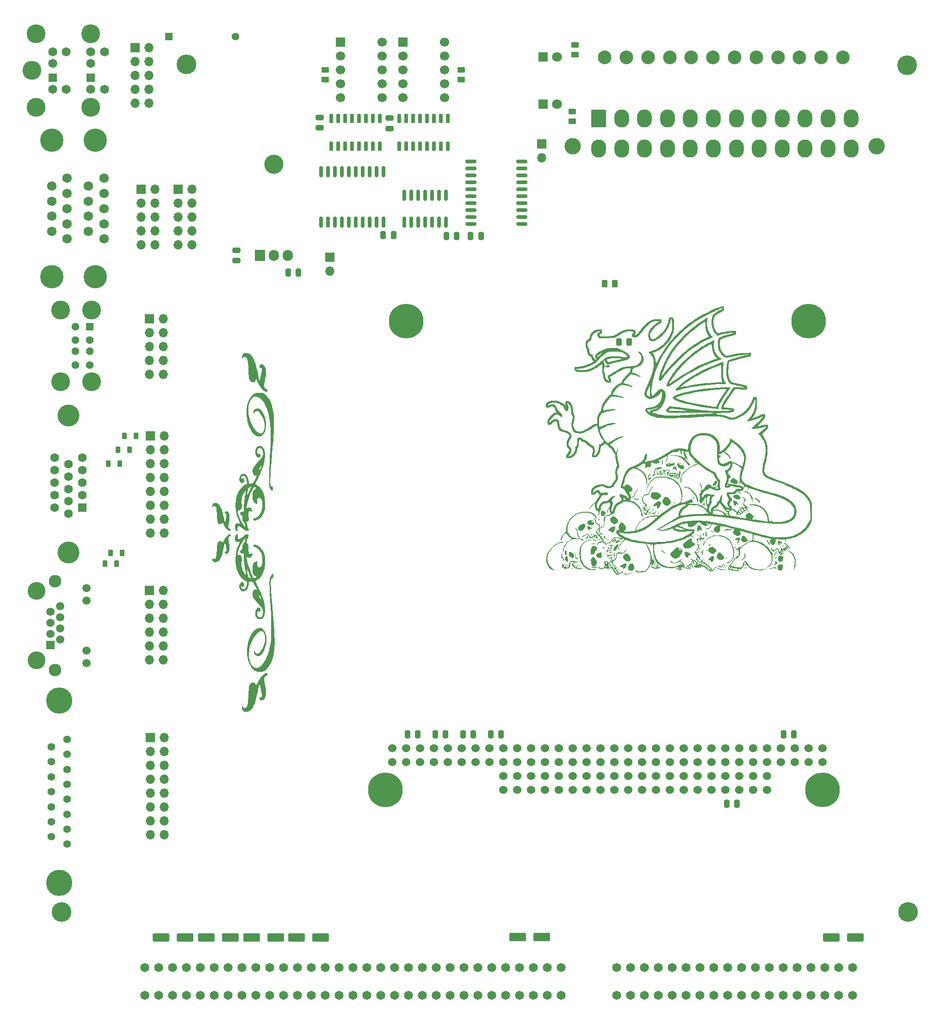
<source format=gbr>
%TF.GenerationSoftware,KiCad,Pcbnew,(6.0.11)*%
%TF.CreationDate,2023-04-06T16:38:06-06:00*%
%TF.ProjectId,isa-itx-pc104-backplane,6973612d-6974-4782-9d70-633130342d62,rev?*%
%TF.SameCoordinates,Original*%
%TF.FileFunction,Soldermask,Top*%
%TF.FilePolarity,Negative*%
%FSLAX46Y46*%
G04 Gerber Fmt 4.6, Leading zero omitted, Abs format (unit mm)*
G04 Created by KiCad (PCBNEW (6.0.11)) date 2023-04-06 16:38:06*
%MOMM*%
%LPD*%
G01*
G04 APERTURE LIST*
G04 Aperture macros list*
%AMRoundRect*
0 Rectangle with rounded corners*
0 $1 Rounding radius*
0 $2 $3 $4 $5 $6 $7 $8 $9 X,Y pos of 4 corners*
0 Add a 4 corners polygon primitive as box body*
4,1,4,$2,$3,$4,$5,$6,$7,$8,$9,$2,$3,0*
0 Add four circle primitives for the rounded corners*
1,1,$1+$1,$2,$3*
1,1,$1+$1,$4,$5*
1,1,$1+$1,$6,$7*
1,1,$1+$1,$8,$9*
0 Add four rect primitives between the rounded corners*
20,1,$1+$1,$2,$3,$4,$5,0*
20,1,$1+$1,$4,$5,$6,$7,0*
20,1,$1+$1,$6,$7,$8,$9,0*
20,1,$1+$1,$8,$9,$2,$3,0*%
G04 Aperture macros list end*
%ADD10C,0.000000*%
%ADD11RoundRect,0.250000X0.262500X0.450000X-0.262500X0.450000X-0.262500X-0.450000X0.262500X-0.450000X0*%
%ADD12RoundRect,0.243750X0.243750X0.456250X-0.243750X0.456250X-0.243750X-0.456250X0.243750X-0.456250X0*%
%ADD13R,1.397000X1.397000*%
%ADD14C,1.397000*%
%ADD15C,1.651000*%
%ADD16RoundRect,0.250000X0.250000X0.475000X-0.250000X0.475000X-0.250000X-0.475000X0.250000X-0.475000X0*%
%ADD17R,1.700000X1.700000*%
%ADD18O,1.700000X1.700000*%
%ADD19C,1.700000*%
%ADD20C,2.500000*%
%ADD21RoundRect,0.250000X-0.250000X-0.475000X0.250000X-0.475000X0.250000X0.475000X-0.250000X0.475000X0*%
%ADD22RoundRect,0.250000X0.450000X-0.262500X0.450000X0.262500X-0.450000X0.262500X-0.450000X-0.262500X0*%
%ADD23RoundRect,0.250000X-1.250000X-0.550000X1.250000X-0.550000X1.250000X0.550000X-1.250000X0.550000X0*%
%ADD24RoundRect,0.250000X-0.475000X0.250000X-0.475000X-0.250000X0.475000X-0.250000X0.475000X0.250000X0*%
%ADD25C,3.600000*%
%ADD26RoundRect,0.218750X0.218750X0.381250X-0.218750X0.381250X-0.218750X-0.381250X0.218750X-0.381250X0*%
%ADD27C,1.524000*%
%ADD28RoundRect,0.150000X0.150000X-0.725000X0.150000X0.725000X-0.150000X0.725000X-0.150000X-0.725000X0*%
%ADD29RoundRect,0.150000X-0.150000X0.875000X-0.150000X-0.875000X0.150000X-0.875000X0.150000X0.875000X0*%
%ADD30RoundRect,0.250000X-0.450000X0.262500X-0.450000X-0.262500X0.450000X-0.262500X0.450000X0.262500X0*%
%ADD31C,6.350000*%
%ADD32R,1.431000X1.431000*%
%ADD33C,1.431000*%
%ADD34C,3.450000*%
%ADD35RoundRect,0.250000X1.250000X0.550000X-1.250000X0.550000X-1.250000X-0.550000X1.250000X-0.550000X0*%
%ADD36R,1.650000X1.650000*%
%ADD37C,1.650000*%
%ADD38RoundRect,0.218750X-0.218750X-0.381250X0.218750X-0.381250X0.218750X0.381250X-0.218750X0.381250X0*%
%ADD39C,3.000000*%
%ADD40RoundRect,0.250001X-1.099999X-1.399999X1.099999X-1.399999X1.099999X1.399999X-1.099999X1.399999X0*%
%ADD41O,2.700000X3.300000*%
%ADD42RoundRect,0.150000X-0.150000X0.825000X-0.150000X-0.825000X0.150000X-0.825000X0.150000X0.825000X0*%
%ADD43C,1.400000*%
%ADD44C,4.800000*%
%ADD45R,1.800000X1.800000*%
%ADD46C,1.800000*%
%ADD47RoundRect,0.150000X0.875000X0.150000X-0.875000X0.150000X-0.875000X-0.150000X0.875000X-0.150000X0*%
%ADD48C,4.000000*%
%ADD49R,1.600000X1.600000*%
%ADD50C,1.600000*%
%ADD51C,1.725000*%
%ADD52C,4.266000*%
%ADD53O,3.500000X3.500000*%
%ADD54R,1.905000X2.000000*%
%ADD55O,1.905000X2.000000*%
%ADD56C,3.250000*%
%ADD57R,1.500000X1.500000*%
%ADD58C,1.500000*%
%ADD59C,2.300000*%
G04 APERTURE END LIST*
D10*
G36*
X98914832Y83600459D02*
G01*
X99003658Y83590992D01*
X99090553Y83575158D01*
X99175545Y83552913D01*
X99258661Y83524209D01*
X99339927Y83489002D01*
X99419372Y83447246D01*
X99497023Y83398896D01*
X99572906Y83343907D01*
X99647049Y83282231D01*
X99719479Y83213825D01*
X99790224Y83138643D01*
X99859310Y83056639D01*
X99926764Y82967767D01*
X99992615Y82871983D01*
X100056888Y82769240D01*
X100119612Y82659493D01*
X100180813Y82542697D01*
X100240519Y82418806D01*
X100298757Y82287775D01*
X100355554Y82149557D01*
X100410937Y82004108D01*
X100464933Y81851383D01*
X100517570Y81691334D01*
X100568875Y81523918D01*
X100618876Y81349088D01*
X100715070Y80977007D01*
X100806371Y80574725D01*
X100892996Y80141879D01*
X100992318Y79644139D01*
X101093451Y79188490D01*
X101140997Y78992206D01*
X101184557Y78825353D01*
X101222649Y78694235D01*
X101253795Y78605153D01*
X101385574Y78285338D01*
X101388874Y78679379D01*
X101390090Y78722879D01*
X101393005Y78771752D01*
X101403571Y78883483D01*
X101419861Y79010298D01*
X101441163Y79147925D01*
X101466764Y79292092D01*
X101495952Y79438525D01*
X101528014Y79582952D01*
X101562239Y79721100D01*
X101601900Y79877533D01*
X101635482Y80021746D01*
X101662964Y80153987D01*
X101684324Y80274503D01*
X101699538Y80383542D01*
X101708583Y80481353D01*
X101711438Y80568183D01*
X101708079Y80644280D01*
X101698484Y80709892D01*
X101682630Y80765267D01*
X101672349Y80789193D01*
X101660495Y80810653D01*
X101647064Y80829677D01*
X101632055Y80846297D01*
X101615464Y80860543D01*
X101597289Y80872447D01*
X101577526Y80882039D01*
X101556173Y80889351D01*
X101533227Y80894414D01*
X101508685Y80897258D01*
X101454802Y80896414D01*
X101432349Y80894694D01*
X101411132Y80893697D01*
X101391143Y80893445D01*
X101372375Y80893959D01*
X101354820Y80895262D01*
X101338470Y80897375D01*
X101323319Y80900320D01*
X101309357Y80904119D01*
X101296579Y80908794D01*
X101284975Y80914366D01*
X101274539Y80920857D01*
X101265264Y80928289D01*
X101257140Y80936684D01*
X101250162Y80946063D01*
X101244321Y80956448D01*
X101239610Y80967862D01*
X101236021Y80980325D01*
X101233547Y80993860D01*
X101232179Y81008488D01*
X101231911Y81024232D01*
X101232736Y81041112D01*
X101234644Y81059151D01*
X101237629Y81078371D01*
X101241684Y81098792D01*
X101246800Y81120438D01*
X101252970Y81143330D01*
X101260187Y81167489D01*
X101268443Y81192938D01*
X101288040Y81247791D01*
X101311703Y81308062D01*
X101322370Y81331720D01*
X101334484Y81353970D01*
X101347979Y81374811D01*
X101362789Y81394238D01*
X101378848Y81412247D01*
X101396088Y81428835D01*
X101414444Y81443998D01*
X101433848Y81457732D01*
X101454236Y81470033D01*
X101475540Y81480898D01*
X101497694Y81490323D01*
X101520632Y81498305D01*
X101544286Y81504838D01*
X101568592Y81509921D01*
X101593482Y81513549D01*
X101618890Y81515718D01*
X101644750Y81516425D01*
X101670995Y81515665D01*
X101697559Y81513436D01*
X101724376Y81509733D01*
X101751379Y81504553D01*
X101778502Y81497892D01*
X101805678Y81489746D01*
X101832841Y81480111D01*
X101859924Y81468984D01*
X101886862Y81456362D01*
X101913588Y81442239D01*
X101940035Y81426614D01*
X101966138Y81409481D01*
X101991829Y81390837D01*
X102017042Y81370678D01*
X102041711Y81349002D01*
X102083292Y81308226D01*
X102122794Y81264382D01*
X102160214Y81217516D01*
X102195545Y81167679D01*
X102228783Y81114918D01*
X102259923Y81059282D01*
X102288960Y81000820D01*
X102315888Y80939580D01*
X102340702Y80875611D01*
X102363397Y80808962D01*
X102383968Y80739681D01*
X102402410Y80667817D01*
X102432884Y80516533D01*
X102454780Y80355499D01*
X102468056Y80185104D01*
X102472670Y80005737D01*
X102468581Y79817788D01*
X102455748Y79621644D01*
X102434129Y79417694D01*
X102403684Y79206328D01*
X102364371Y78987935D01*
X102316150Y78762902D01*
X102264039Y78528938D01*
X102220887Y78316640D01*
X102186405Y78123819D01*
X102160308Y77948289D01*
X102142307Y77787860D01*
X102132116Y77640345D01*
X102129447Y77503555D01*
X102134013Y77375302D01*
X102134915Y77367750D01*
X102136648Y77359798D01*
X102139191Y77351467D01*
X102142523Y77342778D01*
X102146623Y77333753D01*
X102151469Y77324414D01*
X102157039Y77314781D01*
X102163312Y77304876D01*
X102177882Y77284336D01*
X102195006Y77262965D01*
X102214514Y77240935D01*
X102236233Y77218416D01*
X102259992Y77195580D01*
X102285619Y77172598D01*
X102312942Y77149641D01*
X102341790Y77126881D01*
X102371992Y77104489D01*
X102403375Y77082636D01*
X102435767Y77061493D01*
X102468998Y77041232D01*
X102516505Y77012764D01*
X102558955Y76986129D01*
X102596514Y76961072D01*
X102629347Y76937337D01*
X102657620Y76914670D01*
X102681501Y76892815D01*
X102691845Y76882113D01*
X102701154Y76871518D01*
X102709447Y76860998D01*
X102716745Y76850522D01*
X102723070Y76840057D01*
X102728442Y76829573D01*
X102732881Y76819036D01*
X102736409Y76808415D01*
X102739046Y76797678D01*
X102740813Y76786793D01*
X102741731Y76775729D01*
X102741820Y76764453D01*
X102741102Y76752934D01*
X102739596Y76741139D01*
X102737324Y76729036D01*
X102734307Y76716595D01*
X102726118Y76690567D01*
X102715197Y76662799D01*
X102715237Y76662812D01*
X102706489Y76643785D01*
X102696721Y76625291D01*
X102686036Y76607426D01*
X102674539Y76590286D01*
X102662336Y76573967D01*
X102649530Y76558565D01*
X102636226Y76544175D01*
X102622529Y76530893D01*
X102608543Y76518815D01*
X102594373Y76508037D01*
X102580123Y76498654D01*
X102565898Y76490762D01*
X102551803Y76484458D01*
X102544836Y76481930D01*
X102537941Y76479836D01*
X102531131Y76478186D01*
X102524418Y76476992D01*
X102517816Y76476268D01*
X102511338Y76476023D01*
X102470396Y76478918D01*
X102427072Y76487467D01*
X102381539Y76501470D01*
X102333970Y76520725D01*
X102284539Y76545030D01*
X102233418Y76574186D01*
X102180782Y76607989D01*
X102126802Y76646239D01*
X102015505Y76735274D01*
X101900914Y76839681D01*
X101784413Y76957848D01*
X101667387Y77088165D01*
X101551221Y77229021D01*
X101437301Y77378806D01*
X101327011Y77535910D01*
X101221736Y77698720D01*
X101122862Y77865628D01*
X101031773Y78035022D01*
X100949855Y78205291D01*
X100878493Y78374825D01*
X100715648Y78793282D01*
X100547205Y78511895D01*
X100515717Y78463188D01*
X100482398Y78419018D01*
X100447395Y78379333D01*
X100410853Y78344080D01*
X100372918Y78313206D01*
X100333734Y78286660D01*
X100293446Y78264388D01*
X100252202Y78246339D01*
X100210144Y78232459D01*
X100167420Y78222697D01*
X100124175Y78216998D01*
X100080553Y78215313D01*
X100036701Y78217586D01*
X99992763Y78223767D01*
X99948885Y78233802D01*
X99905213Y78247639D01*
X99861891Y78265226D01*
X99819066Y78286510D01*
X99776882Y78311438D01*
X99735485Y78339959D01*
X99695020Y78372018D01*
X99655632Y78407565D01*
X99617468Y78446546D01*
X99580672Y78488909D01*
X99545390Y78534602D01*
X99511767Y78583571D01*
X99479949Y78635765D01*
X99450080Y78691131D01*
X99422307Y78749616D01*
X99396774Y78811168D01*
X99373628Y78875735D01*
X99353012Y78943263D01*
X99346439Y78973383D01*
X99339412Y79017923D01*
X99324254Y79146743D01*
X99308046Y79322670D01*
X99291298Y79538656D01*
X99274518Y79787650D01*
X99258214Y80062600D01*
X99242895Y80356458D01*
X99229069Y80662173D01*
X99202337Y81209225D01*
X99170284Y81651352D01*
X99151195Y81837302D01*
X99129495Y82002098D01*
X99104756Y82147436D01*
X99076553Y82275006D01*
X99044458Y82386502D01*
X99008044Y82483617D01*
X98966883Y82568044D01*
X98920550Y82641476D01*
X98868617Y82705605D01*
X98810657Y82762124D01*
X98746243Y82812726D01*
X98674948Y82859105D01*
X98643775Y82877076D01*
X98614887Y82892111D01*
X98601203Y82898499D01*
X98587974Y82904120D01*
X98575162Y82908962D01*
X98562728Y82913015D01*
X98550634Y82916266D01*
X98538842Y82918706D01*
X98527312Y82920323D01*
X98516006Y82921105D01*
X98504885Y82921043D01*
X98493912Y82920123D01*
X98483048Y82918337D01*
X98472253Y82915671D01*
X98461490Y82912116D01*
X98450719Y82907660D01*
X98439903Y82902292D01*
X98429003Y82896000D01*
X98417980Y82888775D01*
X98406796Y82880604D01*
X98395412Y82871476D01*
X98383789Y82861381D01*
X98371890Y82850308D01*
X98359675Y82838244D01*
X98334145Y82811103D01*
X98306890Y82779870D01*
X98277604Y82744454D01*
X98232915Y82690045D01*
X98192989Y82643207D01*
X98157646Y82603987D01*
X98126711Y82572431D01*
X98112841Y82559542D01*
X98100006Y82548586D01*
X98088185Y82539570D01*
X98077355Y82532499D01*
X98067493Y82527379D01*
X98058579Y82524217D01*
X98050590Y82523017D01*
X98043503Y82523786D01*
X98037296Y82526529D01*
X98031948Y82531253D01*
X98027436Y82537963D01*
X98023739Y82546666D01*
X98020833Y82557366D01*
X98018697Y82570070D01*
X98017309Y82584784D01*
X98016647Y82601513D01*
X98016688Y82620263D01*
X98017410Y82641041D01*
X98020810Y82688701D01*
X98026669Y82744541D01*
X98034812Y82808606D01*
X98050547Y82905518D01*
X98070682Y82996054D01*
X98095233Y83080230D01*
X98109170Y83119939D01*
X98124218Y83158064D01*
X98140378Y83194608D01*
X98157653Y83229572D01*
X98176045Y83262960D01*
X98195557Y83294773D01*
X98216189Y83325013D01*
X98237944Y83353682D01*
X98260825Y83380783D01*
X98284834Y83406318D01*
X98309972Y83430288D01*
X98336242Y83452697D01*
X98363646Y83473545D01*
X98392186Y83492836D01*
X98421864Y83510572D01*
X98452682Y83526753D01*
X98484643Y83541384D01*
X98517748Y83554465D01*
X98552000Y83566000D01*
X98587401Y83575989D01*
X98623952Y83584436D01*
X98661657Y83591342D01*
X98700517Y83596710D01*
X98740534Y83600541D01*
X98824049Y83603604D01*
X98914832Y83600459D01*
G37*
G36*
X101437303Y76308914D02*
G01*
X101528187Y76306172D01*
X101610315Y76301807D01*
X101684663Y76295551D01*
X101752209Y76287137D01*
X101813930Y76276299D01*
X101870801Y76262771D01*
X101923802Y76246285D01*
X101973907Y76226576D01*
X102022095Y76203376D01*
X102069343Y76176418D01*
X102116626Y76145436D01*
X102164922Y76110164D01*
X102215209Y76070335D01*
X102268462Y76025681D01*
X102391680Y75915616D01*
X102509743Y75800772D01*
X102622701Y75680944D01*
X102730600Y75555932D01*
X102833488Y75425533D01*
X102931413Y75289544D01*
X103024423Y75147764D01*
X103112564Y74999989D01*
X103195885Y74846018D01*
X103274434Y74685648D01*
X103348257Y74518677D01*
X103417403Y74344903D01*
X103481919Y74164123D01*
X103541852Y73976135D01*
X103597251Y73780737D01*
X103648163Y73577726D01*
X103736716Y73148056D01*
X103807892Y72685509D01*
X103862071Y72188464D01*
X103899636Y71655303D01*
X103920966Y71084409D01*
X103926442Y70474161D01*
X103916446Y69822942D01*
X103891359Y69129134D01*
X103891361Y69129136D01*
X103846562Y68384939D01*
X103770617Y67371915D01*
X103674142Y66223193D01*
X103567755Y65071901D01*
X103433070Y63607658D01*
X103334150Y62351872D01*
X103271000Y61304928D01*
X103243626Y60467213D01*
X103252031Y59839110D01*
X103269653Y59603784D01*
X103296222Y59421006D01*
X103331738Y59290824D01*
X103376202Y59213285D01*
X103401789Y59194273D01*
X103429614Y59188440D01*
X103491977Y59216334D01*
X103503219Y59224440D01*
X103514405Y59230490D01*
X103525516Y59234530D01*
X103536531Y59236604D01*
X103547431Y59236757D01*
X103558198Y59235032D01*
X103568811Y59231474D01*
X103579252Y59226128D01*
X103589500Y59219038D01*
X103599536Y59210248D01*
X103609342Y59199804D01*
X103618897Y59187749D01*
X103628182Y59174127D01*
X103637178Y59158984D01*
X103645866Y59142364D01*
X103654225Y59124311D01*
X103662237Y59104870D01*
X103669882Y59084084D01*
X103677141Y59062000D01*
X103683995Y59038660D01*
X103690423Y59014110D01*
X103696406Y58988393D01*
X103701926Y58961555D01*
X103706963Y58933639D01*
X103711496Y58904691D01*
X103715508Y58874755D01*
X103718978Y58843874D01*
X103721888Y58812094D01*
X103724216Y58779459D01*
X103725946Y58746014D01*
X103727056Y58711802D01*
X103727527Y58676869D01*
X103727334Y58631213D01*
X103726255Y58590275D01*
X103724160Y58553859D01*
X103720920Y58521769D01*
X103716403Y58493808D01*
X103710479Y58469780D01*
X103706950Y58459181D01*
X103703020Y58449491D01*
X103698673Y58440686D01*
X103693893Y58432742D01*
X103688665Y58425635D01*
X103682971Y58419340D01*
X103676795Y58413832D01*
X103670121Y58409086D01*
X103662933Y58405080D01*
X103655214Y58401787D01*
X103646949Y58399183D01*
X103638121Y58397245D01*
X103628713Y58395946D01*
X103618710Y58395264D01*
X103596851Y58395648D01*
X103572416Y58398203D01*
X103545272Y58402730D01*
X103535336Y58405066D01*
X103525137Y58408320D01*
X103514693Y58412469D01*
X103504023Y58417490D01*
X103493147Y58423362D01*
X103482084Y58430061D01*
X103470851Y58437566D01*
X103459469Y58445855D01*
X103436331Y58464691D01*
X103412822Y58486392D01*
X103389092Y58510779D01*
X103365293Y58537672D01*
X103341578Y58566892D01*
X103318096Y58598260D01*
X103295001Y58631598D01*
X103272443Y58666726D01*
X103250574Y58703466D01*
X103229546Y58741638D01*
X103209509Y58781063D01*
X103190616Y58821563D01*
X103164304Y58882949D01*
X103140774Y58943635D01*
X103119878Y59005151D01*
X103101469Y59069025D01*
X103085398Y59136787D01*
X103071516Y59209966D01*
X103059676Y59290090D01*
X103049729Y59378689D01*
X103041527Y59477292D01*
X103034922Y59587427D01*
X103029765Y59710623D01*
X103025908Y59848411D01*
X103023204Y60002317D01*
X103021504Y60173873D01*
X103020521Y60576045D01*
X103033161Y61301188D01*
X103066779Y62262329D01*
X103116265Y63334264D01*
X103176511Y64391789D01*
X103241294Y65580917D01*
X103283073Y66727119D01*
X103302103Y67813575D01*
X103298639Y68823460D01*
X103272935Y69739953D01*
X103225247Y70546232D01*
X103155828Y71225474D01*
X103064934Y71760857D01*
X102960703Y72198519D01*
X102847459Y72613180D01*
X102725668Y73004117D01*
X102595799Y73370608D01*
X102458321Y73711930D01*
X102313702Y74027362D01*
X102162408Y74316180D01*
X102004910Y74577664D01*
X101841674Y74811090D01*
X101673169Y75015735D01*
X101499863Y75190879D01*
X101322224Y75335798D01*
X101140721Y75449770D01*
X100955820Y75532073D01*
X100862242Y75561123D01*
X100767991Y75581985D01*
X100673125Y75594568D01*
X100577701Y75598782D01*
X100516852Y75598056D01*
X100460178Y75595770D01*
X100407299Y75591765D01*
X100357837Y75585882D01*
X100311414Y75577963D01*
X100267649Y75567847D01*
X100226165Y75555375D01*
X100186583Y75540388D01*
X100148524Y75522728D01*
X100111608Y75502233D01*
X100075458Y75478747D01*
X100039694Y75452108D01*
X100003937Y75422159D01*
X99967810Y75388739D01*
X99930932Y75351689D01*
X99892925Y75310851D01*
X99813588Y75216846D01*
X99739372Y75116139D01*
X99670277Y75009028D01*
X99606302Y74895814D01*
X99547448Y74776796D01*
X99493714Y74652273D01*
X99445100Y74522545D01*
X99401607Y74387912D01*
X99329981Y74105129D01*
X99278837Y73806320D01*
X99248172Y73493881D01*
X99237988Y73170210D01*
X99248283Y72837703D01*
X99279058Y72498757D01*
X99330311Y72155768D01*
X99402043Y71811133D01*
X99494252Y71467249D01*
X99606940Y71126513D01*
X99740104Y70791321D01*
X99893745Y70464070D01*
X99966915Y70323178D01*
X100039076Y70190618D01*
X100110547Y70066011D01*
X100181647Y69948975D01*
X100252693Y69839129D01*
X100324004Y69736095D01*
X100395898Y69639489D01*
X100468695Y69548934D01*
X100542712Y69464047D01*
X100618267Y69384448D01*
X100695681Y69309757D01*
X100775269Y69239593D01*
X100857352Y69173575D01*
X100942248Y69111324D01*
X101030275Y69052459D01*
X101121751Y68996598D01*
X101176611Y68965050D01*
X101226687Y68937428D01*
X101272480Y68913676D01*
X101314491Y68893739D01*
X101353220Y68877561D01*
X101389168Y68865086D01*
X101422836Y68856260D01*
X101438972Y68853198D01*
X101454725Y68851027D01*
X101470159Y68849740D01*
X101485336Y68849330D01*
X101500319Y68849791D01*
X101515170Y68851115D01*
X101529951Y68853296D01*
X101544726Y68856326D01*
X101574507Y68864908D01*
X101605013Y68876804D01*
X101636744Y68891960D01*
X101670203Y68910320D01*
X101705888Y68931828D01*
X101738796Y68953692D01*
X101770672Y68977561D01*
X101801506Y69003404D01*
X101831289Y69031190D01*
X101860011Y69060889D01*
X101887661Y69092469D01*
X101914230Y69125900D01*
X101939708Y69161150D01*
X101964086Y69198189D01*
X101987352Y69236985D01*
X102009498Y69277507D01*
X102030513Y69319725D01*
X102050388Y69363608D01*
X102069112Y69409124D01*
X102086676Y69456243D01*
X102103070Y69504934D01*
X102132307Y69606906D01*
X102156744Y69714793D01*
X102176303Y69828348D01*
X102190904Y69947322D01*
X102200468Y70071467D01*
X102204916Y70200536D01*
X102204168Y70334281D01*
X102198146Y70472455D01*
X102187060Y70608420D01*
X102170695Y70743361D01*
X102149035Y70877317D01*
X102122066Y71010324D01*
X102089773Y71142419D01*
X102052142Y71273639D01*
X102009158Y71404021D01*
X101960807Y71533602D01*
X101907073Y71662419D01*
X101847942Y71790509D01*
X101783399Y71917909D01*
X101713431Y72044657D01*
X101638021Y72170788D01*
X101557157Y72296341D01*
X101470822Y72421351D01*
X101379002Y72545857D01*
X101328108Y72611941D01*
X101281176Y72670983D01*
X101237672Y72723318D01*
X101197062Y72769283D01*
X101158810Y72809211D01*
X101122381Y72843439D01*
X101087243Y72872300D01*
X101069989Y72884824D01*
X101052858Y72896131D01*
X101035782Y72906265D01*
X101018693Y72915267D01*
X101001526Y72923179D01*
X100984213Y72930042D01*
X100966688Y72935900D01*
X100948884Y72940793D01*
X100930734Y72944763D01*
X100912170Y72947853D01*
X100873537Y72951558D01*
X100832451Y72952244D01*
X100788375Y72950245D01*
X100740777Y72945897D01*
X100699942Y72940675D01*
X100661810Y72934181D01*
X100626271Y72926336D01*
X100593216Y72917061D01*
X100562533Y72906278D01*
X100534114Y72893906D01*
X100507849Y72879869D01*
X100483627Y72864085D01*
X100461338Y72846478D01*
X100440873Y72826967D01*
X100422122Y72805474D01*
X100404975Y72781919D01*
X100389322Y72756225D01*
X100375052Y72728312D01*
X100362057Y72698101D01*
X100350225Y72665513D01*
X100330888Y72611138D01*
X100311627Y72563772D01*
X100302077Y72542722D01*
X100292606Y72523431D01*
X100283235Y72505899D01*
X100273985Y72490129D01*
X100264875Y72476124D01*
X100255925Y72463884D01*
X100247157Y72453412D01*
X100238589Y72444709D01*
X100230243Y72437779D01*
X100222138Y72432622D01*
X100214295Y72429240D01*
X100206733Y72427637D01*
X100199473Y72427812D01*
X100192535Y72429769D01*
X100185940Y72433509D01*
X100179707Y72439035D01*
X100173857Y72446348D01*
X100168409Y72455450D01*
X100163385Y72466343D01*
X100158804Y72479029D01*
X100154686Y72493510D01*
X100151051Y72509789D01*
X100147921Y72527866D01*
X100145314Y72547744D01*
X100143252Y72569424D01*
X100141754Y72592910D01*
X100140840Y72618202D01*
X100140531Y72645302D01*
X100142412Y72717792D01*
X100148073Y72786754D01*
X100157541Y72852229D01*
X100170845Y72914259D01*
X100188011Y72972886D01*
X100209067Y73028151D01*
X100234040Y73080097D01*
X100262957Y73128765D01*
X100295846Y73174196D01*
X100332735Y73216433D01*
X100373651Y73255517D01*
X100418620Y73291490D01*
X100467671Y73324393D01*
X100520831Y73354268D01*
X100578128Y73381158D01*
X100639588Y73405102D01*
X100695794Y73422867D01*
X100751871Y73436366D01*
X100807788Y73445632D01*
X100863509Y73450694D01*
X100919003Y73451581D01*
X100974234Y73448324D01*
X101029170Y73440952D01*
X101083777Y73429495D01*
X101138021Y73413984D01*
X101191869Y73394448D01*
X101245287Y73370917D01*
X101298242Y73343421D01*
X101350701Y73311990D01*
X101402629Y73276654D01*
X101453992Y73237442D01*
X101504759Y73194385D01*
X101554894Y73147513D01*
X101604365Y73096855D01*
X101653137Y73042441D01*
X101701178Y72984301D01*
X101748454Y72922466D01*
X101794930Y72856965D01*
X101840574Y72787828D01*
X101885353Y72715085D01*
X101929231Y72638765D01*
X101972177Y72558899D01*
X102014156Y72475517D01*
X102055135Y72388648D01*
X102133957Y72204571D01*
X102208377Y72006907D01*
X102270399Y71823029D01*
X102296743Y71737309D01*
X102320177Y71654360D01*
X102340854Y71573151D01*
X102358923Y71492652D01*
X102374536Y71411830D01*
X102387845Y71329656D01*
X102399001Y71245097D01*
X102408155Y71157123D01*
X102415458Y71064703D01*
X102421062Y70966806D01*
X102425118Y70862400D01*
X102427777Y70750455D01*
X102429511Y70499821D01*
X102427867Y70322358D01*
X102423241Y70157528D01*
X102415362Y70004396D01*
X102403959Y69862029D01*
X102388760Y69729491D01*
X102369494Y69605848D01*
X102345891Y69490166D01*
X102317678Y69381511D01*
X102284584Y69278948D01*
X102246339Y69181544D01*
X102202670Y69088363D01*
X102153307Y68998471D01*
X102097978Y68910935D01*
X102036413Y68824819D01*
X101968339Y68739189D01*
X101893485Y68653111D01*
X101800994Y68559879D01*
X101705624Y68481121D01*
X101607679Y68416548D01*
X101507461Y68365871D01*
X101405272Y68328801D01*
X101301413Y68305049D01*
X101196188Y68294326D01*
X101089898Y68296343D01*
X100982845Y68310812D01*
X100875333Y68337443D01*
X100767661Y68375947D01*
X100660134Y68426035D01*
X100553053Y68487419D01*
X100446720Y68559809D01*
X100341437Y68642916D01*
X100237507Y68736451D01*
X100135232Y68840126D01*
X100034913Y68953651D01*
X99936853Y69076738D01*
X99841355Y69209097D01*
X99748720Y69350439D01*
X99659251Y69500476D01*
X99573249Y69658919D01*
X99491017Y69825478D01*
X99412857Y69999864D01*
X99339071Y70181789D01*
X99269961Y70370964D01*
X99205830Y70567099D01*
X99146979Y70769906D01*
X99093711Y70979096D01*
X99046328Y71194379D01*
X99005132Y71415467D01*
X98959055Y71721781D01*
X98925228Y72024700D01*
X98903534Y72323524D01*
X98893861Y72617550D01*
X98896094Y72906078D01*
X98910118Y73188406D01*
X98935819Y73463833D01*
X98973082Y73731656D01*
X99021794Y73991175D01*
X99081839Y74241689D01*
X99153104Y74482495D01*
X99235474Y74712893D01*
X99328835Y74932180D01*
X99433072Y75139656D01*
X99548071Y75334619D01*
X99673718Y75516368D01*
X99764294Y75634776D01*
X99850273Y75741225D01*
X99932822Y75836312D01*
X100013110Y75920635D01*
X100052771Y75958948D01*
X100092304Y75994793D01*
X100131856Y76028247D01*
X100171573Y76059384D01*
X100211601Y76088277D01*
X100252085Y76115004D01*
X100293173Y76139637D01*
X100335009Y76162252D01*
X100377739Y76182923D01*
X100421511Y76201726D01*
X100466469Y76218734D01*
X100512760Y76234024D01*
X100560530Y76247668D01*
X100609924Y76259743D01*
X100661090Y76270323D01*
X100714172Y76279482D01*
X100826671Y76293838D01*
X100948590Y76303410D01*
X101081097Y76308795D01*
X101225359Y76310591D01*
X101437303Y76308914D01*
G37*
G36*
X93227999Y56171744D02*
G01*
X93271011Y56168060D01*
X93314565Y56161456D01*
X93358555Y56151880D01*
X93402876Y56139286D01*
X93447423Y56123623D01*
X93492090Y56104842D01*
X93536773Y56082894D01*
X93581366Y56057730D01*
X93625764Y56029300D01*
X93672268Y55996283D01*
X93717559Y55961211D01*
X93761680Y55923980D01*
X93804674Y55884491D01*
X93846587Y55842640D01*
X93887459Y55798326D01*
X93927336Y55751447D01*
X93966260Y55701903D01*
X94004274Y55649590D01*
X94041423Y55594408D01*
X94077750Y55536254D01*
X94113298Y55475027D01*
X94148110Y55410626D01*
X94182230Y55342948D01*
X94248568Y55197355D01*
X94312659Y55037436D01*
X94374849Y54862377D01*
X94435487Y54671364D01*
X94494920Y54463583D01*
X94553495Y54238221D01*
X94611560Y53994465D01*
X94669462Y53731500D01*
X94727547Y53448513D01*
X94912808Y52516490D01*
X95034032Y52900237D01*
X95059234Y52986836D01*
X95084394Y53086012D01*
X95108843Y53194281D01*
X95131912Y53308157D01*
X95152933Y53424154D01*
X95171237Y53538787D01*
X95186155Y53648570D01*
X95197019Y53750019D01*
X95208605Y53891113D01*
X95212242Y53949614D01*
X95214246Y54000734D01*
X95214473Y54044962D01*
X95212778Y54082785D01*
X95209015Y54114691D01*
X95203038Y54141167D01*
X95199175Y54152522D01*
X95194703Y54162702D01*
X95189606Y54171769D01*
X95183864Y54179783D01*
X95177460Y54186806D01*
X95170375Y54192898D01*
X95162591Y54198121D01*
X95154091Y54202535D01*
X95134866Y54209181D01*
X95112556Y54213324D01*
X95087015Y54215452D01*
X95058097Y54216053D01*
X95030716Y54216452D01*
X95006580Y54217769D01*
X94995706Y54218830D01*
X94985614Y54220189D01*
X94976296Y54221870D01*
X94967741Y54223895D01*
X94959941Y54226287D01*
X94952885Y54229069D01*
X94946565Y54232264D01*
X94940969Y54235896D01*
X94936090Y54239986D01*
X94931918Y54244558D01*
X94928442Y54249635D01*
X94925653Y54255239D01*
X94923543Y54261394D01*
X94922101Y54268123D01*
X94921317Y54275447D01*
X94921183Y54283391D01*
X94921688Y54291978D01*
X94922823Y54301229D01*
X94924579Y54311168D01*
X94926946Y54321818D01*
X94929914Y54333203D01*
X94933474Y54345343D01*
X94942331Y54371987D01*
X94953442Y54401932D01*
X94966729Y54435363D01*
X94978465Y54462254D01*
X94990993Y54487287D01*
X95004284Y54510466D01*
X95018311Y54531791D01*
X95033046Y54551265D01*
X95048461Y54568890D01*
X95064527Y54584670D01*
X95081218Y54598604D01*
X95098506Y54610697D01*
X95116361Y54620950D01*
X95134756Y54629366D01*
X95153664Y54635946D01*
X95173056Y54640693D01*
X95192905Y54643609D01*
X95213182Y54644696D01*
X95233860Y54643956D01*
X95254910Y54641393D01*
X95276305Y54637007D01*
X95298017Y54630801D01*
X95320018Y54622778D01*
X95342280Y54612939D01*
X95364774Y54601287D01*
X95387474Y54587824D01*
X95410350Y54572552D01*
X95433376Y54555473D01*
X95456523Y54536590D01*
X95479763Y54515905D01*
X95503069Y54493420D01*
X95526412Y54469137D01*
X95549764Y54443058D01*
X95573098Y54415186D01*
X95596386Y54385523D01*
X95618772Y54354045D01*
X95639909Y54320134D01*
X95659795Y54283871D01*
X95678425Y54245335D01*
X95711905Y54161771D01*
X95740322Y54070087D01*
X95763647Y53970928D01*
X95781851Y53864938D01*
X95794907Y53752762D01*
X95802785Y53635046D01*
X95805458Y53512433D01*
X95802898Y53385570D01*
X95795076Y53255100D01*
X95781963Y53121670D01*
X95763532Y52985923D01*
X95739754Y52848504D01*
X95710601Y52710059D01*
X95676044Y52571232D01*
X95642107Y52440424D01*
X95613470Y52320050D01*
X95590192Y52209594D01*
X95572330Y52108540D01*
X95559940Y52016369D01*
X95553080Y51932567D01*
X95551808Y51856615D01*
X95556179Y51787999D01*
X95566252Y51726200D01*
X95582084Y51670702D01*
X95603732Y51620990D01*
X95631254Y51576545D01*
X95664706Y51536852D01*
X95704145Y51501394D01*
X95749630Y51469654D01*
X95801216Y51441116D01*
X95846209Y51418171D01*
X95886377Y51396283D01*
X95921816Y51375291D01*
X95952622Y51355028D01*
X95978891Y51335332D01*
X95990354Y51325645D01*
X96000719Y51316038D01*
X96009998Y51306491D01*
X96018203Y51296983D01*
X96025346Y51287494D01*
X96031439Y51278003D01*
X96036494Y51268489D01*
X96040522Y51258932D01*
X96043537Y51249313D01*
X96045550Y51239609D01*
X96046573Y51229801D01*
X96046618Y51219868D01*
X96045697Y51209790D01*
X96043823Y51199546D01*
X96041006Y51189115D01*
X96037260Y51178478D01*
X96032596Y51167614D01*
X96027026Y51156502D01*
X96020562Y51145121D01*
X96013217Y51133452D01*
X95995929Y51109164D01*
X95995932Y51109160D01*
X95973679Y51083906D01*
X95949127Y51063429D01*
X95922395Y51047627D01*
X95893604Y51036398D01*
X95862876Y51029642D01*
X95830331Y51027255D01*
X95796090Y51029136D01*
X95760274Y51035183D01*
X95723003Y51045294D01*
X95684400Y51059368D01*
X95644583Y51077303D01*
X95603675Y51098996D01*
X95561796Y51124346D01*
X95519067Y51153252D01*
X95475609Y51185611D01*
X95431543Y51221321D01*
X95386989Y51260281D01*
X95342068Y51302389D01*
X95296902Y51347543D01*
X95251610Y51395641D01*
X95206315Y51446582D01*
X95161136Y51500263D01*
X95116196Y51556583D01*
X95071613Y51615440D01*
X95027510Y51676732D01*
X94984007Y51740357D01*
X94941225Y51806214D01*
X94899285Y51874200D01*
X94858307Y51944214D01*
X94818413Y52016154D01*
X94779724Y52089919D01*
X94742360Y52165405D01*
X94678266Y52296493D01*
X94651018Y52349472D01*
X94626427Y52394461D01*
X94604089Y52431751D01*
X94583598Y52461631D01*
X94573918Y52473884D01*
X94564548Y52484393D01*
X94555436Y52493195D01*
X94546533Y52500326D01*
X94537787Y52505822D01*
X94529149Y52509720D01*
X94520566Y52512055D01*
X94511988Y52512865D01*
X94503366Y52512185D01*
X94494647Y52510052D01*
X94485782Y52506502D01*
X94476719Y52501571D01*
X94467408Y52495295D01*
X94457799Y52487711D01*
X94437480Y52468765D01*
X94415358Y52445020D01*
X94391027Y52416768D01*
X94374933Y52398992D01*
X94357039Y52381714D01*
X94337537Y52365024D01*
X94316613Y52349012D01*
X94294456Y52333766D01*
X94271255Y52319377D01*
X94247199Y52305933D01*
X94222475Y52293524D01*
X94197273Y52282241D01*
X94171781Y52272171D01*
X94146187Y52263405D01*
X94120681Y52256032D01*
X94095450Y52250142D01*
X94070683Y52245824D01*
X94046569Y52243168D01*
X94023296Y52242262D01*
X93989892Y52243439D01*
X93957851Y52247043D01*
X93927137Y52253183D01*
X93897718Y52261969D01*
X93869557Y52273511D01*
X93842621Y52287919D01*
X93816874Y52305301D01*
X93792281Y52325768D01*
X93768809Y52349429D01*
X93746422Y52376394D01*
X93725086Y52406772D01*
X93704765Y52440674D01*
X93685426Y52478209D01*
X93667034Y52519485D01*
X93649553Y52564614D01*
X93632950Y52613705D01*
X93617188Y52666866D01*
X93602235Y52724209D01*
X93588055Y52785842D01*
X93574613Y52851876D01*
X93561875Y52922419D01*
X93549805Y52997581D01*
X93538370Y53077473D01*
X93527535Y53162204D01*
X93517264Y53251882D01*
X93507524Y53346619D01*
X93489494Y53551705D01*
X93473169Y53778338D01*
X93458270Y54027395D01*
X93409240Y54903661D01*
X93386031Y55282661D01*
X93385513Y55284174D01*
X93384455Y55286138D01*
X93380776Y55291365D01*
X93375105Y55298235D01*
X93367552Y55306644D01*
X93358228Y55316484D01*
X93347244Y55327651D01*
X93320738Y55353542D01*
X93288920Y55383469D01*
X93252677Y55416587D01*
X93212894Y55452050D01*
X93170456Y55489011D01*
X93135410Y55518867D01*
X93103985Y55544702D01*
X93075736Y55566498D01*
X93062663Y55575876D01*
X93050217Y55584239D01*
X93038342Y55591583D01*
X93026983Y55597906D01*
X93016085Y55603208D01*
X93005590Y55607484D01*
X92995445Y55610734D01*
X92985592Y55612955D01*
X92975977Y55614145D01*
X92966544Y55614302D01*
X92957237Y55613423D01*
X92948001Y55611507D01*
X92938780Y55608551D01*
X92929517Y55604554D01*
X92920159Y55599512D01*
X92910648Y55593424D01*
X92900930Y55586289D01*
X92890949Y55578102D01*
X92880648Y55568864D01*
X92869973Y55558570D01*
X92847276Y55534811D01*
X92822413Y55506808D01*
X92794939Y55474543D01*
X92766717Y55441140D01*
X92741914Y55412377D01*
X92720309Y55388372D01*
X92701683Y55369245D01*
X92693418Y55361548D01*
X92685814Y55355115D01*
X92678845Y55349961D01*
X92672483Y55346100D01*
X92666699Y55343549D01*
X92661468Y55342321D01*
X92656760Y55342431D01*
X92652548Y55343895D01*
X92648806Y55346727D01*
X92645505Y55350942D01*
X92642617Y55356556D01*
X92640115Y55363582D01*
X92637973Y55372036D01*
X92636161Y55381933D01*
X92634652Y55393288D01*
X92633420Y55406115D01*
X92631671Y55436246D01*
X92630696Y55472446D01*
X92630180Y55563529D01*
X92631696Y55613439D01*
X92636174Y55661560D01*
X92643508Y55707843D01*
X92653593Y55752240D01*
X92666325Y55794700D01*
X92681597Y55835174D01*
X92699304Y55873614D01*
X92719342Y55909969D01*
X92741606Y55944192D01*
X92765989Y55976231D01*
X92792386Y56006040D01*
X92820694Y56033567D01*
X92850805Y56058764D01*
X92882615Y56081582D01*
X92916019Y56101971D01*
X92950912Y56119882D01*
X92987187Y56135266D01*
X93024741Y56148074D01*
X93063468Y56158256D01*
X93103262Y56165763D01*
X93144019Y56170547D01*
X93185633Y56172557D01*
X93227999Y56171744D01*
G37*
G36*
X96915665Y54966538D02*
G01*
X96902996Y55129726D01*
X96894101Y55297330D01*
X96888809Y55470172D01*
X96886951Y55649077D01*
X96888707Y55821574D01*
X96894311Y55992525D01*
X96903706Y56161625D01*
X96916833Y56328567D01*
X96933633Y56493048D01*
X96954050Y56654762D01*
X96978025Y56813403D01*
X97005500Y56968666D01*
X97036417Y57120247D01*
X97070717Y57267839D01*
X97108343Y57411138D01*
X97149237Y57549838D01*
X97193341Y57683635D01*
X97240596Y57812222D01*
X97290944Y57935295D01*
X97344328Y58052549D01*
X97400689Y58162532D01*
X97464870Y58274737D01*
X97535934Y58388131D01*
X97612944Y58501682D01*
X97694963Y58614357D01*
X97781052Y58725125D01*
X97870274Y58832952D01*
X97961691Y58936807D01*
X98054367Y59035657D01*
X98147363Y59128470D01*
X98239742Y59214213D01*
X98330566Y59291855D01*
X98418897Y59360362D01*
X98503799Y59418702D01*
X98584333Y59465843D01*
X98659562Y59500753D01*
X98990371Y59630986D01*
X98947802Y60127306D01*
X98940157Y60199822D01*
X98929904Y60270412D01*
X98917165Y60338967D01*
X98902064Y60405378D01*
X98884723Y60469536D01*
X98865265Y60531332D01*
X98843813Y60590658D01*
X98820489Y60647403D01*
X98795417Y60701460D01*
X98768719Y60752719D01*
X98740517Y60801072D01*
X98710936Y60846408D01*
X98680097Y60888620D01*
X98648123Y60927598D01*
X98615138Y60963233D01*
X98581264Y60995417D01*
X98546623Y61024040D01*
X98511339Y61048993D01*
X98475534Y61070168D01*
X98439331Y61087455D01*
X98402853Y61100745D01*
X98366223Y61109930D01*
X98329564Y61114900D01*
X98292998Y61115547D01*
X98256648Y61111761D01*
X98220637Y61103434D01*
X98185087Y61090456D01*
X98150122Y61072718D01*
X98115865Y61050113D01*
X98082437Y61022529D01*
X98049963Y60989860D01*
X98018564Y60951995D01*
X98005241Y60933487D01*
X97992358Y60913624D01*
X97979979Y60892589D01*
X97968169Y60870565D01*
X97956991Y60847735D01*
X97946509Y60824280D01*
X97936786Y60800384D01*
X97927888Y60776230D01*
X97919877Y60752000D01*
X97912817Y60727877D01*
X97906773Y60704043D01*
X97901808Y60680682D01*
X97897986Y60657976D01*
X97895372Y60636108D01*
X97894028Y60615261D01*
X97894019Y60595617D01*
X97894954Y60575358D01*
X97896217Y60557363D01*
X97897798Y60541642D01*
X97899685Y60528205D01*
X97901871Y60517062D01*
X97904344Y60508221D01*
X97905685Y60504668D01*
X97907094Y60501694D01*
X97908570Y60499300D01*
X97910112Y60497488D01*
X97911718Y60496260D01*
X97913388Y60495615D01*
X97915119Y60495556D01*
X97916911Y60496084D01*
X97918763Y60497199D01*
X97920672Y60498904D01*
X97922639Y60501199D01*
X97924661Y60504085D01*
X97928868Y60511637D01*
X97933284Y60521570D01*
X97937896Y60533893D01*
X97942698Y60548615D01*
X97948692Y60565631D01*
X97955817Y60581459D01*
X97964013Y60596105D01*
X97973215Y60609572D01*
X97983363Y60621863D01*
X97994393Y60632982D01*
X98006244Y60642933D01*
X98018854Y60651719D01*
X98032160Y60659344D01*
X98046099Y60665811D01*
X98060611Y60671125D01*
X98075632Y60675288D01*
X98091100Y60678305D01*
X98106953Y60680179D01*
X98123129Y60680914D01*
X98139566Y60680513D01*
X98156201Y60678980D01*
X98172972Y60676319D01*
X98189818Y60672533D01*
X98206675Y60667626D01*
X98223481Y60661602D01*
X98240175Y60654463D01*
X98256693Y60646215D01*
X98272975Y60636860D01*
X98288957Y60626402D01*
X98304578Y60614845D01*
X98319774Y60602193D01*
X98334485Y60588448D01*
X98348647Y60573615D01*
X98362199Y60557698D01*
X98375078Y60540699D01*
X98387222Y60522623D01*
X98397853Y60504022D01*
X98407583Y60483408D01*
X98416390Y60460961D01*
X98424254Y60436861D01*
X98431154Y60411286D01*
X98437071Y60384417D01*
X98441982Y60356432D01*
X98445868Y60327511D01*
X98448708Y60297835D01*
X98450482Y60267582D01*
X98451168Y60236931D01*
X98450747Y60206063D01*
X98449197Y60175156D01*
X98446498Y60144391D01*
X98442629Y60113947D01*
X98437571Y60084003D01*
X98429207Y60043467D01*
X98420234Y60006931D01*
X98410417Y59974205D01*
X98405118Y59959211D01*
X98399521Y59945097D01*
X98393595Y59931840D01*
X98387311Y59919416D01*
X98380641Y59907800D01*
X98373554Y59896970D01*
X98366021Y59886901D01*
X98358013Y59877570D01*
X98349501Y59868951D01*
X98340455Y59861023D01*
X98330846Y59853760D01*
X98320644Y59847138D01*
X98309821Y59841135D01*
X98298347Y59835725D01*
X98286192Y59830885D01*
X98273328Y59826592D01*
X98259724Y59822821D01*
X98245352Y59819548D01*
X98230182Y59816750D01*
X98214185Y59814403D01*
X98179593Y59810964D01*
X98141340Y59809040D01*
X98099191Y59808442D01*
X98055296Y59810074D01*
X98013075Y59814913D01*
X97972557Y59822869D01*
X97933774Y59833855D01*
X97896758Y59847781D01*
X97861538Y59864560D01*
X97828145Y59884103D01*
X97796612Y59906322D01*
X97766968Y59931127D01*
X97739245Y59958432D01*
X97713474Y59988146D01*
X97689685Y60020183D01*
X97667909Y60054453D01*
X97648178Y60090867D01*
X97630522Y60129339D01*
X97614973Y60169778D01*
X97601561Y60212098D01*
X97590317Y60256208D01*
X97581272Y60302022D01*
X97574457Y60349449D01*
X97569904Y60398403D01*
X97567642Y60448795D01*
X97567703Y60500535D01*
X97570118Y60553537D01*
X97574918Y60607710D01*
X97582134Y60662967D01*
X97591796Y60719220D01*
X97603936Y60776380D01*
X97618585Y60834359D01*
X97635773Y60893067D01*
X97655532Y60952418D01*
X97677892Y61012321D01*
X97697513Y61058294D01*
X97719256Y61102048D01*
X97743017Y61143560D01*
X97768691Y61182806D01*
X97796174Y61219765D01*
X97825363Y61254412D01*
X97856152Y61286726D01*
X97888438Y61316682D01*
X97922116Y61344258D01*
X97957082Y61369431D01*
X97993233Y61392178D01*
X98030463Y61412477D01*
X98068668Y61430303D01*
X98107745Y61445634D01*
X98147590Y61458448D01*
X98188097Y61468721D01*
X98229163Y61476430D01*
X98270683Y61481552D01*
X98312554Y61484065D01*
X98354671Y61483945D01*
X98396930Y61481169D01*
X98439227Y61475714D01*
X98481457Y61467558D01*
X98523516Y61456677D01*
X98565301Y61443049D01*
X98606706Y61426650D01*
X98647628Y61407458D01*
X98687963Y61385449D01*
X98727606Y61360601D01*
X98766453Y61332890D01*
X98804400Y61302294D01*
X98841342Y61268790D01*
X98884404Y61222490D01*
X98927240Y61166954D01*
X98969499Y61103165D01*
X99010829Y61032107D01*
X99050878Y60954765D01*
X99089292Y60872123D01*
X99125720Y60785165D01*
X99159809Y60694875D01*
X99191207Y60602237D01*
X99219562Y60508235D01*
X99244521Y60413855D01*
X99265732Y60320079D01*
X99282843Y60227891D01*
X99295501Y60138277D01*
X99303354Y60052220D01*
X99306050Y59970705D01*
X99306490Y59926705D01*
X99308077Y59887684D01*
X99311211Y59853346D01*
X99313483Y59837841D01*
X99316293Y59823396D01*
X99319690Y59809974D01*
X99323724Y59797538D01*
X99328446Y59786052D01*
X99333905Y59775479D01*
X99340152Y59765781D01*
X99347237Y59756921D01*
X99355209Y59748863D01*
X99364120Y59741571D01*
X99374018Y59735006D01*
X99384954Y59729132D01*
X99396979Y59723912D01*
X99410142Y59719309D01*
X99424493Y59715287D01*
X99440083Y59711808D01*
X99456961Y59708836D01*
X99475178Y59706333D01*
X99515828Y59702589D01*
X99562434Y59700279D01*
X99615396Y59699110D01*
X99675115Y59698786D01*
X99738737Y59699159D01*
X99795385Y59700920D01*
X99821411Y59702622D01*
X99846072Y59705033D01*
X99869497Y59708274D01*
X99891812Y59712464D01*
X99913142Y59717725D01*
X99933615Y59724177D01*
X99953358Y59731941D01*
X99972496Y59741137D01*
X99991157Y59751886D01*
X100009467Y59764309D01*
X100027553Y59778525D01*
X100045541Y59794657D01*
X100063557Y59812823D01*
X100081730Y59833145D01*
X100100184Y59855744D01*
X100119047Y59880740D01*
X100138445Y59908253D01*
X100158505Y59938404D01*
X100201117Y60007103D01*
X100247895Y60087802D01*
X100299853Y60181466D01*
X100423355Y60411544D01*
X100802529Y61124301D01*
X100560941Y61124301D01*
X100533788Y61124933D01*
X100507307Y61126830D01*
X100481494Y61129996D01*
X100456347Y61134432D01*
X100431865Y61140141D01*
X100408047Y61147125D01*
X100384888Y61155386D01*
X100362389Y61164927D01*
X100340547Y61175750D01*
X100319360Y61187857D01*
X100298827Y61201251D01*
X100278944Y61215934D01*
X100259711Y61231908D01*
X100241125Y61249176D01*
X100223185Y61267740D01*
X100205888Y61287602D01*
X100189233Y61308764D01*
X100173217Y61331230D01*
X100157840Y61355001D01*
X100143098Y61380079D01*
X100128990Y61406468D01*
X100115514Y61434168D01*
X100102668Y61463183D01*
X100090450Y61493516D01*
X100078858Y61525167D01*
X100067890Y61558140D01*
X100057545Y61592437D01*
X100047821Y61628060D01*
X100030225Y61703295D01*
X100015087Y61783862D01*
X100007776Y61833981D01*
X100002616Y61884125D01*
X99999632Y61934344D01*
X99998851Y61984687D01*
X100000298Y62035203D01*
X100003997Y62085944D01*
X100009977Y62136957D01*
X100018260Y62188293D01*
X100028874Y62240002D01*
X100041844Y62292133D01*
X100042029Y62292766D01*
X101171801Y62292766D01*
X101173158Y62270869D01*
X101177634Y62250836D01*
X101185182Y62232554D01*
X101195755Y62215912D01*
X101201859Y62208526D01*
X101208107Y62202236D01*
X101214505Y62197053D01*
X101221063Y62192986D01*
X101227789Y62190044D01*
X101234690Y62188236D01*
X101241775Y62187573D01*
X101249052Y62188063D01*
X101256530Y62189716D01*
X101264216Y62192541D01*
X101272119Y62196548D01*
X101280247Y62201747D01*
X101288608Y62208146D01*
X101297211Y62215756D01*
X101306062Y62224585D01*
X101315172Y62234644D01*
X101324547Y62245941D01*
X101334196Y62258486D01*
X101344128Y62272289D01*
X101354350Y62287359D01*
X101364871Y62303705D01*
X101375698Y62321337D01*
X101386840Y62340264D01*
X101398306Y62360497D01*
X101410103Y62382043D01*
X101422240Y62404913D01*
X101447564Y62454663D01*
X101474345Y62509820D01*
X101502648Y62570462D01*
X101596897Y62778438D01*
X101662405Y62930570D01*
X101684181Y62986091D01*
X101698530Y63028126D01*
X101705373Y63056836D01*
X101705955Y63066243D01*
X101704629Y63072378D01*
X101701387Y63075261D01*
X101696218Y63074912D01*
X101689112Y63071350D01*
X101680059Y63064595D01*
X101656072Y63041587D01*
X101624176Y63006047D01*
X101584292Y62958132D01*
X101536338Y62898002D01*
X101415901Y62741732D01*
X101415900Y62741731D01*
X101376165Y62688719D01*
X101340112Y62638917D01*
X101307695Y62592212D01*
X101278866Y62548494D01*
X101253580Y62507649D01*
X101231788Y62469565D01*
X101213445Y62434130D01*
X101198502Y62401233D01*
X101186913Y62370760D01*
X101178631Y62342599D01*
X101173609Y62316638D01*
X101171801Y62292766D01*
X100042029Y62292766D01*
X100057195Y62344736D01*
X100074953Y62397860D01*
X100117793Y62505872D01*
X100170569Y62616567D01*
X100233484Y62730341D01*
X100306744Y62847591D01*
X100390554Y62968717D01*
X100485119Y63094114D01*
X100590642Y63224180D01*
X100707330Y63359312D01*
X100835386Y63499908D01*
X100975016Y63646366D01*
X101127048Y63805348D01*
X101264308Y63954929D01*
X101387222Y64096027D01*
X101496216Y64229558D01*
X101591719Y64356438D01*
X101674158Y64477583D01*
X101743958Y64593910D01*
X101801548Y64706334D01*
X101847355Y64815774D01*
X101881805Y64923144D01*
X101905325Y65029361D01*
X101918343Y65135342D01*
X101921286Y65242002D01*
X101914580Y65350259D01*
X101898653Y65461028D01*
X101873931Y65575225D01*
X101846840Y65672078D01*
X101815805Y65761679D01*
X101798885Y65803702D01*
X101781071Y65843843D01*
X101762394Y65882079D01*
X101742885Y65918386D01*
X101722574Y65952742D01*
X101701492Y65985124D01*
X101679671Y66015508D01*
X101657140Y66043872D01*
X101633931Y66070193D01*
X101610074Y66094446D01*
X101585600Y66116610D01*
X101560540Y66136662D01*
X101534925Y66154577D01*
X101508785Y66170334D01*
X101482151Y66183909D01*
X101455054Y66195279D01*
X101427525Y66204421D01*
X101399595Y66211312D01*
X101371293Y66215929D01*
X101342652Y66218249D01*
X101313701Y66218249D01*
X101284472Y66215905D01*
X101254995Y66211195D01*
X101225301Y66204096D01*
X101195421Y66194584D01*
X101165386Y66182637D01*
X101135226Y66168232D01*
X101104972Y66151345D01*
X101081578Y66136421D01*
X101059129Y66120256D01*
X101037638Y66102899D01*
X101017117Y66084398D01*
X100997579Y66064804D01*
X100979036Y66044164D01*
X100961501Y66022529D01*
X100944986Y65999946D01*
X100929505Y65976466D01*
X100915069Y65952137D01*
X100901691Y65927008D01*
X100889383Y65901128D01*
X100878159Y65874547D01*
X100868031Y65847312D01*
X100859011Y65819475D01*
X100851112Y65791082D01*
X100844346Y65762184D01*
X100838726Y65732830D01*
X100834265Y65703068D01*
X100830975Y65672948D01*
X100828868Y65642519D01*
X100827958Y65611829D01*
X100828257Y65580928D01*
X100829776Y65549865D01*
X100832530Y65518688D01*
X100836530Y65487448D01*
X100841789Y65456192D01*
X100848319Y65424971D01*
X100856134Y65393832D01*
X100865245Y65362826D01*
X100875665Y65332001D01*
X100887408Y65301406D01*
X100897483Y65278176D01*
X100908264Y65256172D01*
X100919714Y65235403D01*
X100931796Y65215875D01*
X100944472Y65197596D01*
X100957706Y65180574D01*
X100971460Y65164816D01*
X100985696Y65150329D01*
X101000379Y65137121D01*
X101015470Y65125200D01*
X101030932Y65114572D01*
X101046728Y65105245D01*
X101062822Y65097227D01*
X101079175Y65090526D01*
X101095751Y65085148D01*
X101112512Y65081101D01*
X101129422Y65078392D01*
X101146442Y65077030D01*
X101163537Y65077021D01*
X101180668Y65078373D01*
X101197799Y65081094D01*
X101214892Y65085190D01*
X101231910Y65090669D01*
X101248816Y65097540D01*
X101265573Y65105808D01*
X101282143Y65115483D01*
X101298490Y65126570D01*
X101314576Y65139078D01*
X101330364Y65153014D01*
X101345817Y65168386D01*
X101360897Y65185200D01*
X101375568Y65203465D01*
X101382708Y65212614D01*
X101389528Y65220861D01*
X101396035Y65228193D01*
X101402233Y65234596D01*
X101408131Y65240056D01*
X101413732Y65244560D01*
X101419045Y65248095D01*
X101424074Y65250647D01*
X101426484Y65251550D01*
X101428826Y65252202D01*
X101431100Y65252602D01*
X101433307Y65252747D01*
X101435448Y65252637D01*
X101437523Y65252269D01*
X101439534Y65251641D01*
X101441481Y65250753D01*
X101443364Y65249602D01*
X101445185Y65248186D01*
X101446945Y65246505D01*
X101448644Y65244556D01*
X101451862Y65239848D01*
X101454845Y65234048D01*
X101457601Y65227144D01*
X101460134Y65219121D01*
X101462451Y65209966D01*
X101464559Y65199666D01*
X101466463Y65188207D01*
X101468169Y65175576D01*
X101469683Y65161759D01*
X101471013Y65146742D01*
X101472163Y65130512D01*
X101473139Y65113056D01*
X101473949Y65094360D01*
X101474598Y65074410D01*
X101475437Y65030695D01*
X101475706Y64981804D01*
X101475118Y64932873D01*
X101473291Y64887457D01*
X101470135Y64845345D01*
X101465557Y64806328D01*
X101459467Y64770196D01*
X101451771Y64736740D01*
X101442379Y64705751D01*
X101431199Y64677017D01*
X101418138Y64650330D01*
X101403106Y64625481D01*
X101386011Y64602259D01*
X101366760Y64580455D01*
X101345263Y64559859D01*
X101321427Y64540262D01*
X101295161Y64521454D01*
X101266373Y64503226D01*
X101224796Y64481166D01*
X101183402Y64464734D01*
X101142289Y64453767D01*
X101101554Y64448099D01*
X101061294Y64447569D01*
X101021606Y64452011D01*
X100982588Y64461263D01*
X100944337Y64475160D01*
X100906950Y64493540D01*
X100870525Y64516237D01*
X100835158Y64543089D01*
X100800948Y64573932D01*
X100767992Y64608601D01*
X100736386Y64646934D01*
X100706229Y64688767D01*
X100677617Y64733936D01*
X100650648Y64782277D01*
X100625419Y64833626D01*
X100602028Y64887820D01*
X100580571Y64944695D01*
X100561146Y65004088D01*
X100543850Y65065834D01*
X100528781Y65129770D01*
X100516036Y65195733D01*
X100505713Y65263558D01*
X100497908Y65333081D01*
X100492718Y65404140D01*
X100490242Y65476570D01*
X100490577Y65550208D01*
X100493819Y65624890D01*
X100500066Y65700452D01*
X100509416Y65776731D01*
X100524296Y65864843D01*
X100543039Y65947553D01*
X100565709Y66024930D01*
X100592370Y66097044D01*
X100623084Y66163963D01*
X100639982Y66195496D01*
X100657917Y66225756D01*
X100676897Y66254752D01*
X100696930Y66282493D01*
X100718024Y66308986D01*
X100740188Y66334241D01*
X100763428Y66358266D01*
X100787754Y66381071D01*
X100813172Y66402662D01*
X100839692Y66423050D01*
X100867320Y66442242D01*
X100896065Y66460248D01*
X100925934Y66477076D01*
X100956936Y66492734D01*
X100989079Y66507231D01*
X101022370Y66520576D01*
X101092429Y66543844D01*
X101167178Y66562607D01*
X101246679Y66576933D01*
X101347262Y66585572D01*
X101443034Y66581261D01*
X101533942Y66564408D01*
X101619929Y66535421D01*
X101700941Y66494710D01*
X101776921Y66442684D01*
X101847815Y66379750D01*
X101913567Y66306317D01*
X101974121Y66222794D01*
X102029423Y66129591D01*
X102079416Y66027114D01*
X102124047Y65915774D01*
X102163258Y65795978D01*
X102196995Y65668136D01*
X102225202Y65532656D01*
X102247825Y65389946D01*
X102264807Y65240416D01*
X102276093Y65084474D01*
X102281628Y64922528D01*
X102281356Y64754988D01*
X102275223Y64582262D01*
X102263172Y64404758D01*
X102245149Y64222885D01*
X102221097Y64037053D01*
X102190962Y63847669D01*
X102154689Y63655142D01*
X102112221Y63459882D01*
X102063503Y63262296D01*
X102008480Y63062793D01*
X101947098Y62861782D01*
X101879299Y62659671D01*
X101805029Y62456870D01*
X101730424Y62268262D01*
X101641034Y62053558D01*
X101540232Y61820226D01*
X101431389Y61575739D01*
X101317877Y61327564D01*
X101203067Y61083172D01*
X101090330Y60850034D01*
X100983038Y60635619D01*
X100481484Y59653492D01*
X100874284Y59393847D01*
X100959596Y59335429D01*
X101042062Y59274823D01*
X101121699Y59211990D01*
X101198524Y59146889D01*
X101272555Y59079483D01*
X101343810Y59009732D01*
X101412305Y58937596D01*
X101478059Y58863037D01*
X101541089Y58786015D01*
X101601412Y58706492D01*
X101659046Y58624427D01*
X101714008Y58539782D01*
X101766316Y58452517D01*
X101815987Y58362594D01*
X101863039Y58269973D01*
X101907489Y58174615D01*
X101949355Y58076480D01*
X101988655Y57975530D01*
X102025405Y57871725D01*
X102059623Y57765027D01*
X102091327Y57655395D01*
X102120534Y57542791D01*
X102171528Y57308509D01*
X102212745Y57061868D01*
X102244324Y56802553D01*
X102266405Y56530252D01*
X102279129Y56244650D01*
X102283208Y56040808D01*
X102284294Y55839826D01*
X102282556Y55646875D01*
X102278164Y55467127D01*
X102271288Y55305756D01*
X102262097Y55167932D01*
X102250761Y55058829D01*
X102237450Y54983617D01*
X102237453Y54983637D01*
X102186151Y54793335D01*
X102130480Y54612935D01*
X102070346Y54442310D01*
X102005658Y54281332D01*
X101936322Y54129873D01*
X101862246Y53987805D01*
X101783336Y53854999D01*
X101699501Y53731327D01*
X101610646Y53616662D01*
X101516680Y53510876D01*
X101417510Y53413840D01*
X101313042Y53325425D01*
X101203184Y53245505D01*
X101087844Y53173952D01*
X100966928Y53110636D01*
X100840343Y53055430D01*
X100743076Y53017888D01*
X100654505Y52985744D01*
X100574295Y52959027D01*
X100502114Y52937767D01*
X100437626Y52921996D01*
X100380498Y52911745D01*
X100330395Y52907043D01*
X100307875Y52906782D01*
X100286985Y52907921D01*
X100267685Y52910462D01*
X100249933Y52914409D01*
X100233686Y52919767D01*
X100218904Y52926540D01*
X100205544Y52934730D01*
X100193565Y52944342D01*
X100182925Y52955379D01*
X100173583Y52967846D01*
X100165495Y52981747D01*
X100158622Y52997084D01*
X100152920Y53013862D01*
X100148349Y53032085D01*
X100142430Y53072881D01*
X100140532Y53119501D01*
X100141185Y53144197D01*
X100143124Y53167683D01*
X100146315Y53189909D01*
X100150724Y53210825D01*
X100156318Y53230380D01*
X100163064Y53248523D01*
X100170929Y53265204D01*
X100179879Y53280373D01*
X100184751Y53287375D01*
X100189882Y53293979D01*
X100195268Y53300180D01*
X100200904Y53305972D01*
X100206786Y53311347D01*
X100212911Y53316300D01*
X100219274Y53320825D01*
X100225870Y53324915D01*
X100232697Y53328563D01*
X100239749Y53331765D01*
X100247022Y53334512D01*
X100254513Y53336799D01*
X100262217Y53338620D01*
X100270130Y53339968D01*
X100278248Y53340836D01*
X100286567Y53341220D01*
X100309217Y53342672D01*
X100333794Y53346257D01*
X100388190Y53359471D01*
X100448692Y53380166D01*
X100514235Y53407640D01*
X100583756Y53441195D01*
X100656191Y53480132D01*
X100730475Y53523751D01*
X100805546Y53571353D01*
X100880339Y53622240D01*
X100953791Y53675712D01*
X101024837Y53731070D01*
X101092413Y53787615D01*
X101155457Y53844647D01*
X101212903Y53901468D01*
X101263688Y53957378D01*
X101306749Y54011678D01*
X101396342Y54148762D01*
X101478261Y54302382D01*
X101552196Y54469995D01*
X101617833Y54649056D01*
X101674860Y54837022D01*
X101722965Y55031347D01*
X101761836Y55229487D01*
X101791161Y55428900D01*
X101810626Y55627040D01*
X101819921Y55821363D01*
X101818733Y56009325D01*
X101806749Y56188382D01*
X101783657Y56355990D01*
X101749146Y56509604D01*
X101702902Y56646681D01*
X101675283Y56708223D01*
X101644614Y56764676D01*
X101624660Y56797095D01*
X101604589Y56827881D01*
X101584404Y56857035D01*
X101564112Y56884554D01*
X101543716Y56910436D01*
X101523222Y56934681D01*
X101502633Y56957287D01*
X101481955Y56978252D01*
X101461192Y56997574D01*
X101440349Y57015253D01*
X101419431Y57031286D01*
X101398441Y57045673D01*
X101377386Y57058411D01*
X101356269Y57069499D01*
X101335095Y57078935D01*
X101313869Y57086719D01*
X101292595Y57092848D01*
X101271278Y57097321D01*
X101249923Y57100136D01*
X101228535Y57101293D01*
X101207118Y57100789D01*
X101185676Y57098622D01*
X101164215Y57094792D01*
X101142739Y57089297D01*
X101121252Y57082135D01*
X101099760Y57073305D01*
X101078267Y57062805D01*
X101056778Y57050634D01*
X101035297Y57036790D01*
X101013828Y57021272D01*
X100992378Y57004077D01*
X100970950Y56985206D01*
X100944356Y56959714D01*
X100920597Y56934589D01*
X100909751Y56922038D01*
X100899579Y56909426D01*
X100890067Y56896703D01*
X100881205Y56883819D01*
X100872981Y56870722D01*
X100865382Y56857362D01*
X100858397Y56843688D01*
X100852014Y56829649D01*
X100846220Y56815196D01*
X100841005Y56800276D01*
X100836356Y56784839D01*
X100832262Y56768836D01*
X100828710Y56752214D01*
X100825688Y56734923D01*
X100823185Y56716912D01*
X100821189Y56698132D01*
X100819688Y56678530D01*
X100818669Y56658057D01*
X100818034Y56614292D01*
X100819189Y56566432D01*
X100822037Y56514072D01*
X100826485Y56456804D01*
X100832438Y56394224D01*
X100843672Y56271985D01*
X100847170Y56220570D01*
X100849128Y56175156D01*
X100849452Y56135393D01*
X100848047Y56100930D01*
X100844818Y56071415D01*
X100839671Y56046497D01*
X100832510Y56025826D01*
X100828145Y56016973D01*
X100823241Y56009050D01*
X100817786Y56002013D01*
X100811769Y55995818D01*
X100805177Y55990422D01*
X100797999Y55985779D01*
X100790223Y55981848D01*
X100781837Y55978583D01*
X100763187Y55973877D01*
X100741955Y55971310D01*
X100718046Y55970533D01*
X100709618Y55970942D01*
X100700607Y55972155D01*
X100691040Y55974153D01*
X100680945Y55976915D01*
X100659279Y55984651D01*
X100635826Y55995204D01*
X100610803Y56008414D01*
X100584428Y56024120D01*
X100556917Y56042161D01*
X100528488Y56062379D01*
X100499360Y56084611D01*
X100469748Y56108698D01*
X100439870Y56134480D01*
X100409944Y56161796D01*
X100380187Y56190486D01*
X100350817Y56220390D01*
X100322050Y56251347D01*
X100294105Y56283198D01*
X100252559Y56332995D01*
X100215333Y56380151D01*
X100182144Y56425588D01*
X100152711Y56470226D01*
X100139316Y56492534D01*
X100126754Y56514987D01*
X100114991Y56537701D01*
X100103992Y56560792D01*
X100093721Y56584374D01*
X100084142Y56608562D01*
X100075222Y56633471D01*
X100066925Y56659218D01*
X100059216Y56685916D01*
X100052059Y56713681D01*
X100039262Y56772872D01*
X100028254Y56837713D01*
X100018754Y56909125D01*
X100010480Y56988028D01*
X100003151Y57075344D01*
X99996486Y57171995D01*
X99990205Y57278900D01*
X99983605Y57424216D01*
X99980584Y57558508D01*
X99981369Y57682471D01*
X99986183Y57796799D01*
X99995250Y57902187D01*
X100008795Y57999327D01*
X100027042Y58088916D01*
X100050216Y58171646D01*
X100078541Y58248213D01*
X100112242Y58319310D01*
X100151543Y58385633D01*
X100196668Y58447874D01*
X100247843Y58506729D01*
X100305291Y58562892D01*
X100369236Y58617057D01*
X100439904Y58669918D01*
X100466439Y58689251D01*
X100490988Y58708274D01*
X100513556Y58726969D01*
X100534150Y58745315D01*
X100552776Y58763293D01*
X100569438Y58780884D01*
X100584142Y58798069D01*
X100596894Y58814829D01*
X100607700Y58831143D01*
X100616566Y58846994D01*
X100623496Y58862361D01*
X100628497Y58877225D01*
X100631574Y58891567D01*
X100632733Y58905367D01*
X100631979Y58918607D01*
X100629319Y58931267D01*
X100624757Y58943328D01*
X100618300Y58954770D01*
X100609952Y58965574D01*
X100599721Y58975720D01*
X100587610Y58985191D01*
X100573627Y58993965D01*
X100557776Y59002025D01*
X100540064Y59009350D01*
X100520495Y59015921D01*
X100499076Y59021719D01*
X100475812Y59026725D01*
X100450709Y59030920D01*
X100423773Y59034283D01*
X100395008Y59036796D01*
X100364421Y59038440D01*
X100332017Y59039195D01*
X100318979Y59038771D01*
X100305986Y59037234D01*
X100293012Y59034546D01*
X100280031Y59030669D01*
X100267016Y59025566D01*
X100253941Y59019198D01*
X100240780Y59011530D01*
X100227507Y59002523D01*
X100214095Y58992139D01*
X100200520Y58980342D01*
X100186753Y58967094D01*
X100172770Y58952356D01*
X100158543Y58936092D01*
X100144048Y58918265D01*
X100129257Y58898836D01*
X100114144Y58877768D01*
X100098684Y58855023D01*
X100082849Y58830565D01*
X100066615Y58804355D01*
X100049954Y58776357D01*
X100015248Y58714843D01*
X99978523Y58645723D01*
X99939568Y58568697D01*
X99898175Y58483465D01*
X99854134Y58389726D01*
X99807236Y58287182D01*
X99667422Y57959616D01*
X99528255Y57599583D01*
X99393852Y57220291D01*
X99268332Y56834949D01*
X99155813Y56456766D01*
X99060412Y56098950D01*
X98986247Y55774710D01*
X98958416Y55629308D01*
X98937437Y55497253D01*
X98919939Y55366833D01*
X98913667Y55313913D01*
X98909220Y55268705D01*
X98906727Y55230845D01*
X98906318Y55199970D01*
X98908123Y55175719D01*
X98909896Y55165964D01*
X98912271Y55157729D01*
X98915265Y55150969D01*
X98918893Y55145637D01*
X98923172Y55141690D01*
X98928118Y55139082D01*
X98933748Y55137766D01*
X98940076Y55137699D01*
X98947121Y55138835D01*
X98954897Y55141128D01*
X98972710Y55149005D01*
X98993646Y55160968D01*
X99017833Y55176655D01*
X99045402Y55195703D01*
X99063652Y55207611D01*
X99083972Y55219185D01*
X99106148Y55230365D01*
X99129964Y55241092D01*
X99155204Y55251305D01*
X99181654Y55260944D01*
X99209098Y55269949D01*
X99237322Y55278261D01*
X99266108Y55285819D01*
X99295244Y55292564D01*
X99324512Y55298436D01*
X99353698Y55303374D01*
X99382587Y55307320D01*
X99410963Y55310212D01*
X99438611Y55311991D01*
X99465316Y55312598D01*
X99500898Y55311718D01*
X99534067Y55308976D01*
X99549803Y55306859D01*
X99565003Y55304218D01*
X99579691Y55301035D01*
X99593888Y55297291D01*
X99607618Y55292966D01*
X99620902Y55288041D01*
X99633765Y55282497D01*
X99646227Y55276315D01*
X99658312Y55269475D01*
X99670043Y55261959D01*
X99681441Y55253747D01*
X99692530Y55244820D01*
X99703332Y55235158D01*
X99713870Y55224743D01*
X99724167Y55213556D01*
X99734244Y55201577D01*
X99744125Y55188786D01*
X99753832Y55175166D01*
X99763388Y55160696D01*
X99772816Y55145358D01*
X99791376Y55111998D01*
X99809692Y55074934D01*
X99827947Y55034012D01*
X99846320Y54989079D01*
X99903266Y54841198D01*
X99924733Y54781127D01*
X99941237Y54729663D01*
X99952559Y54686328D01*
X99956209Y54667560D01*
X99958481Y54650645D01*
X99959347Y54635522D01*
X99958781Y54622133D01*
X99956756Y54610417D01*
X99953243Y54600315D01*
X99948216Y54591767D01*
X99941646Y54584713D01*
X99933508Y54579093D01*
X99923772Y54574847D01*
X99912412Y54571916D01*
X99899401Y54570240D01*
X99884711Y54569758D01*
X99868314Y54570412D01*
X99830293Y54574886D01*
X99785117Y54583182D01*
X99732568Y54594822D01*
X99672428Y54609328D01*
X99635846Y54617842D01*
X99601207Y54624802D01*
X99568472Y54630115D01*
X99537601Y54633688D01*
X99508557Y54635429D01*
X99481300Y54635246D01*
X99455793Y54633045D01*
X99431996Y54628733D01*
X99409871Y54622219D01*
X99389381Y54613409D01*
X99370485Y54602211D01*
X99353145Y54588532D01*
X99337324Y54572279D01*
X99322982Y54553360D01*
X99310080Y54531682D01*
X99298581Y54507152D01*
X99288446Y54479678D01*
X99279636Y54449167D01*
X99272112Y54415526D01*
X99265837Y54378663D01*
X99260771Y54338485D01*
X99256876Y54294899D01*
X99254113Y54247813D01*
X99252444Y54197134D01*
X99251831Y54142769D01*
X99252234Y54084625D01*
X99255936Y53956632D01*
X99263243Y53812413D01*
X99273845Y53651227D01*
X99288501Y53431241D01*
X99296753Y53257626D01*
X99298189Y53186063D01*
X99297678Y53123517D01*
X99295104Y53069132D01*
X99290353Y53022048D01*
X99283308Y52981408D01*
X99273855Y52946353D01*
X99261878Y52916026D01*
X99247261Y52889567D01*
X99229889Y52866120D01*
X99209647Y52844824D01*
X99186420Y52824824D01*
X99160092Y52805259D01*
X99142920Y52793734D01*
X99125693Y52783237D01*
X99108523Y52773793D01*
X99091522Y52765425D01*
X99074802Y52758158D01*
X99058476Y52752016D01*
X99042655Y52747024D01*
X99027452Y52743206D01*
X99012978Y52740585D01*
X98999346Y52739188D01*
X98986667Y52739037D01*
X98975055Y52740157D01*
X98969683Y52741202D01*
X98964620Y52742573D01*
X98959879Y52744274D01*
X98955475Y52746309D01*
X98951421Y52748679D01*
X98947732Y52751388D01*
X98944421Y52754440D01*
X98941503Y52757836D01*
X98931469Y52770084D01*
X98922515Y52779069D01*
X98914629Y52784858D01*
X98907801Y52787516D01*
X98902019Y52787110D01*
X98897270Y52783705D01*
X98893545Y52777367D01*
X98890830Y52768162D01*
X98889116Y52756156D01*
X98888389Y52741414D01*
X98888638Y52724004D01*
X98889853Y52703990D01*
X98895131Y52656415D01*
X98904131Y52599218D01*
X98916759Y52532924D01*
X98932925Y52458062D01*
X98952534Y52375158D01*
X98975497Y52284739D01*
X99001719Y52187333D01*
X99031109Y52083466D01*
X99063574Y51973667D01*
X99099022Y51858461D01*
X99179137Y51596510D01*
X99244802Y51369639D01*
X99289238Y51202137D01*
X99301375Y51148238D01*
X99305662Y51118289D01*
X99303849Y51106987D01*
X99298448Y51096569D01*
X99289686Y51087026D01*
X99277792Y51078348D01*
X99262992Y51070525D01*
X99245513Y51063549D01*
X99225583Y51057409D01*
X99203430Y51052096D01*
X99153361Y51043914D01*
X99097125Y51038926D01*
X99036541Y51037056D01*
X98973427Y51038228D01*
X98909601Y51042366D01*
X98846882Y51049394D01*
X98787090Y51059235D01*
X98732041Y51071814D01*
X98683556Y51087055D01*
X98662343Y51095650D01*
X98643452Y51104881D01*
X98627112Y51114740D01*
X98613549Y51125217D01*
X98602990Y51136302D01*
X98595664Y51147986D01*
X98584994Y51167305D01*
X98570318Y51188641D01*
X98529941Y51236679D01*
X98476516Y51290721D01*
X98412025Y51349387D01*
X98338450Y51411300D01*
X98257775Y51475081D01*
X98171982Y51539350D01*
X98083054Y51602729D01*
X97992972Y51663839D01*
X97903721Y51721301D01*
X97817282Y51773736D01*
X97735639Y51819767D01*
X97660774Y51858013D01*
X97594669Y51887096D01*
X97539307Y51905638D01*
X97516274Y51910525D01*
X97496671Y51912259D01*
X97477042Y51911516D01*
X97458117Y51909083D01*
X97439904Y51904991D01*
X97422415Y51899272D01*
X97405660Y51891958D01*
X97389648Y51883079D01*
X97374391Y51872667D01*
X97359898Y51860755D01*
X97346179Y51847373D01*
X97333246Y51832552D01*
X97321107Y51816325D01*
X97309773Y51798723D01*
X97299255Y51779777D01*
X97289562Y51759519D01*
X97280705Y51737980D01*
X97272694Y51715192D01*
X97265539Y51691186D01*
X97259251Y51665994D01*
X97253839Y51639648D01*
X97249314Y51612178D01*
X97245686Y51583616D01*
X97242965Y51553995D01*
X97241162Y51523344D01*
X97240286Y51491697D01*
X97240349Y51459083D01*
X97241359Y51425536D01*
X97243328Y51391085D01*
X97246265Y51355763D01*
X97250180Y51319602D01*
X97255085Y51282632D01*
X97260989Y51244886D01*
X97267902Y51206394D01*
X97284489Y51115832D01*
X97290193Y51079434D01*
X97293904Y51048687D01*
X97295421Y51023389D01*
X97295295Y51012720D01*
X97294544Y51003337D01*
X97293146Y50995216D01*
X97291073Y50988330D01*
X97288302Y50982654D01*
X97284807Y50978163D01*
X97280563Y50974832D01*
X97275545Y50972636D01*
X97269729Y50971548D01*
X97263088Y50971544D01*
X97255599Y50972598D01*
X97247235Y50974686D01*
X97237973Y50977781D01*
X97227786Y50981859D01*
X97204540Y50992860D01*
X97177296Y51007487D01*
X97110017Y51046809D01*
X97087849Y51061372D01*
X97065319Y51078648D01*
X97042585Y51098415D01*
X97019806Y51120451D01*
X96997141Y51144532D01*
X96974747Y51170436D01*
X96952784Y51197941D01*
X96931410Y51226825D01*
X96910784Y51256864D01*
X96891065Y51287836D01*
X96872410Y51319519D01*
X96854979Y51351691D01*
X96838931Y51384128D01*
X96824423Y51416608D01*
X96811614Y51448909D01*
X96800664Y51480808D01*
X96784318Y51536789D01*
X96770819Y51591830D01*
X96760116Y51645856D01*
X96752157Y51698789D01*
X96746891Y51750553D01*
X96744266Y51801072D01*
X96744232Y51850268D01*
X96746736Y51898066D01*
X96751728Y51944388D01*
X96759156Y51989159D01*
X96768969Y52032301D01*
X96781115Y52073739D01*
X96795544Y52113395D01*
X96812203Y52151193D01*
X96831042Y52187056D01*
X96852009Y52220909D01*
X96875053Y52252674D01*
X96900122Y52282274D01*
X96927165Y52309634D01*
X96956131Y52334677D01*
X96986968Y52357326D01*
X97019626Y52377505D01*
X97054052Y52395136D01*
X97090195Y52410145D01*
X97128005Y52422453D01*
X97167429Y52431985D01*
X97208416Y52438663D01*
X97250916Y52442412D01*
X97294876Y52443155D01*
X97340246Y52440815D01*
X97386973Y52435316D01*
X97435008Y52426581D01*
X97710732Y52367792D01*
X97424008Y53053240D01*
X97352776Y53227613D01*
X97287361Y53396528D01*
X97227591Y53560809D01*
X97173298Y53721278D01*
X97124311Y53878758D01*
X97080460Y54034071D01*
X97041573Y54188042D01*
X97007482Y54341491D01*
X96978016Y54495243D01*
X96953005Y54650119D01*
X96947106Y54694750D01*
X97255591Y54694750D01*
X97256569Y54664410D01*
X97259875Y54629548D01*
X97265216Y54589854D01*
X97272295Y54545018D01*
X97294233Y54431288D01*
X97323799Y54308119D01*
X97360434Y54176809D01*
X97403583Y54038655D01*
X97452689Y53894956D01*
X97507195Y53747009D01*
X97566544Y53596113D01*
X97630180Y53443566D01*
X97697546Y53290664D01*
X97768086Y53138707D01*
X97841242Y52988992D01*
X97916459Y52842817D01*
X97993179Y52701481D01*
X98070845Y52566280D01*
X98148902Y52438513D01*
X98226792Y52319478D01*
X98314355Y52192882D01*
X98397619Y52076852D01*
X98474651Y51973777D01*
X98543514Y51886050D01*
X98602275Y51816061D01*
X98627262Y51788466D01*
X98648997Y51766203D01*
X98667239Y51749570D01*
X98681746Y51738866D01*
X98692276Y51734391D01*
X98695973Y51734582D01*
X98698586Y51736442D01*
X98703460Y51745794D01*
X98706846Y51758849D01*
X98709440Y51795016D01*
X98706939Y51842845D01*
X98699916Y51900238D01*
X98688943Y51965097D01*
X98674591Y52035324D01*
X98657432Y52108821D01*
X98638038Y52183489D01*
X98616981Y52257230D01*
X98594833Y52327946D01*
X98572166Y52393540D01*
X98549551Y52451912D01*
X98527560Y52500965D01*
X98506766Y52538601D01*
X98496996Y52552481D01*
X98487740Y52562721D01*
X98479069Y52569057D01*
X98471054Y52571227D01*
X98456801Y52572266D01*
X98442406Y52575331D01*
X98427907Y52580346D01*
X98413343Y52587233D01*
X98398754Y52595916D01*
X98384178Y52606318D01*
X98369654Y52618361D01*
X98355222Y52631969D01*
X98340920Y52647065D01*
X98326788Y52663573D01*
X98312864Y52681414D01*
X98299188Y52700512D01*
X98285799Y52720791D01*
X98272735Y52742173D01*
X98260036Y52764581D01*
X98247740Y52787939D01*
X98235888Y52812170D01*
X98224517Y52837196D01*
X98213667Y52862940D01*
X98203377Y52889327D01*
X98193685Y52916278D01*
X98184632Y52943717D01*
X98176256Y52971567D01*
X98168595Y52999752D01*
X98161690Y53028193D01*
X98155579Y53056815D01*
X98150300Y53085540D01*
X98145894Y53114291D01*
X98142400Y53142992D01*
X98139855Y53171565D01*
X98138299Y53199934D01*
X98137772Y53228021D01*
X98136804Y53310775D01*
X98133841Y53387893D01*
X98128793Y53459603D01*
X98121570Y53526134D01*
X98112084Y53587712D01*
X98100244Y53644564D01*
X98085960Y53696919D01*
X98069145Y53745003D01*
X98049707Y53789044D01*
X98027558Y53829270D01*
X98002608Y53865908D01*
X97974767Y53899185D01*
X97943947Y53929328D01*
X97910056Y53956566D01*
X97873007Y53981126D01*
X97832709Y54003235D01*
X97801807Y54019101D01*
X97774654Y54034122D01*
X97762456Y54041409D01*
X97751162Y54048597D01*
X97740762Y54055724D01*
X97731244Y54062827D01*
X97722598Y54069944D01*
X97714812Y54077113D01*
X97707875Y54084370D01*
X97701777Y54091754D01*
X97696506Y54099302D01*
X97692052Y54107051D01*
X97688403Y54115040D01*
X97685549Y54123305D01*
X97683479Y54131884D01*
X97682181Y54140815D01*
X97681645Y54150135D01*
X97681859Y54159882D01*
X97682813Y54170093D01*
X97684496Y54180806D01*
X97686897Y54192059D01*
X97690004Y54203888D01*
X97693808Y54216332D01*
X97698296Y54229428D01*
X97709282Y54257727D01*
X97722877Y54289083D01*
X97738991Y54323799D01*
X97745609Y54337172D01*
X97752559Y54350143D01*
X97759839Y54362711D01*
X97767447Y54374874D01*
X97775380Y54386630D01*
X97783635Y54397978D01*
X97792211Y54408917D01*
X97801104Y54419445D01*
X97810313Y54429561D01*
X97819835Y54439263D01*
X97829667Y54448550D01*
X97839807Y54457420D01*
X97850253Y54465872D01*
X97861002Y54473904D01*
X97872051Y54481515D01*
X97883399Y54488703D01*
X97895043Y54495467D01*
X97906980Y54501805D01*
X97919208Y54507716D01*
X97931724Y54513199D01*
X97944527Y54518251D01*
X97957613Y54522872D01*
X97970980Y54527060D01*
X97984626Y54530813D01*
X97998549Y54534130D01*
X98012745Y54537010D01*
X98027213Y54539451D01*
X98041949Y54541451D01*
X98056953Y54543010D01*
X98072220Y54544125D01*
X98087749Y54544795D01*
X98103537Y54545018D01*
X98362946Y54545018D01*
X98418025Y55559326D01*
X98432325Y55780984D01*
X98451921Y56022383D01*
X98475938Y56275765D01*
X98503499Y56533372D01*
X98533729Y56787444D01*
X98565750Y57030225D01*
X98598686Y57253955D01*
X98631661Y57450876D01*
X98642041Y57508405D01*
X98975791Y57508405D01*
X98977601Y57498652D01*
X98983486Y57498329D01*
X99006406Y57523712D01*
X99042398Y57580028D01*
X99089306Y57662754D01*
X99207249Y57889338D01*
X99342990Y58167269D01*
X99479289Y58460355D01*
X99598901Y58732402D01*
X99684585Y58947216D01*
X99709315Y59021850D01*
X99719097Y59068603D01*
X99718964Y59072648D01*
X99718145Y59076272D01*
X99716656Y59079481D01*
X99714513Y59082276D01*
X99711735Y59084663D01*
X99708338Y59086645D01*
X99704337Y59088226D01*
X99699752Y59089410D01*
X99694596Y59090200D01*
X99688889Y59090601D01*
X99682646Y59090617D01*
X99675884Y59090250D01*
X99668621Y59089506D01*
X99660871Y59088387D01*
X99652654Y59086898D01*
X99643985Y59085043D01*
X99634880Y59082825D01*
X99625358Y59080249D01*
X99605125Y59074034D01*
X99583421Y59066431D01*
X99560378Y59057470D01*
X99536132Y59047181D01*
X99510817Y59035596D01*
X99484566Y59022744D01*
X99457514Y59008657D01*
X99457514Y59008652D01*
X99416770Y58985828D01*
X99397838Y58974370D01*
X99379815Y58962778D01*
X99362662Y58950974D01*
X99346339Y58938881D01*
X99330808Y58926420D01*
X99316029Y58913513D01*
X99301963Y58900084D01*
X99288571Y58886055D01*
X99275815Y58871347D01*
X99263655Y58855883D01*
X99252052Y58839586D01*
X99240968Y58822377D01*
X99230362Y58804179D01*
X99220196Y58784914D01*
X99210432Y58764505D01*
X99201029Y58742873D01*
X99191949Y58719941D01*
X99183153Y58695632D01*
X99174602Y58669867D01*
X99166257Y58642569D01*
X99158078Y58613660D01*
X99150028Y58583062D01*
X99134153Y58516490D01*
X99118320Y58442232D01*
X99102217Y58359664D01*
X99085532Y58268166D01*
X99044017Y58023216D01*
X99009487Y57798320D01*
X98985545Y57618406D01*
X98978669Y57553108D01*
X98975791Y57508405D01*
X98642041Y57508405D01*
X98700473Y57832253D01*
X98748623Y58111859D01*
X98764537Y58216466D01*
X98774789Y58299194D01*
X98779214Y58361229D01*
X98777647Y58403760D01*
X98774565Y58418082D01*
X98769923Y58427973D01*
X98763700Y58433582D01*
X98755876Y58435057D01*
X98746430Y58432547D01*
X98735341Y58426200D01*
X98708153Y58402588D01*
X98674145Y58365410D01*
X98633154Y58315853D01*
X98529558Y58184354D01*
X98457201Y58085967D01*
X98389779Y57981540D01*
X98327365Y57871364D01*
X98270030Y57755732D01*
X98217847Y57634936D01*
X98170887Y57509268D01*
X98129222Y57379022D01*
X98092924Y57244489D01*
X98062065Y57105962D01*
X98036716Y56963734D01*
X98016951Y56818096D01*
X98002840Y56669340D01*
X97994456Y56517761D01*
X97991871Y56363649D01*
X97995156Y56207297D01*
X98004383Y56048999D01*
X98015269Y55884614D01*
X98021513Y55733822D01*
X98022955Y55596211D01*
X98019439Y55471369D01*
X98010806Y55358883D01*
X97996898Y55258341D01*
X97977557Y55169331D01*
X97952625Y55091440D01*
X97921945Y55024257D01*
X97904399Y54994552D01*
X97885357Y54967369D01*
X97864799Y54942657D01*
X97842704Y54920364D01*
X97819054Y54900439D01*
X97793828Y54882830D01*
X97767007Y54867485D01*
X97738571Y54854354D01*
X97708501Y54843384D01*
X97676775Y54834524D01*
X97608282Y54822929D01*
X97532933Y54819155D01*
X97482946Y54818861D01*
X97438829Y54817769D01*
X97400287Y54815570D01*
X97367025Y54811954D01*
X97352281Y54809518D01*
X97338747Y54806610D01*
X97326386Y54803193D01*
X97315160Y54799228D01*
X97305032Y54794676D01*
X97295966Y54789497D01*
X97287926Y54783654D01*
X97280873Y54777107D01*
X97274771Y54769818D01*
X97269584Y54761748D01*
X97265273Y54752858D01*
X97261804Y54743109D01*
X97259137Y54732463D01*
X97257238Y54720880D01*
X97256068Y54708322D01*
X97255591Y54694750D01*
X96947106Y54694750D01*
X96932278Y54806943D01*
X96915665Y54966538D01*
G37*
G36*
X95812422Y50449060D02*
G01*
X95823435Y50447636D01*
X95834086Y50445034D01*
X95844444Y50441271D01*
X95854578Y50436360D01*
X95864557Y50430318D01*
X95874451Y50423159D01*
X95884328Y50414899D01*
X95904309Y50395135D01*
X95925054Y50371148D01*
X95947117Y50343059D01*
X95968485Y50314504D01*
X95986708Y50288831D01*
X96001686Y50265725D01*
X96007927Y50255035D01*
X96013318Y50244869D01*
X96017848Y50235186D01*
X96021503Y50225948D01*
X96024272Y50217114D01*
X96026141Y50208646D01*
X96027099Y50200505D01*
X96027131Y50192649D01*
X96026227Y50185041D01*
X96024372Y50177641D01*
X96021555Y50170409D01*
X96017764Y50163306D01*
X96012984Y50156293D01*
X96007205Y50149329D01*
X96000413Y50142376D01*
X95992595Y50135394D01*
X95983740Y50128344D01*
X95973834Y50121186D01*
X95962865Y50113881D01*
X95950821Y50106389D01*
X95923454Y50090689D01*
X95891634Y50073769D01*
X95855259Y50055313D01*
X95855258Y50055312D01*
X95826723Y50040486D01*
X95799798Y50025268D01*
X95774467Y50009570D01*
X95750714Y49993302D01*
X95728524Y49976375D01*
X95707883Y49958700D01*
X95688774Y49940189D01*
X95671182Y49920751D01*
X95655092Y49900299D01*
X95640489Y49878742D01*
X95627358Y49855992D01*
X95615682Y49831959D01*
X95605448Y49806555D01*
X95596638Y49779691D01*
X95589239Y49751277D01*
X95583235Y49721225D01*
X95578610Y49689444D01*
X95575349Y49655847D01*
X95573437Y49620344D01*
X95572859Y49582845D01*
X95573599Y49543263D01*
X95575642Y49501508D01*
X95578973Y49457490D01*
X95583575Y49411121D01*
X95589435Y49362311D01*
X95596537Y49310972D01*
X95604865Y49257014D01*
X95614403Y49200349D01*
X95637053Y49078538D01*
X95664363Y48944828D01*
X95701174Y48763504D01*
X95732346Y48593632D01*
X95757845Y48434609D01*
X95777635Y48285831D01*
X95791683Y48146696D01*
X95799954Y48016600D01*
X95802413Y47894939D01*
X95799026Y47781110D01*
X95789757Y47674510D01*
X95774572Y47574536D01*
X95753437Y47480584D01*
X95726317Y47392051D01*
X95693178Y47308333D01*
X95653983Y47228828D01*
X95608700Y47152931D01*
X95557293Y47080040D01*
X95507228Y47015315D01*
X95461367Y46958544D01*
X95419271Y46909610D01*
X95380499Y46868390D01*
X95362223Y46850636D01*
X95344612Y46834766D01*
X95327613Y46820764D01*
X95311170Y46808616D01*
X95295228Y46798307D01*
X95279732Y46789822D01*
X95264628Y46783145D01*
X95249859Y46778262D01*
X95235373Y46775158D01*
X95221112Y46773817D01*
X95207022Y46774225D01*
X95193049Y46776367D01*
X95179137Y46780227D01*
X95165231Y46785791D01*
X95151277Y46793043D01*
X95137219Y46801969D01*
X95123002Y46812554D01*
X95108571Y46824782D01*
X95093872Y46838639D01*
X95078849Y46854109D01*
X95047612Y46889830D01*
X95014421Y46931825D01*
X94985865Y46971563D01*
X94960891Y47010762D01*
X94939519Y47049014D01*
X94921769Y47085906D01*
X94907660Y47121030D01*
X94897210Y47153973D01*
X94890440Y47184327D01*
X94887370Y47211681D01*
X94887227Y47224105D01*
X94888017Y47235624D01*
X94889741Y47246189D01*
X94892402Y47255747D01*
X94896003Y47264247D01*
X94900545Y47271637D01*
X94906031Y47277868D01*
X94912463Y47282886D01*
X94919845Y47286642D01*
X94928178Y47289083D01*
X94937465Y47290159D01*
X94947708Y47289818D01*
X94958910Y47288008D01*
X94971073Y47284679D01*
X94984199Y47279779D01*
X94998291Y47273257D01*
X95025465Y47260921D01*
X95050886Y47252207D01*
X95074555Y47247127D01*
X95096470Y47245694D01*
X95106771Y47246348D01*
X95116633Y47247918D01*
X95126057Y47250405D01*
X95135043Y47253811D01*
X95143590Y47258138D01*
X95151700Y47263386D01*
X95159371Y47269558D01*
X95166604Y47276654D01*
X95179755Y47293626D01*
X95191154Y47314315D01*
X95200799Y47338731D01*
X95208692Y47366887D01*
X95214832Y47398794D01*
X95219219Y47434464D01*
X95221854Y47473908D01*
X95222735Y47517139D01*
X95221864Y47564168D01*
X95219240Y47615007D01*
X95214863Y47669666D01*
X95208733Y47728159D01*
X95200851Y47790497D01*
X95191216Y47856691D01*
X95179827Y47926753D01*
X95166686Y48000694D01*
X95151793Y48078527D01*
X95135146Y48160264D01*
X95096595Y48335492D01*
X95051032Y48526474D01*
X94998458Y48733301D01*
X94992271Y48755283D01*
X94985957Y48774238D01*
X94979497Y48790108D01*
X94972872Y48802836D01*
X94966063Y48812363D01*
X94962583Y48815909D01*
X94959051Y48818632D01*
X94955462Y48820527D01*
X94951816Y48821586D01*
X94948110Y48821801D01*
X94944342Y48821166D01*
X94940508Y48819672D01*
X94936607Y48817314D01*
X94932637Y48814083D01*
X94928594Y48809973D01*
X94920284Y48799085D01*
X94911657Y48784593D01*
X94902694Y48766438D01*
X94893378Y48744562D01*
X94883688Y48718908D01*
X94873607Y48689418D01*
X94863114Y48656035D01*
X94852192Y48618700D01*
X94840821Y48577355D01*
X94828982Y48531944D01*
X94803826Y48428688D01*
X94776572Y48308471D01*
X94747069Y48170829D01*
X94715166Y48015301D01*
X94680712Y47841424D01*
X94643555Y47648736D01*
X94584419Y47356980D01*
X94522179Y47086262D01*
X94456648Y46836274D01*
X94387637Y46606712D01*
X94314960Y46397271D01*
X94238428Y46207644D01*
X94157853Y46037527D01*
X94073048Y45886614D01*
X93983824Y45754599D01*
X93889994Y45641178D01*
X93791369Y45546043D01*
X93687763Y45468891D01*
X93578986Y45409416D01*
X93464851Y45367311D01*
X93345171Y45342273D01*
X93219757Y45333995D01*
X93140863Y45335638D01*
X93068508Y45340689D01*
X93002493Y45349330D01*
X92971800Y45355054D01*
X92942617Y45361743D01*
X92914919Y45369422D01*
X92888681Y45378112D01*
X92863878Y45387836D01*
X92840484Y45398617D01*
X92818476Y45410478D01*
X92797827Y45423441D01*
X92778513Y45437530D01*
X92760509Y45452767D01*
X92743790Y45469175D01*
X92728330Y45486777D01*
X92714106Y45505595D01*
X92701091Y45525653D01*
X92689261Y45546972D01*
X92678591Y45569577D01*
X92669056Y45593489D01*
X92660631Y45618732D01*
X92653290Y45645328D01*
X92647010Y45673300D01*
X92641764Y45702670D01*
X92637528Y45733463D01*
X92631986Y45799403D01*
X92630183Y45871304D01*
X92630452Y45909166D01*
X92631291Y45942844D01*
X92632750Y45972405D01*
X92634877Y45997921D01*
X92637722Y46019460D01*
X92641332Y46037093D01*
X92643440Y46044466D01*
X92645758Y46050888D01*
X92648291Y46056368D01*
X92651047Y46060916D01*
X92654031Y46064538D01*
X92657249Y46067245D01*
X92660707Y46069045D01*
X92664412Y46069946D01*
X92668370Y46069958D01*
X92672586Y46069089D01*
X92677067Y46067347D01*
X92681819Y46064742D01*
X92686848Y46061282D01*
X92692160Y46056976D01*
X92703658Y46045859D01*
X92716362Y46031463D01*
X92730320Y46013855D01*
X92746035Y45994544D01*
X92762521Y45976833D01*
X92779718Y45960710D01*
X92797564Y45946162D01*
X92815997Y45933178D01*
X92834956Y45921745D01*
X92854380Y45911851D01*
X92874207Y45903484D01*
X92894375Y45896632D01*
X92914822Y45891281D01*
X92935488Y45887421D01*
X92956311Y45885040D01*
X92977229Y45884123D01*
X92998181Y45884661D01*
X93019105Y45886640D01*
X93039940Y45890048D01*
X93060623Y45894873D01*
X93081095Y45901103D01*
X93101292Y45908725D01*
X93121154Y45917728D01*
X93140619Y45928099D01*
X93159625Y45939826D01*
X93178111Y45952896D01*
X93196016Y45967299D01*
X93213278Y45983020D01*
X93229835Y46000049D01*
X93245626Y46018373D01*
X93260589Y46037979D01*
X93274663Y46058857D01*
X93287786Y46080992D01*
X93299897Y46104374D01*
X93310934Y46128989D01*
X93321657Y46160239D01*
X93332633Y46202612D01*
X93343782Y46255378D01*
X93355025Y46317807D01*
X93377465Y46468727D01*
X93399311Y46649526D01*
X93419918Y46854356D01*
X93438643Y47077370D01*
X93454842Y47312721D01*
X93467872Y47554562D01*
X93484014Y47869818D01*
X93501322Y48134329D01*
X93520577Y48353398D01*
X93542558Y48532326D01*
X93568044Y48676415D01*
X93582345Y48737052D01*
X93597815Y48790967D01*
X93614550Y48838823D01*
X93632649Y48881283D01*
X93652208Y48919009D01*
X93673326Y48952664D01*
X93690566Y48976167D01*
X93708942Y48998327D01*
X93728378Y49019138D01*
X93748797Y49038595D01*
X93770123Y49056692D01*
X93792280Y49073422D01*
X93815193Y49088781D01*
X93838784Y49102762D01*
X93862978Y49115358D01*
X93887699Y49126565D01*
X93912870Y49136377D01*
X93938416Y49144787D01*
X93964259Y49151789D01*
X93990326Y49157379D01*
X94016538Y49161549D01*
X94042820Y49164295D01*
X94069096Y49165609D01*
X94095289Y49165487D01*
X94121324Y49163922D01*
X94147125Y49160909D01*
X94172615Y49156441D01*
X94197718Y49150513D01*
X94222359Y49143119D01*
X94246460Y49134253D01*
X94269946Y49123909D01*
X94292741Y49112082D01*
X94314768Y49098765D01*
X94335952Y49083952D01*
X94356217Y49067637D01*
X94375485Y49049816D01*
X94393682Y49030481D01*
X94410731Y49009627D01*
X94420776Y48996755D01*
X94430498Y48985033D01*
X94439943Y48974509D01*
X94449157Y48965228D01*
X94458188Y48957236D01*
X94467081Y48950579D01*
X94475883Y48945303D01*
X94480265Y48943198D01*
X94484641Y48941455D01*
X94489018Y48940080D01*
X94493401Y48939079D01*
X94497797Y48938458D01*
X94502210Y48938222D01*
X94506648Y48938378D01*
X94511114Y48938930D01*
X94515617Y48939886D01*
X94520161Y48941250D01*
X94524751Y48943028D01*
X94529395Y48945226D01*
X94534097Y48947850D01*
X94538864Y48950905D01*
X94548615Y48958333D01*
X94558694Y48967556D01*
X94569147Y48978620D01*
X94580022Y48991570D01*
X94591364Y49006454D01*
X94603220Y49023316D01*
X94615637Y49042203D01*
X94628661Y49063161D01*
X94642338Y49086236D01*
X94656716Y49111473D01*
X94671841Y49138919D01*
X94687759Y49168620D01*
X94722161Y49234969D01*
X94760296Y49310889D01*
X94802534Y49396748D01*
X94833841Y49458661D01*
X94867165Y49520406D01*
X94902324Y49581741D01*
X94939131Y49642426D01*
X94977404Y49702219D01*
X95016956Y49760880D01*
X95057604Y49818168D01*
X95099163Y49873842D01*
X95141449Y49927662D01*
X95184277Y49979385D01*
X95227462Y50028772D01*
X95270821Y50075580D01*
X95314169Y50119571D01*
X95357321Y50160502D01*
X95400093Y50198132D01*
X95442300Y50232221D01*
X95556689Y50318812D01*
X95604791Y50353524D01*
X95647569Y50382676D01*
X95685577Y50406390D01*
X95719369Y50424787D01*
X95734856Y50432029D01*
X95749497Y50437988D01*
X95763360Y50442679D01*
X95776515Y50446116D01*
X95789031Y50448315D01*
X95800977Y50449291D01*
X95812422Y50449060D01*
G37*
G36*
X99996197Y39355529D02*
G01*
X99991716Y39456869D01*
X99995536Y39558708D01*
X100007381Y39661589D01*
X100021639Y39747202D01*
X100037344Y39825449D01*
X100054706Y39896584D01*
X100073935Y39960862D01*
X100095241Y40018537D01*
X100118835Y40069863D01*
X100131556Y40093225D01*
X100144927Y40115095D01*
X100158975Y40135505D01*
X100173726Y40154486D01*
X100189207Y40172071D01*
X100205444Y40188291D01*
X100222463Y40203178D01*
X100240290Y40216764D01*
X100258952Y40229080D01*
X100278474Y40240159D01*
X100298884Y40250032D01*
X100320207Y40258730D01*
X100342470Y40266287D01*
X100365699Y40272732D01*
X100415160Y40282419D01*
X100468801Y40288045D01*
X100526830Y40289863D01*
X100809219Y40289863D01*
X100454026Y41000339D01*
X100336313Y41234136D01*
X100287084Y41328816D01*
X100242819Y41410061D01*
X100202431Y41478904D01*
X100164830Y41536379D01*
X100128926Y41583517D01*
X100111270Y41603533D01*
X100093630Y41621353D01*
X100075870Y41637105D01*
X100057854Y41650919D01*
X100039445Y41662923D01*
X100020507Y41673248D01*
X100000905Y41682021D01*
X99980501Y41689373D01*
X99936746Y41700327D01*
X99888153Y41707144D01*
X99833633Y41710856D01*
X99702454Y41713097D01*
X99637198Y41713193D01*
X99579487Y41712473D01*
X99528861Y41710618D01*
X99484860Y41707308D01*
X99447024Y41702223D01*
X99430274Y41698915D01*
X99414892Y41695044D01*
X99400821Y41690569D01*
X99388004Y41685451D01*
X99376383Y41679649D01*
X99365900Y41673124D01*
X99356499Y41665835D01*
X99348120Y41657743D01*
X99340708Y41648808D01*
X99334204Y41638989D01*
X99328551Y41628247D01*
X99323692Y41616542D01*
X99319568Y41603834D01*
X99316122Y41590082D01*
X99311036Y41559290D01*
X99307973Y41523845D01*
X99306472Y41483428D01*
X99306074Y41437719D01*
X99303896Y41365543D01*
X99297530Y41289627D01*
X99287230Y41210726D01*
X99273249Y41129597D01*
X99255842Y41046998D01*
X99235261Y40963684D01*
X99211760Y40880413D01*
X99185593Y40797942D01*
X99157013Y40717027D01*
X99126274Y40638424D01*
X99093630Y40562892D01*
X99059333Y40491186D01*
X99023639Y40424063D01*
X98986799Y40362281D01*
X98949068Y40306595D01*
X98910700Y40257763D01*
X98888532Y40233263D01*
X98864843Y40209783D01*
X98839730Y40187341D01*
X98813291Y40165955D01*
X98785622Y40145644D01*
X98756820Y40126426D01*
X98696209Y40091343D01*
X98632232Y40060854D01*
X98565668Y40035107D01*
X98497293Y40014250D01*
X98427884Y39998430D01*
X98358218Y39987796D01*
X98289072Y39982494D01*
X98221222Y39982674D01*
X98188025Y39984865D01*
X98155445Y39988482D01*
X98123576Y39993543D01*
X98092518Y40000066D01*
X98062366Y40008071D01*
X98033218Y40017575D01*
X98005171Y40028597D01*
X97978322Y40041155D01*
X97952768Y40055268D01*
X97928607Y40070955D01*
X97911020Y40084321D01*
X97893469Y40099617D01*
X97875989Y40116754D01*
X97858614Y40135646D01*
X97824316Y40178347D01*
X97790848Y40227023D01*
X97758484Y40280980D01*
X97727499Y40339520D01*
X97698165Y40401949D01*
X97670757Y40467570D01*
X97645547Y40535688D01*
X97622811Y40605607D01*
X97602822Y40676630D01*
X97585853Y40748063D01*
X97572179Y40819209D01*
X97562072Y40889372D01*
X97555808Y40957857D01*
X97553659Y41023968D01*
X97554744Y41043774D01*
X97557926Y41065116D01*
X97563097Y41087851D01*
X97570146Y41111837D01*
X97589442Y41162997D01*
X97614941Y41217460D01*
X97645768Y41274091D01*
X97681047Y41331755D01*
X97719905Y41389315D01*
X97761467Y41445637D01*
X97804857Y41499585D01*
X97849201Y41550024D01*
X97893625Y41595818D01*
X97937254Y41635832D01*
X97979212Y41668930D01*
X97999291Y41682532D01*
X98018625Y41693978D01*
X98037105Y41703128D01*
X98054620Y41709839D01*
X98071061Y41713970D01*
X98086319Y41715378D01*
X98100995Y41714524D01*
X98116064Y41712007D01*
X98131470Y41707901D01*
X98147158Y41702278D01*
X98163069Y41695210D01*
X98179149Y41686769D01*
X98195341Y41677028D01*
X98211588Y41666057D01*
X98227834Y41653931D01*
X98244023Y41640721D01*
X98260098Y41626498D01*
X98276003Y41611336D01*
X98307077Y41578482D01*
X98336795Y41542735D01*
X98364705Y41504673D01*
X98390357Y41464874D01*
X98413299Y41423915D01*
X98423614Y41403180D01*
X98433082Y41382373D01*
X98441647Y41361564D01*
X98449253Y41340826D01*
X98455843Y41320231D01*
X98461362Y41299852D01*
X98465752Y41279760D01*
X98468958Y41260028D01*
X98470923Y41240727D01*
X98471590Y41221931D01*
X98470877Y41195646D01*
X98468777Y41169771D01*
X98465348Y41144357D01*
X98460647Y41119456D01*
X98454734Y41095121D01*
X98447665Y41071404D01*
X98439500Y41048357D01*
X98430295Y41026031D01*
X98420110Y41004480D01*
X98409001Y40983754D01*
X98397028Y40963907D01*
X98384247Y40944990D01*
X98370718Y40927055D01*
X98356498Y40910155D01*
X98341645Y40894342D01*
X98326217Y40879666D01*
X98310273Y40866182D01*
X98293870Y40853940D01*
X98277066Y40842993D01*
X98259919Y40833393D01*
X98242488Y40825192D01*
X98224830Y40818443D01*
X98207004Y40813196D01*
X98189067Y40809505D01*
X98171077Y40807421D01*
X98153093Y40806996D01*
X98135173Y40808283D01*
X98117374Y40811334D01*
X98099755Y40816200D01*
X98082373Y40822934D01*
X98065287Y40831588D01*
X98048554Y40842214D01*
X98026506Y40856790D01*
X98006064Y40868451D01*
X97987218Y40877316D01*
X97969957Y40883504D01*
X97954269Y40887134D01*
X97940144Y40888326D01*
X97927569Y40887198D01*
X97916535Y40883871D01*
X97907030Y40878463D01*
X97899043Y40871093D01*
X97892563Y40861881D01*
X97887578Y40850945D01*
X97884078Y40838406D01*
X97882051Y40824382D01*
X97881486Y40808993D01*
X97882372Y40792357D01*
X97884698Y40774594D01*
X97888453Y40755823D01*
X97893626Y40736163D01*
X97900205Y40715734D01*
X97908179Y40694655D01*
X97917538Y40673045D01*
X97928270Y40651023D01*
X97940364Y40628708D01*
X97953809Y40606220D01*
X97968594Y40583677D01*
X97984707Y40561200D01*
X98002138Y40538907D01*
X98020875Y40516917D01*
X98040908Y40495350D01*
X98062224Y40474324D01*
X98084813Y40453960D01*
X98121617Y40425172D01*
X98158946Y40401580D01*
X98196690Y40383058D01*
X98234737Y40369476D01*
X98272978Y40360706D01*
X98311300Y40356622D01*
X98349593Y40357095D01*
X98387744Y40361996D01*
X98425644Y40371199D01*
X98463182Y40384575D01*
X98500245Y40401996D01*
X98536723Y40423335D01*
X98572504Y40448463D01*
X98607479Y40477252D01*
X98641535Y40509575D01*
X98674561Y40545303D01*
X98706447Y40584309D01*
X98737080Y40626465D01*
X98766351Y40671643D01*
X98794148Y40719714D01*
X98820359Y40770552D01*
X98844875Y40824027D01*
X98867582Y40880012D01*
X98888372Y40938380D01*
X98907131Y40999002D01*
X98923750Y41061750D01*
X98938117Y41126496D01*
X98950121Y41193113D01*
X98959651Y41261472D01*
X98966595Y41331446D01*
X98970844Y41402907D01*
X98972284Y41475726D01*
X98971653Y41525242D01*
X98969542Y41570295D01*
X98965629Y41611328D01*
X98962896Y41630476D01*
X98959591Y41648784D01*
X98955673Y41666308D01*
X98951104Y41683103D01*
X98945841Y41699226D01*
X98939844Y41714730D01*
X98933074Y41729672D01*
X98925490Y41744106D01*
X98917051Y41758089D01*
X98907717Y41771675D01*
X98897447Y41784919D01*
X98886202Y41797877D01*
X98873940Y41810605D01*
X98860622Y41823157D01*
X98846206Y41835589D01*
X98830653Y41847955D01*
X98795973Y41872716D01*
X98756258Y41897881D01*
X98711184Y41923892D01*
X98660429Y41951192D01*
X98603669Y41980224D01*
X98499572Y42037251D01*
X98396373Y42103255D01*
X98294355Y42177872D01*
X98193805Y42260738D01*
X98095006Y42351488D01*
X97998245Y42449760D01*
X97903806Y42555187D01*
X97811975Y42667408D01*
X97723036Y42786057D01*
X97637274Y42910771D01*
X97554975Y43041186D01*
X97476423Y43176937D01*
X97401903Y43317660D01*
X97331701Y43462992D01*
X97266102Y43612569D01*
X97205390Y43766026D01*
X97115671Y44032314D01*
X97040615Y44311663D01*
X96980118Y44602218D01*
X96934078Y44902124D01*
X96902391Y45209528D01*
X96884955Y45522575D01*
X96881665Y45839410D01*
X96892420Y46158178D01*
X96917116Y46477027D01*
X96948078Y46731794D01*
X97256935Y46731794D01*
X97257096Y46700404D01*
X97258199Y46686771D01*
X97260035Y46674448D01*
X97262642Y46663388D01*
X97266059Y46653542D01*
X97270325Y46644861D01*
X97275479Y46637297D01*
X97281558Y46630802D01*
X97288602Y46625328D01*
X97296650Y46620825D01*
X97305739Y46617247D01*
X97315909Y46614544D01*
X97327198Y46612668D01*
X97339644Y46611571D01*
X97353287Y46611204D01*
X97384318Y46612468D01*
X97420597Y46616074D01*
X97462434Y46621635D01*
X97510139Y46628764D01*
X97549848Y46633734D01*
X97587852Y46636172D01*
X97624165Y46636039D01*
X97658802Y46633299D01*
X97691777Y46627914D01*
X97723106Y46619844D01*
X97752803Y46609054D01*
X97780882Y46595504D01*
X97807358Y46579156D01*
X97832246Y46559974D01*
X97855560Y46537919D01*
X97877316Y46512954D01*
X97897527Y46485040D01*
X97916209Y46454139D01*
X97933376Y46420215D01*
X97949043Y46383228D01*
X97963224Y46343142D01*
X97975934Y46299918D01*
X97987188Y46253518D01*
X97997000Y46203905D01*
X98005385Y46151040D01*
X98012358Y46094887D01*
X98017934Y46035406D01*
X98022126Y45972561D01*
X98024950Y45906313D01*
X98026420Y45836624D01*
X98026552Y45763458D01*
X98025359Y45686775D01*
X98022856Y45606538D01*
X98019058Y45522709D01*
X98007636Y45344124D01*
X97991429Y45107180D01*
X97986127Y45005034D01*
X97982911Y44911903D01*
X97981948Y44826383D01*
X97983400Y44747072D01*
X97987434Y44672566D01*
X97994214Y44601465D01*
X98003905Y44532364D01*
X98016670Y44463862D01*
X98032676Y44394555D01*
X98052087Y44323041D01*
X98075068Y44247918D01*
X98101782Y44167783D01*
X98167074Y43986865D01*
X98205043Y43890319D01*
X98248162Y43790061D01*
X98295383Y43687795D01*
X98345656Y43585222D01*
X98451168Y43385972D01*
X98556308Y43205932D01*
X98606116Y43127373D01*
X98652686Y43058726D01*
X98694968Y43001693D01*
X98731915Y42957978D01*
X98762476Y42929282D01*
X98775034Y42921099D01*
X98785604Y42917310D01*
X98794052Y42918127D01*
X98800249Y42923763D01*
X98804064Y42934432D01*
X98805364Y42950345D01*
X98801960Y42982409D01*
X98792203Y43048289D01*
X98756368Y43265443D01*
X98703332Y43569697D01*
X98638568Y43928941D01*
X98638562Y43928945D01*
X98603968Y44133454D01*
X98596958Y44180788D01*
X98928486Y44180788D01*
X98932015Y44130645D01*
X98940635Y44059603D01*
X98954364Y43967004D01*
X98973217Y43852193D01*
X99026360Y43553299D01*
X99100196Y43157661D01*
X99142493Y42932396D01*
X99175668Y42766154D01*
X99190655Y42701885D01*
X99205547Y42648433D01*
X99221073Y42604485D01*
X99237960Y42568729D01*
X99256937Y42539852D01*
X99267436Y42527583D01*
X99278732Y42516541D01*
X99304074Y42497483D01*
X99333692Y42481366D01*
X99368314Y42466876D01*
X99408668Y42452702D01*
X99509486Y42420046D01*
X99754311Y42339302D01*
X99513478Y42877168D01*
X99404893Y43124947D01*
X99287271Y43401985D01*
X99174783Y43674443D01*
X99081601Y43908480D01*
X99081606Y43908479D01*
X99044987Y44001856D01*
X99013329Y44079595D01*
X98986649Y44141036D01*
X98964963Y44185524D01*
X98955998Y44201205D01*
X98948288Y44212401D01*
X98941834Y44219029D01*
X98936639Y44221009D01*
X98934514Y44220229D01*
X98932705Y44218256D01*
X98930033Y44210690D01*
X98928626Y44198228D01*
X98928486Y44180788D01*
X98596958Y44180788D01*
X98569591Y44365590D01*
X98536335Y44617315D01*
X98505102Y44880591D01*
X98476794Y45147383D01*
X98452316Y45409652D01*
X98432568Y45659362D01*
X98418455Y45888476D01*
X98365146Y46936406D01*
X98136594Y46892321D01*
X98105815Y46887273D01*
X98076621Y46884364D01*
X98062582Y46883732D01*
X98048896Y46883660D01*
X98035549Y46884155D01*
X98022527Y46885227D01*
X98009815Y46886884D01*
X97997400Y46889133D01*
X97985266Y46891984D01*
X97973400Y46895444D01*
X97961787Y46899521D01*
X97950413Y46904225D01*
X97939264Y46909564D01*
X97928325Y46915544D01*
X97917583Y46922176D01*
X97907022Y46929468D01*
X97896629Y46937426D01*
X97886390Y46946061D01*
X97876289Y46955380D01*
X97866313Y46965392D01*
X97856448Y46976104D01*
X97846680Y46987526D01*
X97827374Y47012529D01*
X97808282Y47040470D01*
X97789289Y47071412D01*
X97770282Y47105425D01*
X97727975Y47185830D01*
X97711414Y47219084D01*
X97697931Y47248172D01*
X97687540Y47273441D01*
X97680253Y47295242D01*
X97677777Y47304950D01*
X97676081Y47313923D01*
X97675168Y47322202D01*
X97675039Y47329833D01*
X97675695Y47336859D01*
X97677138Y47343322D01*
X97679369Y47349268D01*
X97682391Y47354739D01*
X97686204Y47359779D01*
X97690810Y47364433D01*
X97696211Y47368742D01*
X97702408Y47372752D01*
X97709403Y47376506D01*
X97717198Y47380046D01*
X97735192Y47386665D01*
X97756402Y47392957D01*
X97780842Y47399271D01*
X97800502Y47404861D01*
X97819758Y47411793D01*
X97838594Y47420039D01*
X97856995Y47429572D01*
X97874949Y47440362D01*
X97892440Y47452381D01*
X97909453Y47465601D01*
X97925976Y47479993D01*
X97941993Y47495530D01*
X97957489Y47512182D01*
X97972451Y47529922D01*
X97986865Y47548722D01*
X98000715Y47568552D01*
X98013988Y47589385D01*
X98026669Y47611192D01*
X98038744Y47633946D01*
X98050198Y47657616D01*
X98061017Y47682176D01*
X98071187Y47707597D01*
X98080693Y47733851D01*
X98089521Y47760909D01*
X98097657Y47788743D01*
X98105086Y47817325D01*
X98111795Y47846626D01*
X98117767Y47876618D01*
X98122990Y47907273D01*
X98127449Y47938562D01*
X98131129Y47970457D01*
X98134017Y48002930D01*
X98136097Y48035952D01*
X98137356Y48069495D01*
X98137778Y48103531D01*
X98139342Y48176945D01*
X98143921Y48248739D01*
X98151345Y48318483D01*
X98161445Y48385747D01*
X98174050Y48450101D01*
X98188992Y48511115D01*
X98206100Y48568359D01*
X98225205Y48621402D01*
X98246137Y48669816D01*
X98268726Y48713169D01*
X98292803Y48751033D01*
X98318199Y48782976D01*
X98344742Y48808570D01*
X98358392Y48818851D01*
X98372264Y48827383D01*
X98386339Y48834113D01*
X98400596Y48838986D01*
X98415012Y48841950D01*
X98429566Y48842950D01*
X98436135Y48843514D01*
X98442809Y48845195D01*
X98449579Y48847970D01*
X98456435Y48851817D01*
X98463368Y48856717D01*
X98470367Y48862647D01*
X98477422Y48869587D01*
X98484525Y48877515D01*
X98491665Y48886410D01*
X98498832Y48896250D01*
X98506018Y48907014D01*
X98513211Y48918682D01*
X98520402Y48931232D01*
X98527582Y48944642D01*
X98541867Y48973960D01*
X98555989Y49006465D01*
X98569870Y49041989D01*
X98583431Y49080360D01*
X98596594Y49121408D01*
X98609281Y49164965D01*
X98621415Y49210860D01*
X98632916Y49258923D01*
X98643708Y49308984D01*
X98684399Y49498588D01*
X98724874Y49670331D01*
X98743566Y49743601D01*
X98760448Y49805322D01*
X98774935Y49853133D01*
X98786440Y49884672D01*
X98801940Y49925644D01*
X98804661Y49938305D01*
X98804219Y49946006D01*
X98802856Y49948057D01*
X98800757Y49948941D01*
X98794416Y49947303D01*
X98785340Y49941285D01*
X98773669Y49931080D01*
X98743115Y49898882D01*
X98703892Y49852255D01*
X98657138Y49792743D01*
X98603989Y49721891D01*
X98545585Y49641244D01*
X98483061Y49552347D01*
X98417557Y49456745D01*
X98350209Y49355984D01*
X98282156Y49251608D01*
X98214534Y49145162D01*
X98148482Y49038191D01*
X98085137Y48932240D01*
X97935425Y48665456D01*
X97795634Y48392979D01*
X97667776Y48119826D01*
X97553861Y47851011D01*
X97455903Y47591550D01*
X97413536Y47466894D01*
X97375912Y47346458D01*
X97343283Y47230869D01*
X97315900Y47120752D01*
X97294014Y47016735D01*
X97277878Y46919446D01*
X97263706Y46812429D01*
X97259241Y46769007D01*
X97256935Y46731794D01*
X96948078Y46731794D01*
X96955650Y46794101D01*
X97007919Y47107545D01*
X97073819Y47415506D01*
X97153248Y47716129D01*
X97246102Y48007560D01*
X97352279Y48287944D01*
X97471676Y48555426D01*
X97730418Y49090310D01*
X97503472Y49033295D01*
X97475012Y49026955D01*
X97446158Y49022099D01*
X97416983Y49018691D01*
X97387561Y49016696D01*
X97328268Y49016803D01*
X97268866Y49022138D01*
X97209939Y49032418D01*
X97152076Y49047360D01*
X97095863Y49066683D01*
X97041886Y49090103D01*
X96990731Y49117338D01*
X96942985Y49148105D01*
X96899235Y49182123D01*
X96860066Y49219107D01*
X96842384Y49238623D01*
X96826067Y49258776D01*
X96811188Y49279529D01*
X96797822Y49300847D01*
X96786041Y49322695D01*
X96775918Y49345038D01*
X96767528Y49367839D01*
X96760943Y49391065D01*
X96749299Y49449834D01*
X96741893Y49511369D01*
X96738570Y49575067D01*
X96739180Y49640327D01*
X96743569Y49706546D01*
X96751584Y49773120D01*
X96763073Y49839447D01*
X96777884Y49904925D01*
X96795863Y49968951D01*
X96816859Y50030922D01*
X96840718Y50090236D01*
X96867288Y50146289D01*
X96896417Y50198480D01*
X96927951Y50246206D01*
X96961739Y50288864D01*
X96997628Y50325851D01*
X97042614Y50366542D01*
X97082637Y50400922D01*
X97100870Y50415673D01*
X97117962Y50428760D01*
X97133946Y50440154D01*
X97148856Y50449828D01*
X97162725Y50457752D01*
X97175587Y50463898D01*
X97187474Y50468236D01*
X97198420Y50470739D01*
X97208459Y50471379D01*
X97217623Y50470125D01*
X97225947Y50466950D01*
X97233463Y50461825D01*
X97240205Y50454722D01*
X97246207Y50445612D01*
X97251500Y50434466D01*
X97256120Y50421255D01*
X97260099Y50405952D01*
X97263470Y50388527D01*
X97266268Y50368953D01*
X97268524Y50347199D01*
X97270273Y50323238D01*
X97271549Y50297042D01*
X97272810Y50237826D01*
X97272576Y50169324D01*
X97271113Y50091306D01*
X97270758Y49987594D01*
X97275055Y49895092D01*
X97279000Y49853015D01*
X97284171Y49813706D01*
X97290588Y49777151D01*
X97298272Y49743340D01*
X97307245Y49712260D01*
X97317526Y49683899D01*
X97329137Y49658246D01*
X97342099Y49635290D01*
X97356432Y49615017D01*
X97372158Y49597416D01*
X97389297Y49582475D01*
X97407871Y49570183D01*
X97427899Y49560527D01*
X97449403Y49553496D01*
X97472404Y49549078D01*
X97496922Y49547260D01*
X97522979Y49548032D01*
X97550595Y49551381D01*
X97579791Y49557296D01*
X97610588Y49565764D01*
X97643008Y49576773D01*
X97677069Y49590312D01*
X97712795Y49606370D01*
X97750205Y49624933D01*
X97830161Y49669530D01*
X97917106Y49724010D01*
X97998099Y49779392D01*
X98079075Y49838924D01*
X98157873Y49900739D01*
X98232336Y49962973D01*
X98300302Y50023761D01*
X98331175Y50053029D01*
X98359613Y50081236D01*
X98385348Y50108148D01*
X98408109Y50133533D01*
X98427626Y50157158D01*
X98443630Y50178788D01*
X98452514Y50191186D01*
X98461812Y50203177D01*
X98471526Y50214762D01*
X98481658Y50225943D01*
X98492209Y50236721D01*
X98503183Y50247095D01*
X98514580Y50257067D01*
X98526404Y50266638D01*
X98538656Y50275808D01*
X98551339Y50284579D01*
X98564454Y50292951D01*
X98578004Y50300925D01*
X98591990Y50308501D01*
X98606415Y50315682D01*
X98621281Y50322467D01*
X98636591Y50328857D01*
X98652345Y50334854D01*
X98668546Y50340458D01*
X98702299Y50350490D01*
X98737865Y50358960D01*
X98775263Y50365875D01*
X98814507Y50371242D01*
X98855616Y50375067D01*
X98898606Y50377358D01*
X98943494Y50378120D01*
X99016329Y50376933D01*
X99084279Y50373532D01*
X99145854Y50368156D01*
X99199569Y50361042D01*
X99223014Y50356909D01*
X99243936Y50352430D01*
X99262149Y50347637D01*
X99277468Y50342558D01*
X99289706Y50337224D01*
X99298678Y50331664D01*
X99304197Y50325909D01*
X99305604Y50322967D01*
X99306078Y50319987D01*
X99304996Y50310687D01*
X99301820Y50295017D01*
X99289617Y50246023D01*
X99270324Y50175916D01*
X99244796Y50087606D01*
X99213890Y49984003D01*
X99178461Y49868016D01*
X99139365Y49742557D01*
X99097457Y49610534D01*
X99014047Y49348208D01*
X98954203Y49148966D01*
X98933043Y49069647D01*
X98917685Y49002072D01*
X98908099Y48944901D01*
X98904254Y48896790D01*
X98906121Y48856399D01*
X98909187Y48838678D01*
X98913670Y48822384D01*
X98919565Y48807348D01*
X98926870Y48793404D01*
X98945692Y48768116D01*
X98970106Y48745180D01*
X99000081Y48723252D01*
X99076597Y48677055D01*
X99092061Y48667899D01*
X99106662Y48658694D01*
X99120423Y48649323D01*
X99133370Y48639668D01*
X99145527Y48629613D01*
X99156918Y48619043D01*
X99167568Y48607839D01*
X99177502Y48595887D01*
X99186742Y48583068D01*
X99195315Y48569267D01*
X99203244Y48554367D01*
X99210554Y48538251D01*
X99217270Y48520804D01*
X99223415Y48501908D01*
X99229014Y48481446D01*
X99234092Y48459303D01*
X99238673Y48435362D01*
X99242781Y48409505D01*
X99246441Y48381618D01*
X99249677Y48351582D01*
X99252515Y48319282D01*
X99254977Y48284601D01*
X99257089Y48247422D01*
X99258875Y48207630D01*
X99261566Y48119735D01*
X99263246Y48019986D01*
X99264111Y47907449D01*
X99264356Y47781192D01*
X99265366Y47615154D01*
X99268598Y47466405D01*
X99274356Y47334321D01*
X99282941Y47218279D01*
X99294659Y47117653D01*
X99309812Y47031821D01*
X99328704Y46960157D01*
X99351637Y46902038D01*
X99364714Y46877864D01*
X99378916Y46856841D01*
X99394279Y46838893D01*
X99410842Y46823940D01*
X99428643Y46811906D01*
X99447720Y46802713D01*
X99468111Y46796281D01*
X99489853Y46792534D01*
X99512985Y46791393D01*
X99537544Y46792781D01*
X99591097Y46802828D01*
X99650814Y46822052D01*
X99716999Y46849829D01*
X99745635Y46862417D01*
X99772605Y46873190D01*
X99797910Y46882154D01*
X99821547Y46889319D01*
X99843516Y46894691D01*
X99863814Y46898279D01*
X99882440Y46900089D01*
X99899394Y46900131D01*
X99914673Y46898411D01*
X99928277Y46894938D01*
X99940203Y46889718D01*
X99950450Y46882761D01*
X99959018Y46874073D01*
X99965904Y46863662D01*
X99971107Y46851537D01*
X99974626Y46837704D01*
X99976459Y46822171D01*
X99976605Y46804947D01*
X99975063Y46786038D01*
X99971831Y46765454D01*
X99966907Y46743200D01*
X99960291Y46719286D01*
X99951980Y46693719D01*
X99941974Y46666506D01*
X99930271Y46637656D01*
X99916870Y46607175D01*
X99901769Y46575073D01*
X99884966Y46541356D01*
X99866462Y46506032D01*
X99846253Y46469109D01*
X99800717Y46390498D01*
X99783087Y46362249D01*
X99764888Y46335442D01*
X99746139Y46310080D01*
X99726856Y46286167D01*
X99707058Y46263706D01*
X99686762Y46242703D01*
X99665985Y46223160D01*
X99644746Y46205082D01*
X99623062Y46188473D01*
X99600951Y46173337D01*
X99578430Y46159677D01*
X99555516Y46147498D01*
X99532228Y46136803D01*
X99508583Y46127596D01*
X99484598Y46119882D01*
X99460292Y46113664D01*
X99435682Y46108946D01*
X99410785Y46105733D01*
X99385619Y46104027D01*
X99360202Y46103834D01*
X99334551Y46105156D01*
X99308684Y46107998D01*
X99282619Y46112365D01*
X99256373Y46118259D01*
X99229964Y46125684D01*
X99203409Y46134646D01*
X99176726Y46145147D01*
X99149933Y46157191D01*
X99123047Y46170783D01*
X99096086Y46185926D01*
X99069067Y46202625D01*
X99042009Y46220883D01*
X99013987Y46240280D01*
X98989384Y46256398D01*
X98978323Y46263136D01*
X98968066Y46268945D01*
X98958598Y46273788D01*
X98949900Y46277628D01*
X98941957Y46280429D01*
X98934751Y46282155D01*
X98928267Y46282769D01*
X98922486Y46282235D01*
X98919855Y46281526D01*
X98917394Y46280516D01*
X98915100Y46279200D01*
X98912972Y46277575D01*
X98911007Y46275635D01*
X98909204Y46273377D01*
X98906074Y46267883D01*
X98903564Y46261059D01*
X98901658Y46252868D01*
X98900340Y46243272D01*
X98899592Y46232236D01*
X98899397Y46219724D01*
X98899740Y46205697D01*
X98900604Y46190121D01*
X98901971Y46172958D01*
X98906149Y46133726D01*
X98912140Y46087711D01*
X98919813Y46034619D01*
X98929031Y45974159D01*
X98956256Y45815734D01*
X98990415Y45646366D01*
X99077857Y45279897D01*
X99188000Y44884942D01*
X99317488Y44471691D01*
X99462963Y44050334D01*
X99621068Y43631062D01*
X99788446Y43224064D01*
X99961739Y42839531D01*
X100042958Y42669360D01*
X100076935Y42601243D01*
X100107629Y42543742D01*
X100135899Y42496334D01*
X100149392Y42476251D01*
X100162599Y42458496D01*
X100175627Y42443002D01*
X100188584Y42429705D01*
X100201577Y42418539D01*
X100214712Y42409439D01*
X100228096Y42402340D01*
X100241836Y42397175D01*
X100256040Y42393881D01*
X100270814Y42392390D01*
X100286265Y42392639D01*
X100302500Y42394562D01*
X100319627Y42398093D01*
X100337751Y42403167D01*
X100377422Y42417683D01*
X100422369Y42437588D01*
X100531514Y42491471D01*
X100766430Y42609641D01*
X100505930Y42754400D01*
X100471800Y42774157D01*
X100438886Y42794830D01*
X100407178Y42816439D01*
X100376668Y42839003D01*
X100347348Y42862542D01*
X100319208Y42887074D01*
X100292239Y42912618D01*
X100266435Y42939194D01*
X100241785Y42966821D01*
X100218281Y42995518D01*
X100195914Y43025304D01*
X100174676Y43056199D01*
X100154559Y43088221D01*
X100135553Y43121390D01*
X100117650Y43155725D01*
X100100841Y43191245D01*
X100085118Y43227970D01*
X100070471Y43265917D01*
X100056893Y43305108D01*
X100044375Y43345560D01*
X100032908Y43387294D01*
X100022483Y43430327D01*
X100013092Y43474680D01*
X100004727Y43520372D01*
X99997378Y43567421D01*
X99991036Y43615847D01*
X99981343Y43716907D01*
X99975578Y43823704D01*
X99973671Y43936392D01*
X99975693Y44027109D01*
X99981509Y44124583D01*
X99990744Y44227073D01*
X100003023Y44332840D01*
X100035213Y44547246D01*
X100075079Y44753880D01*
X100119620Y44938825D01*
X100142706Y45018814D01*
X100165835Y45088161D01*
X100188634Y45145126D01*
X100210726Y45187969D01*
X100231737Y45214951D01*
X100241720Y45221951D01*
X100251291Y45224332D01*
X100256465Y45225172D01*
X100264495Y45227635D01*
X100275211Y45231639D01*
X100288442Y45237101D01*
X100321778Y45252067D01*
X100363145Y45271868D01*
X100411188Y45295842D01*
X100464552Y45323323D01*
X100521880Y45353649D01*
X100581817Y45386155D01*
X100876553Y45547978D01*
X100863213Y45044771D01*
X100862169Y44940847D01*
X100864837Y44845813D01*
X100871296Y44759558D01*
X100881626Y44681974D01*
X100895904Y44612951D01*
X100904549Y44581615D01*
X100914210Y44552378D01*
X100924898Y44525227D01*
X100936622Y44500148D01*
X100949393Y44477126D01*
X100963220Y44456149D01*
X100978113Y44437203D01*
X100994082Y44420273D01*
X101011137Y44405346D01*
X101029287Y44392409D01*
X101048543Y44381448D01*
X101068914Y44372449D01*
X101090410Y44365399D01*
X101113041Y44360283D01*
X101136817Y44357088D01*
X101161747Y44355800D01*
X101187842Y44356406D01*
X101215112Y44358892D01*
X101243566Y44363244D01*
X101273214Y44369449D01*
X101336131Y44387361D01*
X101368280Y44399320D01*
X101399275Y44413606D01*
X101429115Y44430218D01*
X101457798Y44449152D01*
X101485325Y44470407D01*
X101511694Y44493979D01*
X101536904Y44519867D01*
X101560956Y44548068D01*
X101583847Y44578579D01*
X101605578Y44611397D01*
X101626148Y44646522D01*
X101645556Y44683948D01*
X101663800Y44723675D01*
X101680882Y44765700D01*
X101696799Y44810021D01*
X101711550Y44856634D01*
X101725137Y44905537D01*
X101737556Y44956728D01*
X101748809Y45010204D01*
X101758893Y45065964D01*
X101767809Y45124003D01*
X101775555Y45184321D01*
X101782131Y45246913D01*
X101787535Y45311779D01*
X101791769Y45378915D01*
X101794829Y45448318D01*
X101797430Y45593919D01*
X101795333Y45748561D01*
X101788530Y45912224D01*
X101774817Y46123339D01*
X101757528Y46306039D01*
X101747124Y46388514D01*
X101735324Y46466022D01*
X101721961Y46539276D01*
X101706868Y46608988D01*
X101689876Y46675871D01*
X101670820Y46740637D01*
X101649530Y46803998D01*
X101625842Y46866667D01*
X101599586Y46929355D01*
X101570595Y46992777D01*
X101538703Y47057643D01*
X101503742Y47124667D01*
X101449452Y47220029D01*
X101390118Y47312957D01*
X101326347Y47402942D01*
X101258748Y47489475D01*
X101187927Y47572048D01*
X101114492Y47650153D01*
X101039051Y47723281D01*
X100962212Y47790923D01*
X100884581Y47852572D01*
X100806767Y47907717D01*
X100729376Y47955852D01*
X100653017Y47996467D01*
X100578298Y48029053D01*
X100505824Y48053104D01*
X100470620Y48061768D01*
X100436205Y48068108D01*
X100402656Y48072060D01*
X100370048Y48073560D01*
X100338896Y48074439D01*
X100310404Y48076642D01*
X100284482Y48080254D01*
X100272457Y48082615D01*
X100261041Y48085361D01*
X100250222Y48088503D01*
X100239990Y48092051D01*
X100230332Y48096015D01*
X100221239Y48100408D01*
X100212699Y48105239D01*
X100204701Y48110519D01*
X100197233Y48116260D01*
X100190284Y48122471D01*
X100183843Y48129164D01*
X100177898Y48136349D01*
X100172440Y48144038D01*
X100167455Y48152240D01*
X100162934Y48160967D01*
X100158865Y48170229D01*
X100155237Y48180038D01*
X100152038Y48190403D01*
X100149257Y48201337D01*
X100146884Y48212849D01*
X100144906Y48224950D01*
X100143313Y48237651D01*
X100141237Y48264897D01*
X100140565Y48294672D01*
X100143368Y48339855D01*
X100151607Y48380072D01*
X100165025Y48415417D01*
X100183364Y48445984D01*
X100206368Y48471867D01*
X100233779Y48493159D01*
X100265341Y48509956D01*
X100300796Y48522350D01*
X100339888Y48530435D01*
X100382359Y48534305D01*
X100427952Y48534055D01*
X100476411Y48529777D01*
X100527478Y48521566D01*
X100580896Y48509515D01*
X100636408Y48493719D01*
X100693758Y48474270D01*
X100752688Y48451264D01*
X100812941Y48424794D01*
X100874260Y48394954D01*
X100936388Y48361837D01*
X100999069Y48325538D01*
X101062044Y48286149D01*
X101125057Y48243766D01*
X101187852Y48198482D01*
X101250170Y48150391D01*
X101311755Y48099586D01*
X101372350Y48046162D01*
X101431698Y47990212D01*
X101489542Y47931830D01*
X101545625Y47871111D01*
X101599689Y47808147D01*
X101651478Y47743033D01*
X101744641Y47615659D01*
X101829882Y47487358D01*
X101907385Y47357398D01*
X101977332Y47225047D01*
X102039909Y47089574D01*
X102095298Y46950247D01*
X102143684Y46806335D01*
X102185251Y46657106D01*
X102220181Y46501828D01*
X102248660Y46339771D01*
X102270870Y46170202D01*
X102286996Y45992390D01*
X102297221Y45805603D01*
X102301729Y45609110D01*
X102300703Y45402179D01*
X102294329Y45184079D01*
X102278029Y44910696D01*
X102251515Y44646640D01*
X102214887Y44392132D01*
X102168248Y44147395D01*
X102111699Y43912653D01*
X102045342Y43688127D01*
X101969278Y43474040D01*
X101883608Y43270615D01*
X101788436Y43078074D01*
X101683862Y42896641D01*
X101569987Y42726536D01*
X101446915Y42567984D01*
X101314745Y42421207D01*
X101173581Y42286427D01*
X101023523Y42163866D01*
X100864673Y42053749D01*
X100485880Y41812791D01*
X101115137Y40544622D01*
X101365888Y40032258D01*
X101570542Y39595558D01*
X101735491Y39216825D01*
X101805074Y39043666D01*
X101867127Y38878364D01*
X101922450Y38718706D01*
X101971841Y38562481D01*
X102016099Y38407475D01*
X102056024Y38251478D01*
X102126069Y37927662D01*
X102188367Y37573336D01*
X102232594Y37286183D01*
X102264825Y37041125D01*
X102276496Y36931020D01*
X102285232Y36827406D01*
X102291055Y36728938D01*
X102293987Y36634271D01*
X102294049Y36542062D01*
X102291263Y36450964D01*
X102285650Y36359636D01*
X102277231Y36266730D01*
X102252065Y36070814D01*
X102215936Y35852459D01*
X102215900Y35852466D01*
X102185555Y35706802D01*
X102167860Y35638110D01*
X102148514Y35572201D01*
X102127538Y35509093D01*
X102104954Y35448804D01*
X102080786Y35391349D01*
X102055055Y35336747D01*
X102027783Y35285016D01*
X101998994Y35236171D01*
X101968708Y35190231D01*
X101936949Y35147214D01*
X101903739Y35107135D01*
X101869099Y35070014D01*
X101833053Y35035866D01*
X101795622Y35004710D01*
X101756829Y34976562D01*
X101716696Y34951440D01*
X101675246Y34929362D01*
X101632500Y34910345D01*
X101588481Y34894405D01*
X101543211Y34881561D01*
X101496713Y34871829D01*
X101449008Y34865228D01*
X101400120Y34861774D01*
X101350070Y34861484D01*
X101298880Y34864377D01*
X101246573Y34870468D01*
X101193171Y34879777D01*
X101138697Y34892320D01*
X101083172Y34908114D01*
X101026620Y34927176D01*
X100978695Y34946781D01*
X100932761Y34970010D01*
X100888852Y34996719D01*
X100846999Y35026765D01*
X100807234Y35060008D01*
X100769590Y35096302D01*
X100734098Y35135506D01*
X100700791Y35177477D01*
X100669700Y35222073D01*
X100640859Y35269150D01*
X100614298Y35318566D01*
X100590050Y35370178D01*
X100568148Y35423844D01*
X100548623Y35479420D01*
X100531507Y35536765D01*
X100516833Y35595734D01*
X100504633Y35656187D01*
X100494938Y35717979D01*
X100487782Y35780968D01*
X100483195Y35845012D01*
X100481211Y35909967D01*
X100481860Y35975692D01*
X100485176Y36042042D01*
X100491191Y36108877D01*
X100499936Y36176052D01*
X100511444Y36243425D01*
X100525747Y36310854D01*
X100542876Y36378195D01*
X100562865Y36445307D01*
X100585745Y36512045D01*
X100611548Y36578269D01*
X100640307Y36643834D01*
X100665890Y36695099D01*
X100693119Y36742422D01*
X100721831Y36785832D01*
X100751867Y36825362D01*
X100783065Y36861042D01*
X100815263Y36892903D01*
X100848301Y36920977D01*
X100882018Y36945294D01*
X100916252Y36965886D01*
X100950841Y36982783D01*
X100985626Y36996017D01*
X101020445Y37005619D01*
X101055136Y37011619D01*
X101089538Y37014050D01*
X101123491Y37012941D01*
X101156833Y37008325D01*
X101189402Y37000232D01*
X101221039Y36988693D01*
X101251581Y36973739D01*
X101280867Y36955401D01*
X101308737Y36933712D01*
X101335029Y36908700D01*
X101359582Y36880399D01*
X101382234Y36848838D01*
X101402825Y36814048D01*
X101421194Y36776062D01*
X101437179Y36734910D01*
X101450618Y36690622D01*
X101461352Y36643231D01*
X101469219Y36592767D01*
X101474057Y36539261D01*
X101475705Y36482744D01*
X101475315Y36444282D01*
X101474029Y36410112D01*
X101471677Y36380083D01*
X101468086Y36354043D01*
X101465773Y36342471D01*
X101463086Y36331840D01*
X101460004Y36322131D01*
X101456505Y36313324D01*
X101452567Y36305401D01*
X101448171Y36298343D01*
X101443293Y36292130D01*
X101437913Y36286745D01*
X101432008Y36282168D01*
X101425559Y36278379D01*
X101418543Y36275362D01*
X101410938Y36273095D01*
X101402724Y36271561D01*
X101393879Y36270740D01*
X101384381Y36270614D01*
X101374209Y36271163D01*
X101363342Y36272369D01*
X101351758Y36274213D01*
X101326354Y36279738D01*
X101297825Y36287588D01*
X101266001Y36297610D01*
X101242205Y36304692D01*
X101218748Y36310155D01*
X101195657Y36314023D01*
X101172960Y36316325D01*
X101150684Y36317086D01*
X101128855Y36316334D01*
X101107503Y36314094D01*
X101086653Y36310393D01*
X101066333Y36305259D01*
X101046571Y36298716D01*
X101027394Y36290793D01*
X101008829Y36281514D01*
X100990903Y36270908D01*
X100973643Y36259001D01*
X100957078Y36245819D01*
X100941234Y36231388D01*
X100926139Y36215736D01*
X100911820Y36198888D01*
X100898304Y36180872D01*
X100885618Y36161714D01*
X100873791Y36141441D01*
X100862848Y36120078D01*
X100852818Y36097653D01*
X100843728Y36074192D01*
X100835605Y36049722D01*
X100828477Y36024269D01*
X100822370Y35997860D01*
X100817312Y35970522D01*
X100813331Y35942280D01*
X100810453Y35913162D01*
X100808707Y35883194D01*
X100808119Y35852402D01*
X100810174Y35797798D01*
X100816196Y35745292D01*
X100825969Y35694962D01*
X100839279Y35646880D01*
X100855909Y35601123D01*
X100875646Y35557764D01*
X100898274Y35516878D01*
X100923577Y35478540D01*
X100951341Y35442825D01*
X100981350Y35409808D01*
X101013388Y35379562D01*
X101047242Y35352164D01*
X101082696Y35327686D01*
X101119533Y35306206D01*
X101157541Y35287795D01*
X101196502Y35272531D01*
X101236202Y35260487D01*
X101276426Y35251738D01*
X101316959Y35246359D01*
X101357585Y35244424D01*
X101398089Y35246008D01*
X101438256Y35251186D01*
X101477871Y35260033D01*
X101516718Y35272623D01*
X101554583Y35289031D01*
X101591250Y35309332D01*
X101626504Y35333600D01*
X101660131Y35361910D01*
X101691913Y35394337D01*
X101721638Y35430955D01*
X101749088Y35471840D01*
X101774050Y35517066D01*
X101805922Y35587700D01*
X101833617Y35662951D01*
X101857134Y35742145D01*
X101876468Y35824611D01*
X101891615Y35909676D01*
X101902573Y35996669D01*
X101909338Y36084917D01*
X101911906Y36173748D01*
X101910274Y36262490D01*
X101904438Y36350472D01*
X101894395Y36437020D01*
X101880142Y36521464D01*
X101861674Y36603130D01*
X101838988Y36681347D01*
X101812081Y36755443D01*
X101780950Y36824746D01*
X101762593Y36858013D01*
X101737618Y36897689D01*
X101706460Y36943257D01*
X101669551Y36994196D01*
X101580214Y37110119D01*
X101473073Y37241312D01*
X101351596Y37383626D01*
X101219248Y37532916D01*
X101079496Y37685033D01*
X100935807Y37835832D01*
X100798223Y37980216D01*
X100672539Y38118024D01*
X100558477Y38249801D01*
X100455760Y38376089D01*
X100364112Y38497434D01*
X100283256Y38614380D01*
X100212915Y38727471D01*
X100152813Y38837251D01*
X100102673Y38944263D01*
X100062218Y39049053D01*
X100031172Y39152165D01*
X100021957Y39195043D01*
X101141911Y39195043D01*
X101143331Y39180608D01*
X101147470Y39163001D01*
X101163184Y39119323D01*
X101187607Y39066119D01*
X101219295Y39005500D01*
X101256802Y38939574D01*
X101298683Y38870452D01*
X101343494Y38800244D01*
X101389788Y38731060D01*
X101436122Y38665009D01*
X101481049Y38604201D01*
X101523125Y38550746D01*
X101560904Y38506754D01*
X101592942Y38474335D01*
X101606356Y38463125D01*
X101617793Y38455599D01*
X101627072Y38452021D01*
X101634013Y38452655D01*
X101638434Y38457764D01*
X101640156Y38467613D01*
X101639513Y38479381D01*
X101637117Y38494578D01*
X101633058Y38512966D01*
X101627423Y38534305D01*
X101620299Y38558358D01*
X101611775Y38584884D01*
X101590879Y38644403D01*
X101565440Y38710950D01*
X101536160Y38782614D01*
X101503745Y38857484D01*
X101468899Y38933647D01*
X101437576Y38997819D01*
X101406675Y39056435D01*
X101376416Y39109321D01*
X101347021Y39156299D01*
X101318709Y39197193D01*
X101291702Y39231826D01*
X101266220Y39260023D01*
X101242484Y39281607D01*
X101231339Y39289864D01*
X101220714Y39296402D01*
X101210635Y39301198D01*
X101201131Y39304230D01*
X101192228Y39305477D01*
X101183955Y39304917D01*
X101176339Y39302526D01*
X101169407Y39298284D01*
X101163188Y39292169D01*
X101157709Y39284157D01*
X101152997Y39274228D01*
X101149079Y39262359D01*
X101145985Y39248528D01*
X101143740Y39232713D01*
X101142373Y39214892D01*
X101141911Y39195043D01*
X100021957Y39195043D01*
X100009257Y39254142D01*
X99996197Y39355529D01*
G37*
G36*
X103676255Y43173802D02*
G01*
X103698224Y43159879D01*
X103718556Y43138457D01*
X103737082Y43109300D01*
X103753631Y43072174D01*
X103768036Y43026843D01*
X103780125Y42973073D01*
X103789730Y42910627D01*
X103796681Y42839271D01*
X103800101Y42786365D01*
X103802147Y42738203D01*
X103802689Y42694457D01*
X103801596Y42654798D01*
X103798737Y42618899D01*
X103793982Y42586431D01*
X103787200Y42557064D01*
X103778261Y42530472D01*
X103772942Y42518114D01*
X103767034Y42506326D01*
X103760522Y42495067D01*
X103753389Y42484297D01*
X103745618Y42473973D01*
X103737194Y42464056D01*
X103718320Y42445276D01*
X103696635Y42427628D01*
X103672009Y42410784D01*
X103644312Y42394415D01*
X103613412Y42378194D01*
X103599314Y42370845D01*
X103585678Y42363109D01*
X103572494Y42354967D01*
X103559754Y42346401D01*
X103547448Y42337393D01*
X103535566Y42327925D01*
X103524100Y42317979D01*
X103513040Y42307537D01*
X103502377Y42296582D01*
X103492101Y42285094D01*
X103482203Y42273057D01*
X103472674Y42260452D01*
X103463504Y42247261D01*
X103454685Y42233467D01*
X103446206Y42219051D01*
X103438058Y42203995D01*
X103430233Y42188282D01*
X103422720Y42171893D01*
X103415511Y42154810D01*
X103408595Y42137016D01*
X103401965Y42118493D01*
X103395609Y42099221D01*
X103389520Y42079185D01*
X103383688Y42058365D01*
X103372756Y42014302D01*
X103362739Y41966889D01*
X103353562Y41915983D01*
X103345151Y41861440D01*
X103334000Y41748635D01*
X103327647Y41600249D01*
X103329275Y41197632D01*
X103349915Y40655386D01*
X103389452Y39975310D01*
X103447766Y39159198D01*
X103524742Y38208849D01*
X103620260Y37126060D01*
X103734205Y35912627D01*
X103826341Y34877221D01*
X103902211Y33860752D01*
X103961129Y32882060D01*
X104002411Y31959988D01*
X104025373Y31113375D01*
X104029331Y30361063D01*
X104013599Y29721893D01*
X103977495Y29214707D01*
X103977498Y29214703D01*
X103934505Y28862450D01*
X103882941Y28531805D01*
X103822170Y28220355D01*
X103788134Y28071075D01*
X103751556Y27925690D01*
X103712359Y27783897D01*
X103670462Y27645396D01*
X103625786Y27509886D01*
X103578251Y27377063D01*
X103527779Y27246628D01*
X103474288Y27118279D01*
X103417700Y26991714D01*
X103357936Y26866631D01*
X103251156Y26659369D01*
X103142423Y26466756D01*
X103031535Y26288631D01*
X102918291Y26124834D01*
X102802492Y25975202D01*
X102683936Y25839577D01*
X102562423Y25717796D01*
X102437752Y25609698D01*
X102309722Y25515124D01*
X102178134Y25433911D01*
X102110943Y25398265D01*
X102042786Y25365899D01*
X101973639Y25336793D01*
X101903478Y25310927D01*
X101832276Y25288281D01*
X101760009Y25268835D01*
X101686651Y25252568D01*
X101612178Y25239460D01*
X101459785Y25222643D01*
X101302630Y25218222D01*
X101135163Y25228103D01*
X100972540Y25253738D01*
X100814945Y25294615D01*
X100662565Y25350226D01*
X100515585Y25420061D01*
X100374190Y25503610D01*
X100238566Y25600362D01*
X100108898Y25709809D01*
X99985371Y25831440D01*
X99868171Y25964745D01*
X99757483Y26109214D01*
X99653493Y26264339D01*
X99556387Y26429608D01*
X99466348Y26604511D01*
X99383564Y26788540D01*
X99308219Y26981184D01*
X99240499Y27181934D01*
X99180590Y27390278D01*
X99128676Y27605709D01*
X99084943Y27827715D01*
X99049576Y28055787D01*
X99022761Y28289415D01*
X99004684Y28528088D01*
X98995530Y28771299D01*
X98995483Y29018535D01*
X99004731Y29269288D01*
X99023457Y29523048D01*
X99051848Y29779305D01*
X99090088Y30037548D01*
X99138364Y30297269D01*
X99196861Y30557957D01*
X99265763Y30819102D01*
X99349250Y31095256D01*
X99438286Y31355344D01*
X99532785Y31599260D01*
X99632664Y31826898D01*
X99737836Y32038151D01*
X99848216Y32232913D01*
X99963718Y32411078D01*
X100084258Y32572540D01*
X100209749Y32717192D01*
X100340107Y32844929D01*
X100475246Y32955643D01*
X100615081Y33049230D01*
X100759525Y33125582D01*
X100908495Y33184594D01*
X101061905Y33226159D01*
X101219668Y33250170D01*
X101298395Y33257247D01*
X101369020Y33262457D01*
X101432425Y33265462D01*
X101489486Y33265922D01*
X101541084Y33263500D01*
X101588098Y33257857D01*
X101610160Y33253722D01*
X101631406Y33248654D01*
X101651945Y33242613D01*
X101671887Y33235554D01*
X101691343Y33227436D01*
X101710421Y33218216D01*
X101729233Y33207853D01*
X101747887Y33196303D01*
X101785163Y33169477D01*
X101823128Y33137398D01*
X101862662Y33099728D01*
X101904643Y33056129D01*
X101949951Y33006262D01*
X101999465Y32949788D01*
X102075673Y32856522D01*
X102146051Y32759228D01*
X102210641Y32657751D01*
X102269481Y32551936D01*
X102322615Y32441628D01*
X102370081Y32326672D01*
X102411922Y32206912D01*
X102448177Y32082193D01*
X102478889Y31952361D01*
X102504097Y31817259D01*
X102523842Y31676733D01*
X102538166Y31530627D01*
X102547109Y31378787D01*
X102550711Y31221056D01*
X102549015Y31057281D01*
X102542060Y30887305D01*
X102512867Y30547584D01*
X102464536Y30222182D01*
X102398520Y29913056D01*
X102316273Y29622160D01*
X102219249Y29351449D01*
X102108902Y29102879D01*
X101986684Y28878403D01*
X101854050Y28679978D01*
X101712452Y28509559D01*
X101638746Y28435462D01*
X101563345Y28369100D01*
X101486430Y28310716D01*
X101408182Y28260556D01*
X101328784Y28218863D01*
X101248417Y28185883D01*
X101167263Y28161859D01*
X101085503Y28147036D01*
X101003320Y28141658D01*
X100920894Y28145969D01*
X100838408Y28160214D01*
X100756043Y28184638D01*
X100673981Y28219485D01*
X100592404Y28264998D01*
X100560469Y28286116D01*
X100529666Y28308700D01*
X100500066Y28332652D01*
X100471744Y28357871D01*
X100444770Y28384260D01*
X100419218Y28411717D01*
X100395161Y28440144D01*
X100372671Y28469441D01*
X100351820Y28499508D01*
X100332681Y28530248D01*
X100315328Y28561559D01*
X100299831Y28593343D01*
X100286265Y28625500D01*
X100274701Y28657931D01*
X100265213Y28690536D01*
X100257872Y28723216D01*
X100245352Y28796580D01*
X100237244Y28861770D01*
X100233373Y28918682D01*
X100232971Y28944002D01*
X100233561Y28967213D01*
X100235123Y28988303D01*
X100237632Y29007259D01*
X100241068Y29024068D01*
X100245409Y29038716D01*
X100250631Y29051192D01*
X100256714Y29061482D01*
X100263635Y29069573D01*
X100271372Y29075452D01*
X100279902Y29079106D01*
X100289204Y29080522D01*
X100299256Y29079687D01*
X100310035Y29076589D01*
X100321520Y29071214D01*
X100333688Y29063550D01*
X100346517Y29053583D01*
X100359986Y29041300D01*
X100374071Y29026689D01*
X100388751Y29009736D01*
X100404004Y28990430D01*
X100419807Y28968755D01*
X100452978Y28918253D01*
X100488086Y28858126D01*
X100507598Y28824199D01*
X100527350Y28792394D01*
X100547356Y28762710D01*
X100567631Y28735147D01*
X100588186Y28709703D01*
X100609038Y28686379D01*
X100630197Y28665174D01*
X100651680Y28646087D01*
X100673498Y28629118D01*
X100695667Y28614265D01*
X100718198Y28601529D01*
X100741107Y28590909D01*
X100764406Y28582403D01*
X100788110Y28576013D01*
X100812232Y28571736D01*
X100836785Y28569572D01*
X100861784Y28569521D01*
X100887242Y28571582D01*
X100913172Y28575755D01*
X100939588Y28582039D01*
X100966505Y28590432D01*
X100993935Y28600936D01*
X101021892Y28613548D01*
X101050389Y28628269D01*
X101079442Y28645098D01*
X101109062Y28664034D01*
X101139264Y28685076D01*
X101170061Y28708224D01*
X101201468Y28733478D01*
X101233497Y28760837D01*
X101266162Y28790299D01*
X101299478Y28821866D01*
X101378897Y28902558D01*
X101455617Y28987882D01*
X101600672Y29171259D01*
X101734069Y29369664D01*
X101855231Y29580761D01*
X101963583Y29802219D01*
X102058552Y30031703D01*
X102139560Y30266882D01*
X102206034Y30505420D01*
X102257399Y30744984D01*
X102293078Y30983243D01*
X102312498Y31217861D01*
X102315082Y31446505D01*
X102300256Y31666843D01*
X102267445Y31876540D01*
X102244116Y31976670D01*
X102216074Y32073264D01*
X102183248Y32166032D01*
X102145567Y32254681D01*
X102113894Y32318628D01*
X102080566Y32377572D01*
X102045612Y32431519D01*
X102009066Y32480478D01*
X101970960Y32524457D01*
X101931325Y32563462D01*
X101890193Y32597501D01*
X101847596Y32626583D01*
X101803567Y32650714D01*
X101758137Y32669901D01*
X101711337Y32684154D01*
X101663201Y32693479D01*
X101613760Y32697884D01*
X101563046Y32697376D01*
X101511090Y32691963D01*
X101457926Y32681652D01*
X101403584Y32666452D01*
X101348096Y32646370D01*
X101291496Y32621413D01*
X101233814Y32591588D01*
X101175082Y32556905D01*
X101115333Y32517369D01*
X101054599Y32472989D01*
X100992910Y32423772D01*
X100930300Y32369726D01*
X100866801Y32310858D01*
X100802443Y32247176D01*
X100737260Y32178688D01*
X100671282Y32105401D01*
X100604543Y32027322D01*
X100537074Y31944460D01*
X100468906Y31856822D01*
X100251695Y31546126D01*
X100056668Y31215995D01*
X99884202Y30869812D01*
X99734673Y30510962D01*
X99608460Y30142828D01*
X99505938Y29768795D01*
X99427484Y29392246D01*
X99373476Y29016565D01*
X99344289Y28645136D01*
X99340302Y28281343D01*
X99361889Y27928571D01*
X99409430Y27590202D01*
X99483300Y27269621D01*
X99583876Y26970213D01*
X99644296Y26829505D01*
X99711535Y26695360D01*
X99785638Y26568199D01*
X99866653Y26448447D01*
X99970909Y26318299D01*
X100078720Y26208459D01*
X100189747Y26118533D01*
X100303650Y26048127D01*
X100420088Y25996846D01*
X100538721Y25964298D01*
X100659210Y25950087D01*
X100781214Y25953820D01*
X100904392Y25975103D01*
X101028406Y26013542D01*
X101152915Y26068743D01*
X101277578Y26140311D01*
X101402056Y26227854D01*
X101526008Y26330976D01*
X101649095Y26449284D01*
X101770976Y26582383D01*
X101891311Y26729881D01*
X102009760Y26891382D01*
X102125983Y27066493D01*
X102239640Y27254820D01*
X102350390Y27455969D01*
X102457894Y27669545D01*
X102561812Y27895155D01*
X102661803Y28132405D01*
X102757527Y28380901D01*
X102848645Y28640248D01*
X102934815Y28910054D01*
X103015698Y29189923D01*
X103090954Y29479461D01*
X103160243Y29778276D01*
X103223225Y30085972D01*
X103279558Y30402156D01*
X103316644Y30663841D01*
X103348382Y30966030D01*
X103395856Y31683990D01*
X103422067Y32540168D01*
X103427097Y33518697D01*
X103411033Y34603710D01*
X103373959Y35779339D01*
X103315959Y37029718D01*
X103237120Y38338979D01*
X103160076Y39592956D01*
X103109801Y40636805D01*
X103088500Y41414452D01*
X103089404Y41685926D01*
X103098376Y41869821D01*
X103121668Y42058943D01*
X103153998Y42239709D01*
X103194013Y42410237D01*
X103240355Y42568645D01*
X103291670Y42713052D01*
X103346602Y42841577D01*
X103403797Y42952336D01*
X103461897Y43043449D01*
X103519549Y43113034D01*
X103547783Y43139165D01*
X103575396Y43159209D01*
X103602219Y43172930D01*
X103628083Y43180092D01*
X103652818Y43180461D01*
X103676255Y43173802D01*
G37*
G36*
X102505709Y25034703D02*
G01*
X102522005Y25032455D01*
X102537618Y25028663D01*
X102552603Y25023327D01*
X102567013Y25016447D01*
X102580903Y25008024D01*
X102594328Y24998057D01*
X102607340Y24986546D01*
X102619996Y24973493D01*
X102632347Y24958897D01*
X102644450Y24942758D01*
X102656358Y24925077D01*
X102679805Y24885088D01*
X102703123Y24838933D01*
X102718072Y24806624D01*
X102730575Y24777456D01*
X102740538Y24751182D01*
X102744537Y24739054D01*
X102747866Y24727559D01*
X102750513Y24716666D01*
X102752465Y24706344D01*
X102753712Y24696562D01*
X102754241Y24687291D01*
X102754040Y24678499D01*
X102753098Y24670156D01*
X102751403Y24662232D01*
X102748943Y24654696D01*
X102745706Y24647518D01*
X102741681Y24640667D01*
X102736855Y24634112D01*
X102731216Y24627824D01*
X102724754Y24621771D01*
X102717456Y24615922D01*
X102709310Y24610249D01*
X102700305Y24604719D01*
X102690428Y24599303D01*
X102679668Y24593970D01*
X102655452Y24583430D01*
X102627561Y24572856D01*
X102595902Y24562003D01*
X102595862Y24562054D01*
X102574025Y24554059D01*
X102551222Y24544215D01*
X102527637Y24532659D01*
X102503458Y24519533D01*
X102478868Y24504976D01*
X102454054Y24489126D01*
X102429201Y24472123D01*
X102404493Y24454106D01*
X102380117Y24435215D01*
X102356257Y24415590D01*
X102333100Y24395368D01*
X102310830Y24374690D01*
X102289633Y24353696D01*
X102269694Y24332524D01*
X102251199Y24311313D01*
X102234332Y24290204D01*
X102218501Y24268711D01*
X102203772Y24247165D01*
X102190152Y24225402D01*
X102177651Y24203257D01*
X102166278Y24180567D01*
X102156042Y24157166D01*
X102146952Y24132890D01*
X102139018Y24107575D01*
X102132247Y24081057D01*
X102126650Y24053171D01*
X102122236Y24023753D01*
X102119013Y23992638D01*
X102116990Y23959662D01*
X102116178Y23924661D01*
X102116584Y23887470D01*
X102118217Y23847925D01*
X102121088Y23805862D01*
X102125204Y23761115D01*
X102130576Y23713522D01*
X102137212Y23662917D01*
X102154311Y23552015D01*
X102176576Y23427094D01*
X102204079Y23286839D01*
X102236892Y23129935D01*
X102275088Y22955068D01*
X102318740Y22760922D01*
X102366395Y22534968D01*
X102405203Y22315867D01*
X102435204Y22103991D01*
X102456438Y21899706D01*
X102468943Y21703383D01*
X102472760Y21515391D01*
X102467928Y21336098D01*
X102454487Y21165873D01*
X102432475Y21005086D01*
X102401933Y20854106D01*
X102362900Y20713301D01*
X102315416Y20583040D01*
X102259519Y20463693D01*
X102195250Y20355628D01*
X102122649Y20259215D01*
X102041754Y20174823D01*
X102017085Y20153148D01*
X101991871Y20132991D01*
X101966180Y20114349D01*
X101940078Y20097218D01*
X101913631Y20081594D01*
X101886905Y20067473D01*
X101859967Y20054851D01*
X101832884Y20043726D01*
X101805721Y20034092D01*
X101778545Y20025947D01*
X101751422Y20019287D01*
X101724419Y20014107D01*
X101697603Y20010405D01*
X101671038Y20008176D01*
X101644793Y20007417D01*
X101618933Y20008124D01*
X101593525Y20010293D01*
X101568635Y20013920D01*
X101544330Y20019003D01*
X101520675Y20025537D01*
X101497737Y20033518D01*
X101475583Y20042942D01*
X101454279Y20053807D01*
X101433892Y20066108D01*
X101414487Y20079841D01*
X101396131Y20095003D01*
X101378891Y20111590D01*
X101362833Y20129598D01*
X101348023Y20149024D01*
X101334527Y20169864D01*
X101322413Y20192113D01*
X101311746Y20215769D01*
X101288741Y20273974D01*
X101269567Y20326530D01*
X101254316Y20373689D01*
X101243081Y20415705D01*
X101235952Y20452833D01*
X101233956Y20469642D01*
X101233022Y20485325D01*
X101233160Y20499912D01*
X101234382Y20513435D01*
X101236700Y20525926D01*
X101240125Y20537417D01*
X101244669Y20547939D01*
X101250342Y20557525D01*
X101257157Y20566205D01*
X101265125Y20574011D01*
X101274257Y20580976D01*
X101284565Y20587130D01*
X101296061Y20592506D01*
X101308755Y20597135D01*
X101322659Y20601049D01*
X101337786Y20604280D01*
X101371750Y20608818D01*
X101410739Y20611003D01*
X101454844Y20611088D01*
X101482522Y20611561D01*
X101508599Y20614061D01*
X101533080Y20618623D01*
X101555966Y20625281D01*
X101577262Y20634070D01*
X101587315Y20639275D01*
X101596970Y20645024D01*
X101606230Y20651324D01*
X101615094Y20658179D01*
X101623563Y20665591D01*
X101631636Y20673567D01*
X101639315Y20682109D01*
X101646600Y20691224D01*
X101659989Y20711183D01*
X101671805Y20733481D01*
X101682053Y20758150D01*
X101690734Y20785226D01*
X101697853Y20814743D01*
X101703412Y20846735D01*
X101707414Y20881237D01*
X101709863Y20918284D01*
X101710762Y20957909D01*
X101710113Y21000147D01*
X101707920Y21045033D01*
X101704185Y21092601D01*
X101698913Y21142886D01*
X101692106Y21195922D01*
X101683767Y21251743D01*
X101673899Y21310384D01*
X101662506Y21371880D01*
X101649590Y21436264D01*
X101635155Y21503572D01*
X101619204Y21573837D01*
X101601739Y21647095D01*
X101582765Y21723380D01*
X101562283Y21802725D01*
X101528059Y21940874D01*
X101496000Y22085301D01*
X101466817Y22231734D01*
X101441220Y22375901D01*
X101419920Y22513528D01*
X101403629Y22640343D01*
X101393058Y22752074D01*
X101388917Y22844447D01*
X101385617Y23238488D01*
X101253838Y22918673D01*
X101239227Y22879787D01*
X101222697Y22829616D01*
X101184618Y22698570D01*
X101141080Y22531830D01*
X101093561Y22335697D01*
X101043542Y22116468D01*
X100992501Y21880440D01*
X100941916Y21633912D01*
X100893268Y21383181D01*
X100806386Y20949923D01*
X100714350Y20546350D01*
X100617042Y20172267D01*
X100514345Y19827475D01*
X100406141Y19511778D01*
X100292314Y19224980D01*
X100172746Y18966882D01*
X100047319Y18737289D01*
X99915916Y18536002D01*
X99778419Y18362826D01*
X99634712Y18217563D01*
X99484676Y18100016D01*
X99328195Y18009988D01*
X99165150Y17947282D01*
X98995425Y17911702D01*
X98818902Y17903050D01*
X98778264Y17904960D01*
X98738506Y17908511D01*
X98699644Y17913687D01*
X98661694Y17920471D01*
X98624672Y17928848D01*
X98588595Y17938799D01*
X98553479Y17950310D01*
X98519341Y17963362D01*
X98486196Y17977941D01*
X98454061Y17994029D01*
X98422952Y18011610D01*
X98392886Y18030667D01*
X98363879Y18051183D01*
X98335947Y18073144D01*
X98309107Y18096530D01*
X98283374Y18121328D01*
X98258765Y18147519D01*
X98235297Y18175087D01*
X98212985Y18204016D01*
X98191846Y18234289D01*
X98171896Y18265890D01*
X98153152Y18298802D01*
X98135630Y18333009D01*
X98119346Y18368494D01*
X98104317Y18405241D01*
X98090558Y18443233D01*
X98078086Y18482454D01*
X98066917Y18522887D01*
X98057068Y18564516D01*
X98048555Y18607324D01*
X98041394Y18651295D01*
X98035602Y18696412D01*
X98028498Y18763890D01*
X98023374Y18822726D01*
X98020440Y18872990D01*
X98019908Y18914755D01*
X98020608Y18932473D01*
X98021988Y18948094D01*
X98024073Y18961626D01*
X98026891Y18973078D01*
X98030468Y18982460D01*
X98034829Y18989781D01*
X98040002Y18995049D01*
X98046013Y18998274D01*
X98052887Y18999464D01*
X98060653Y18998630D01*
X98069335Y18995778D01*
X98078960Y18990920D01*
X98089555Y18984064D01*
X98101146Y18975218D01*
X98127422Y18951596D01*
X98157999Y18920126D01*
X98193087Y18880880D01*
X98232898Y18833931D01*
X98277643Y18779351D01*
X98306930Y18743936D01*
X98334184Y18712703D01*
X98359714Y18685563D01*
X98371929Y18673500D01*
X98383828Y18662427D01*
X98395451Y18652332D01*
X98406835Y18643205D01*
X98418019Y18635035D01*
X98429042Y18627809D01*
X98439942Y18621519D01*
X98450758Y18616151D01*
X98461529Y18611695D01*
X98472292Y18608140D01*
X98483087Y18605474D01*
X98493952Y18603688D01*
X98504925Y18602768D01*
X98516045Y18602706D01*
X98527351Y18603488D01*
X98538881Y18605105D01*
X98550674Y18607544D01*
X98562767Y18610796D01*
X98575201Y18614848D01*
X98588013Y18619690D01*
X98601242Y18625310D01*
X98614926Y18631698D01*
X98643815Y18646731D01*
X98674987Y18664700D01*
X98711522Y18687468D01*
X98746282Y18711080D01*
X98779323Y18735748D01*
X98810696Y18761684D01*
X98840457Y18789098D01*
X98868657Y18818204D01*
X98895350Y18849212D01*
X98920590Y18882334D01*
X98944430Y18917781D01*
X98966923Y18955766D01*
X98988123Y18996500D01*
X99008083Y19040194D01*
X99026857Y19087060D01*
X99044498Y19137309D01*
X99061058Y19191154D01*
X99076593Y19248806D01*
X99091154Y19310476D01*
X99104796Y19376376D01*
X99117572Y19446718D01*
X99129534Y19521714D01*
X99140738Y19601574D01*
X99151235Y19686511D01*
X99170324Y19872460D01*
X99187229Y20081255D01*
X99202377Y20314588D01*
X99216194Y20574152D01*
X99229109Y20861640D01*
X99258255Y21461212D01*
X99291337Y21985156D01*
X99324292Y22377070D01*
X99339451Y22505890D01*
X99353053Y22580552D01*
X99373552Y22647664D01*
X99396595Y22711869D01*
X99422038Y22773112D01*
X99449732Y22831340D01*
X99479531Y22886498D01*
X99511288Y22938533D01*
X99544857Y22987390D01*
X99580090Y23033016D01*
X99616841Y23075357D01*
X99654963Y23114358D01*
X99694309Y23149966D01*
X99734733Y23182127D01*
X99776088Y23210786D01*
X99818226Y23235890D01*
X99861002Y23257385D01*
X99904268Y23275217D01*
X99947877Y23289332D01*
X99991684Y23299675D01*
X100035540Y23306194D01*
X100079299Y23308833D01*
X100122815Y23307539D01*
X100165941Y23302258D01*
X100208529Y23292936D01*
X100250433Y23279519D01*
X100291507Y23261953D01*
X100331603Y23240185D01*
X100370575Y23214159D01*
X100408276Y23183822D01*
X100444559Y23149120D01*
X100479277Y23110000D01*
X100512284Y23066407D01*
X100543433Y23018286D01*
X100708063Y22743266D01*
X100934618Y23251263D01*
X100995499Y23383353D01*
X101059177Y23513046D01*
X101125345Y23639914D01*
X101193693Y23763526D01*
X101263914Y23883452D01*
X101335699Y23999263D01*
X101408740Y24110528D01*
X101482728Y24216817D01*
X101557356Y24317702D01*
X101632313Y24412751D01*
X101707293Y24501535D01*
X101781986Y24583624D01*
X101856085Y24658588D01*
X101929280Y24725998D01*
X102001264Y24785422D01*
X102071728Y24836432D01*
X102142508Y24882960D01*
X102207088Y24923296D01*
X102265904Y24957444D01*
X102319388Y24985404D01*
X102367974Y25007179D01*
X102390565Y25015747D01*
X102412095Y25022770D01*
X102432617Y25028247D01*
X102452185Y25032178D01*
X102470853Y25034565D01*
X102488677Y25035406D01*
X102505709Y25034703D01*
G37*
G36*
X175010890Y63940293D02*
G01*
X175015221Y63939417D01*
X175019654Y63937765D01*
X175024186Y63935330D01*
X175042320Y63921975D01*
X175058352Y63905789D01*
X175072335Y63886986D01*
X175084324Y63865780D01*
X175094371Y63842383D01*
X175102531Y63817010D01*
X175108858Y63789873D01*
X175113406Y63761186D01*
X175116229Y63731163D01*
X175117380Y63700017D01*
X175114884Y63635209D01*
X175106350Y63568470D01*
X175092208Y63501507D01*
X175072891Y63436028D01*
X175048829Y63373739D01*
X175035154Y63344325D01*
X175020454Y63316349D01*
X175004784Y63290025D01*
X174988198Y63265565D01*
X174970748Y63243184D01*
X174952491Y63223094D01*
X174933478Y63205510D01*
X174913764Y63190644D01*
X174893404Y63178710D01*
X174872451Y63169922D01*
X174850958Y63164492D01*
X174828980Y63162635D01*
X174824897Y63162761D01*
X174821120Y63163135D01*
X174817649Y63163752D01*
X174814481Y63164605D01*
X174811617Y63165688D01*
X174809055Y63166996D01*
X174806793Y63168522D01*
X174804833Y63170260D01*
X174803171Y63172205D01*
X174801808Y63174351D01*
X174800741Y63176691D01*
X174799971Y63179220D01*
X174799496Y63181932D01*
X174799316Y63184820D01*
X174799429Y63187879D01*
X174799833Y63191103D01*
X174800530Y63194486D01*
X174801516Y63198022D01*
X174802792Y63201704D01*
X174804356Y63205528D01*
X174806207Y63209486D01*
X174808345Y63213574D01*
X174810768Y63217785D01*
X174813475Y63222113D01*
X174816466Y63226552D01*
X174819739Y63231096D01*
X174823293Y63235740D01*
X174827128Y63240476D01*
X174831242Y63245301D01*
X174835634Y63250206D01*
X174840304Y63255187D01*
X174845250Y63260238D01*
X174845247Y63260238D01*
X174850250Y63265652D01*
X174855190Y63271809D01*
X174864854Y63286251D01*
X174874189Y63303353D01*
X174883145Y63322904D01*
X174891672Y63344692D01*
X174899721Y63368507D01*
X174907240Y63394138D01*
X174914180Y63421373D01*
X174920491Y63450003D01*
X174926122Y63479816D01*
X174931025Y63510601D01*
X174935149Y63542147D01*
X174938443Y63574242D01*
X174940858Y63606677D01*
X174942343Y63639241D01*
X174942850Y63671721D01*
X174943226Y63706084D01*
X174944341Y63738418D01*
X174946169Y63768647D01*
X174948688Y63796696D01*
X174951874Y63822487D01*
X174955703Y63845944D01*
X174960152Y63866991D01*
X174965197Y63885551D01*
X174970814Y63901547D01*
X174976981Y63914904D01*
X174983673Y63925545D01*
X174990866Y63933393D01*
X174994644Y63936246D01*
X174998538Y63938372D01*
X175002545Y63939761D01*
X175006664Y63940405D01*
X175010890Y63940293D01*
G37*
G36*
X175732370Y63248361D02*
G01*
X175743727Y63262602D01*
X175756240Y63276800D01*
X175769910Y63290960D01*
X175784739Y63305088D01*
X175800725Y63319187D01*
X175817870Y63333263D01*
X175836174Y63347321D01*
X175855637Y63361365D01*
X175895167Y63386599D01*
X175937408Y63409125D01*
X175981634Y63428882D01*
X176027119Y63445810D01*
X176073137Y63459851D01*
X176118962Y63470944D01*
X176163867Y63479030D01*
X176207129Y63484050D01*
X176248019Y63485942D01*
X176285812Y63484649D01*
X176319783Y63480110D01*
X176335108Y63476605D01*
X176349205Y63472266D01*
X176361984Y63467086D01*
X176373353Y63461057D01*
X176383222Y63454172D01*
X176391500Y63446424D01*
X176398096Y63437804D01*
X176402920Y63428306D01*
X176405881Y63417922D01*
X176406888Y63406644D01*
X176408450Y63397274D01*
X176413008Y63388483D01*
X176420377Y63380273D01*
X176430369Y63372644D01*
X176442795Y63365599D01*
X176457469Y63359139D01*
X176474203Y63353266D01*
X176492811Y63347981D01*
X176534893Y63339182D01*
X176582217Y63332755D01*
X176633283Y63328711D01*
X176686591Y63327064D01*
X176740641Y63327825D01*
X176793934Y63331008D01*
X176844970Y63336624D01*
X176892250Y63344686D01*
X176934273Y63355206D01*
X176952845Y63361391D01*
X176969540Y63368196D01*
X176984172Y63375622D01*
X176996552Y63383670D01*
X177006493Y63392342D01*
X177013808Y63401639D01*
X177015826Y63405593D01*
X177017023Y63409580D01*
X177017417Y63413593D01*
X177017025Y63417624D01*
X177015863Y63421667D01*
X177013948Y63425716D01*
X177011296Y63429762D01*
X177007924Y63433799D01*
X177003849Y63437821D01*
X176999087Y63441820D01*
X176993655Y63445789D01*
X176987570Y63449721D01*
X176980848Y63453609D01*
X176973506Y63457447D01*
X176965560Y63461228D01*
X176957028Y63464944D01*
X176947925Y63468589D01*
X176938269Y63472155D01*
X176928075Y63475636D01*
X176917362Y63479025D01*
X176906144Y63482314D01*
X176894440Y63485498D01*
X176869636Y63491519D01*
X176843084Y63497032D01*
X176814917Y63501981D01*
X176785267Y63506312D01*
X176754268Y63509968D01*
X176447556Y63541974D01*
X176783274Y63555657D01*
X176850568Y63556673D01*
X176912481Y63554160D01*
X176969076Y63548329D01*
X177020416Y63539386D01*
X177066563Y63527542D01*
X177107580Y63513005D01*
X177143530Y63495985D01*
X177174475Y63476689D01*
X177200479Y63455328D01*
X177221603Y63432110D01*
X177237911Y63407244D01*
X177249465Y63380940D01*
X177256328Y63353405D01*
X177258563Y63324849D01*
X177256232Y63295481D01*
X177249398Y63265510D01*
X177238124Y63235145D01*
X177222473Y63204595D01*
X177202507Y63174068D01*
X177178289Y63143774D01*
X177149882Y63113922D01*
X177117348Y63084720D01*
X177080750Y63056378D01*
X177040150Y63029105D01*
X176995613Y63003109D01*
X176947200Y62978599D01*
X176894973Y62955785D01*
X176838996Y62934875D01*
X176779332Y62916079D01*
X176716043Y62899605D01*
X176649191Y62885662D01*
X176578840Y62874459D01*
X176422567Y62851841D01*
X176274498Y62827817D01*
X176151335Y62805258D01*
X176104314Y62795426D01*
X176069783Y62787037D01*
X176062755Y62785331D01*
X176055479Y62783985D01*
X176040247Y62782348D01*
X176024222Y62782078D01*
X176007541Y62783127D01*
X175990338Y62785446D01*
X175972748Y62788988D01*
X175954909Y62793703D01*
X175936954Y62799545D01*
X175919020Y62806464D01*
X175901242Y62814413D01*
X175883756Y62823342D01*
X175866697Y62833205D01*
X175850200Y62843952D01*
X175834402Y62855535D01*
X175819438Y62867907D01*
X175805442Y62881019D01*
X175805444Y62881009D01*
X175789197Y62897746D01*
X175774094Y62914323D01*
X175760136Y62930745D01*
X175747323Y62947016D01*
X175735656Y62963141D01*
X175725135Y62979126D01*
X175715762Y62994975D01*
X175707535Y63010692D01*
X175700457Y63026284D01*
X175694526Y63041754D01*
X175689745Y63057109D01*
X175686113Y63072351D01*
X175683631Y63087488D01*
X175682300Y63102522D01*
X175682119Y63117460D01*
X175683090Y63132307D01*
X175685212Y63147066D01*
X175688488Y63161744D01*
X175692916Y63176344D01*
X175698498Y63190872D01*
X175705233Y63205333D01*
X175713124Y63219732D01*
X175718043Y63227532D01*
X175932338Y63227532D01*
X175933145Y63217205D01*
X175935314Y63207833D01*
X175938776Y63199410D01*
X175943460Y63191929D01*
X175949294Y63185384D01*
X175956209Y63179768D01*
X175964133Y63175076D01*
X175972996Y63171300D01*
X175982726Y63168434D01*
X175993254Y63166472D01*
X176004509Y63165408D01*
X176016419Y63165235D01*
X176028914Y63165947D01*
X176041924Y63167537D01*
X176055377Y63170000D01*
X176069203Y63173328D01*
X176083332Y63177515D01*
X176097692Y63182555D01*
X176112213Y63188442D01*
X176126823Y63195169D01*
X176141453Y63202729D01*
X176156032Y63211117D01*
X176170489Y63220326D01*
X176184752Y63230350D01*
X176198752Y63241182D01*
X176212418Y63252815D01*
X176225679Y63265245D01*
X176238464Y63278463D01*
X176250703Y63292464D01*
X176250703Y63292452D01*
X176267097Y63312542D01*
X176280956Y63330369D01*
X176292201Y63346028D01*
X176296820Y63353072D01*
X176300756Y63359609D01*
X176304000Y63365649D01*
X176306543Y63371205D01*
X176308374Y63376287D01*
X176309484Y63380908D01*
X176309863Y63385078D01*
X176309502Y63388810D01*
X176308391Y63392115D01*
X176306520Y63395004D01*
X176303880Y63397489D01*
X176300460Y63399582D01*
X176296252Y63401294D01*
X176291245Y63402636D01*
X176285431Y63403620D01*
X176278798Y63404258D01*
X176271338Y63404561D01*
X176263041Y63404541D01*
X176253896Y63404209D01*
X176243896Y63403577D01*
X176221286Y63401457D01*
X176195134Y63398275D01*
X176165363Y63394122D01*
X176145521Y63390725D01*
X176125894Y63386389D01*
X176106600Y63381180D01*
X176087753Y63375165D01*
X176069470Y63368410D01*
X176051867Y63360982D01*
X176035061Y63352947D01*
X176019167Y63344372D01*
X176004302Y63335324D01*
X175990582Y63325868D01*
X175978122Y63316071D01*
X175967039Y63306001D01*
X175957450Y63295722D01*
X175949470Y63285303D01*
X175943216Y63274808D01*
X175940772Y63269554D01*
X175938803Y63264306D01*
X175935097Y63251076D01*
X175932965Y63238820D01*
X175932338Y63227532D01*
X175718043Y63227532D01*
X175722169Y63234073D01*
X175732370Y63248361D01*
G37*
G36*
X178073562Y63492134D02*
G01*
X178098791Y63490296D01*
X178124314Y63487158D01*
X178150060Y63482714D01*
X178175960Y63476954D01*
X178201943Y63469872D01*
X178227940Y63461459D01*
X178253879Y63451708D01*
X178279692Y63440611D01*
X178305308Y63428159D01*
X178330657Y63414345D01*
X178355668Y63399162D01*
X178380273Y63382601D01*
X178404401Y63364655D01*
X178452339Y63326838D01*
X178470818Y63311807D01*
X178485543Y63299314D01*
X178496443Y63289323D01*
X178500437Y63285256D01*
X178503448Y63281801D01*
X178505468Y63278955D01*
X178506488Y63276713D01*
X178506499Y63275070D01*
X178505492Y63274023D01*
X178503459Y63273567D01*
X178500391Y63273697D01*
X178496278Y63274410D01*
X178491112Y63275701D01*
X178477587Y63279998D01*
X178459745Y63286556D01*
X178437515Y63295337D01*
X178410827Y63306309D01*
X178343795Y63334683D01*
X178320772Y63343895D01*
X178296894Y63352263D01*
X178272347Y63359770D01*
X178247319Y63366397D01*
X178221998Y63372127D01*
X178196571Y63376939D01*
X178171227Y63380816D01*
X178146152Y63383740D01*
X178121535Y63385692D01*
X178097563Y63386654D01*
X178074423Y63386607D01*
X178052304Y63385532D01*
X178031393Y63383412D01*
X178011877Y63380229D01*
X177993945Y63375963D01*
X177977784Y63370596D01*
X177955849Y63361679D01*
X177946146Y63357399D01*
X177937299Y63353215D01*
X177929318Y63349112D01*
X177922215Y63345072D01*
X177915999Y63341078D01*
X177910681Y63337114D01*
X177906271Y63333163D01*
X177902780Y63329209D01*
X177900218Y63325235D01*
X177898596Y63321223D01*
X177897924Y63317158D01*
X177898212Y63313022D01*
X177899471Y63308799D01*
X177901712Y63304473D01*
X177904944Y63300026D01*
X177909178Y63295441D01*
X177914425Y63290703D01*
X177920695Y63285794D01*
X177927998Y63280698D01*
X177936345Y63275398D01*
X177945746Y63269877D01*
X177956212Y63264119D01*
X177980380Y63251823D01*
X178008931Y63238376D01*
X178041949Y63223646D01*
X178079518Y63207498D01*
X178260167Y63132454D01*
X178336204Y63102317D01*
X178403257Y63077032D01*
X178461736Y63056547D01*
X178512047Y63040809D01*
X178554597Y63029766D01*
X178589795Y63023364D01*
X178618047Y63021551D01*
X178629695Y63022349D01*
X178639761Y63024275D01*
X178648293Y63027321D01*
X178655343Y63031481D01*
X178660963Y63036750D01*
X178665203Y63043119D01*
X178668114Y63050583D01*
X178669747Y63059134D01*
X178669381Y63079475D01*
X178664515Y63104088D01*
X178655555Y63132920D01*
X178652419Y63142174D01*
X178649780Y63150680D01*
X178647639Y63158438D01*
X178645997Y63165449D01*
X178644854Y63171712D01*
X178644213Y63177226D01*
X178644072Y63181992D01*
X178644434Y63186007D01*
X178645298Y63189273D01*
X178646667Y63191788D01*
X178647540Y63192765D01*
X178648540Y63193553D01*
X178649666Y63194154D01*
X178650919Y63194567D01*
X178653804Y63194828D01*
X178657196Y63194338D01*
X178661096Y63193096D01*
X178665505Y63191100D01*
X178670423Y63188351D01*
X178675852Y63184849D01*
X178681793Y63180592D01*
X178688245Y63175581D01*
X178695211Y63169815D01*
X178702690Y63163293D01*
X178719193Y63147982D01*
X178737761Y63129644D01*
X178758400Y63108276D01*
X178781118Y63083875D01*
X178805921Y63056436D01*
X178850898Y63003694D01*
X178889952Y62952835D01*
X178923083Y62903796D01*
X178937429Y62879940D01*
X178950294Y62856516D01*
X178961680Y62833515D01*
X178971585Y62810930D01*
X178980011Y62788753D01*
X178986957Y62766976D01*
X178992424Y62745591D01*
X178996411Y62724591D01*
X178998918Y62703967D01*
X178999947Y62683712D01*
X178999497Y62663817D01*
X178997567Y62644276D01*
X178994159Y62625079D01*
X178989272Y62606220D01*
X178982906Y62587690D01*
X178975062Y62569482D01*
X178965739Y62551587D01*
X178954938Y62533997D01*
X178942659Y62516706D01*
X178928902Y62499705D01*
X178913667Y62482985D01*
X178896954Y62466540D01*
X178878764Y62450362D01*
X178859095Y62434442D01*
X178837950Y62418772D01*
X178815327Y62403345D01*
X178783122Y62382679D01*
X178753554Y62364925D01*
X178739563Y62357158D01*
X178725998Y62350141D01*
X178712779Y62343881D01*
X178699828Y62338385D01*
X178687068Y62333662D01*
X178674420Y62329718D01*
X178661806Y62326560D01*
X178649148Y62324197D01*
X178636367Y62322635D01*
X178623386Y62321881D01*
X178610126Y62321944D01*
X178596509Y62322830D01*
X178582457Y62324547D01*
X178567892Y62327102D01*
X178552735Y62330503D01*
X178536909Y62334756D01*
X178520335Y62339870D01*
X178502935Y62345851D01*
X178484631Y62352707D01*
X178465344Y62360445D01*
X178423512Y62378598D01*
X178376813Y62400368D01*
X178324621Y62425814D01*
X178266311Y62454994D01*
X178266306Y62454989D01*
X178194865Y62493661D01*
X178127916Y62535220D01*
X178065601Y62579433D01*
X178036228Y62602463D01*
X178008067Y62626070D01*
X177981138Y62650225D01*
X177955458Y62674899D01*
X177931045Y62700064D01*
X177907918Y62725690D01*
X177886095Y62751749D01*
X177865593Y62778211D01*
X177846430Y62805049D01*
X177828626Y62832232D01*
X177812197Y62859732D01*
X177797162Y62887520D01*
X177783539Y62915568D01*
X177771347Y62943846D01*
X177760602Y62972326D01*
X177751324Y63000978D01*
X177743530Y63029774D01*
X177737239Y63058685D01*
X177732468Y63087681D01*
X177729235Y63116735D01*
X177727560Y63145817D01*
X177727459Y63174898D01*
X177728951Y63203950D01*
X177732054Y63232943D01*
X177736786Y63261849D01*
X177743165Y63290639D01*
X177749504Y63311996D01*
X177757469Y63332202D01*
X177766988Y63351251D01*
X177777992Y63369134D01*
X177790410Y63385843D01*
X177804173Y63401370D01*
X177819210Y63415708D01*
X177835452Y63428849D01*
X177852828Y63440784D01*
X177871268Y63451507D01*
X177890703Y63461009D01*
X177911061Y63469282D01*
X177932274Y63476319D01*
X177954271Y63482111D01*
X177976981Y63486651D01*
X178000336Y63489932D01*
X178024264Y63491944D01*
X178048696Y63492681D01*
X178073562Y63492134D01*
G37*
G36*
X172451079Y62321139D02*
G01*
X172452958Y62320622D01*
X172454892Y62319629D01*
X172456882Y62318159D01*
X172458926Y62316209D01*
X172461021Y62313780D01*
X172463167Y62310869D01*
X172467603Y62303593D01*
X172472221Y62294371D01*
X172477008Y62283189D01*
X172481105Y62272060D01*
X172484587Y62260742D01*
X172487457Y62249316D01*
X172489718Y62237861D01*
X172491374Y62226459D01*
X172492427Y62215187D01*
X172492882Y62204128D01*
X172492742Y62193359D01*
X172492009Y62182962D01*
X172490687Y62173017D01*
X172488780Y62163602D01*
X172486290Y62154799D01*
X172483221Y62146686D01*
X172479577Y62139345D01*
X172475359Y62132855D01*
X172473037Y62129953D01*
X172470573Y62127295D01*
X172468062Y62124981D01*
X172465600Y62123099D01*
X172463189Y62121644D01*
X172460832Y62120608D01*
X172458532Y62119985D01*
X172457404Y62119825D01*
X172456291Y62119767D01*
X172455194Y62119808D01*
X172454113Y62119948D01*
X172453047Y62120186D01*
X172451999Y62120521D01*
X172449952Y62121479D01*
X172447977Y62122815D01*
X172446074Y62124522D01*
X172444247Y62126595D01*
X172442499Y62129024D01*
X172440832Y62131805D01*
X172439249Y62134930D01*
X172437753Y62138391D01*
X172436346Y62142184D01*
X172435032Y62146299D01*
X172433812Y62150731D01*
X172432691Y62155473D01*
X172431670Y62160518D01*
X172430752Y62165859D01*
X172429940Y62171490D01*
X172429237Y62177402D01*
X172428645Y62183590D01*
X172428168Y62190047D01*
X172427807Y62196766D01*
X172427567Y62203739D01*
X172427448Y62210961D01*
X172427455Y62218424D01*
X172427590Y62226122D01*
X172427855Y62234047D01*
X172427868Y62234050D01*
X172428777Y62250929D01*
X172430034Y62266027D01*
X172431626Y62279330D01*
X172433541Y62290826D01*
X172435764Y62300502D01*
X172438285Y62308346D01*
X172439652Y62311576D01*
X172441089Y62314344D01*
X172442594Y62316647D01*
X172444165Y62318484D01*
X172445801Y62319853D01*
X172447499Y62320753D01*
X172449259Y62321182D01*
X172451079Y62321139D01*
G37*
G36*
X177347203Y62827531D02*
G01*
X177364840Y62824598D01*
X177382059Y62819938D01*
X177398835Y62813549D01*
X177415146Y62805429D01*
X177430969Y62795576D01*
X177446281Y62783990D01*
X177461058Y62770667D01*
X177475278Y62755607D01*
X177488918Y62738807D01*
X177501954Y62720266D01*
X177514363Y62699983D01*
X177526123Y62677955D01*
X177537211Y62654180D01*
X177547602Y62628658D01*
X177574842Y62549730D01*
X177595479Y62474722D01*
X177609858Y62404400D01*
X177618323Y62339532D01*
X177621221Y62280882D01*
X177618895Y62229219D01*
X177615882Y62206247D01*
X177611691Y62185309D01*
X177606368Y62166501D01*
X177599954Y62149919D01*
X177592492Y62135658D01*
X177584027Y62123814D01*
X177574601Y62114484D01*
X177564257Y62107762D01*
X177553038Y62103746D01*
X177540988Y62102530D01*
X177528149Y62104210D01*
X177514565Y62108883D01*
X177500278Y62116645D01*
X177485332Y62127590D01*
X177469770Y62141815D01*
X177453635Y62159415D01*
X177436971Y62180487D01*
X177419819Y62205126D01*
X177402224Y62233429D01*
X177384228Y62265490D01*
X177370823Y62289671D01*
X177364320Y62300664D01*
X177357912Y62310934D01*
X177351568Y62320489D01*
X177345260Y62329335D01*
X177338956Y62337479D01*
X177332628Y62344929D01*
X177326246Y62351692D01*
X177319780Y62357774D01*
X177313201Y62363182D01*
X177306478Y62367924D01*
X177299583Y62372007D01*
X177292486Y62375437D01*
X177285157Y62378222D01*
X177277566Y62380368D01*
X177269685Y62381883D01*
X177261482Y62382774D01*
X177252928Y62383047D01*
X177243995Y62382710D01*
X177234651Y62381770D01*
X177224869Y62380233D01*
X177214617Y62378107D01*
X177203866Y62375399D01*
X177192587Y62372116D01*
X177180750Y62368264D01*
X177168325Y62363851D01*
X177155283Y62358883D01*
X177127228Y62347314D01*
X177096349Y62333612D01*
X177045557Y62311767D01*
X177022322Y62302793D01*
X177000530Y62295113D01*
X176980184Y62288721D01*
X176961284Y62283614D01*
X176943834Y62279787D01*
X176927835Y62277234D01*
X176913289Y62275953D01*
X176900198Y62275938D01*
X176888565Y62277185D01*
X176878390Y62279689D01*
X176869677Y62283446D01*
X176862426Y62288452D01*
X176856641Y62294701D01*
X176852322Y62302190D01*
X176849473Y62310913D01*
X176848095Y62320867D01*
X176848190Y62332046D01*
X176849760Y62344448D01*
X176852806Y62358065D01*
X176857332Y62372896D01*
X176863339Y62388934D01*
X176870829Y62406175D01*
X176879804Y62424616D01*
X176890265Y62444251D01*
X176902216Y62465075D01*
X176915658Y62487085D01*
X176947022Y62534644D01*
X176984373Y62586889D01*
X177005609Y62614757D01*
X177026841Y62640928D01*
X177048046Y62665400D01*
X177069200Y62688173D01*
X177090282Y62709244D01*
X177111268Y62728611D01*
X177132134Y62746274D01*
X177152859Y62762229D01*
X177173417Y62776476D01*
X177193788Y62789013D01*
X177213947Y62799837D01*
X177233872Y62808948D01*
X177253539Y62816344D01*
X177272925Y62822022D01*
X177292008Y62825982D01*
X177310764Y62828221D01*
X177329170Y62828738D01*
X177347203Y62827531D01*
G37*
G36*
X174164450Y62054710D02*
G01*
X174165319Y62053490D01*
X174165700Y62051558D01*
X174165594Y62048913D01*
X174164999Y62045555D01*
X174163917Y62041485D01*
X174160288Y62031207D01*
X174154705Y62018078D01*
X174147168Y62002098D01*
X174137676Y61983265D01*
X174087581Y61889546D01*
X174040821Y61808267D01*
X174019017Y61772718D01*
X173998436Y61740788D01*
X173979210Y61712648D01*
X173961467Y61688467D01*
X173945338Y61668414D01*
X173930952Y61652661D01*
X173918441Y61641376D01*
X173907933Y61634729D01*
X173903472Y61633198D01*
X173899560Y61632890D01*
X173896213Y61633826D01*
X173893450Y61636029D01*
X173891284Y61639518D01*
X173889733Y61644315D01*
X173888541Y61657919D01*
X173888790Y61662354D01*
X173889466Y61667259D01*
X173892057Y61678408D01*
X173896229Y61691218D01*
X173901896Y61705545D01*
X173908972Y61721241D01*
X173917373Y61738162D01*
X173927013Y61756162D01*
X173937806Y61775093D01*
X173949668Y61794811D01*
X173962512Y61815170D01*
X173976253Y61836023D01*
X173990806Y61857224D01*
X174006085Y61878628D01*
X174022005Y61900088D01*
X174038480Y61921459D01*
X174055425Y61942595D01*
X174075168Y61966496D01*
X174092967Y61987551D01*
X174108823Y62005760D01*
X174122735Y62021122D01*
X174134701Y62033637D01*
X174144720Y62043305D01*
X174152793Y62050124D01*
X174156099Y62052466D01*
X174158918Y62054095D01*
X174161249Y62055012D01*
X174163093Y62055217D01*
X174164450Y62054710D01*
G37*
G36*
X174884578Y62023455D02*
G01*
X174887057Y62022035D01*
X174894242Y62016463D01*
X174904254Y62007407D01*
X174916923Y61995053D01*
X174932079Y61979589D01*
X174949553Y61961204D01*
X174990773Y61916417D01*
X175039222Y61862194D01*
X175093540Y61800036D01*
X175152369Y61731444D01*
X175214348Y61657919D01*
X175324518Y61525045D01*
X175404706Y61425132D01*
X175433723Y61386982D01*
X175455442Y61356410D01*
X175469930Y61333195D01*
X175474483Y61324277D01*
X175477254Y61317115D01*
X175478249Y61311682D01*
X175477478Y61307950D01*
X175474949Y61305891D01*
X175470669Y61305478D01*
X175464648Y61306683D01*
X175456894Y61309479D01*
X175436218Y61319733D01*
X175408706Y61336017D01*
X175374426Y61358112D01*
X175285824Y61418848D01*
X175285825Y61418848D01*
X175255413Y61443153D01*
X175221640Y61475353D01*
X175185376Y61514142D01*
X175147489Y61558216D01*
X175108850Y61606268D01*
X175070329Y61656992D01*
X175032794Y61709082D01*
X174997115Y61761234D01*
X174964163Y61812140D01*
X174934806Y61860495D01*
X174909914Y61904994D01*
X174890357Y61944330D01*
X174877005Y61977198D01*
X174872927Y61990798D01*
X174870726Y62002292D01*
X174870511Y62011515D01*
X174872391Y62018305D01*
X174876474Y62022499D01*
X174882869Y62023933D01*
X174884578Y62023455D01*
G37*
G36*
X174650421Y62133249D02*
G01*
X174653528Y62132054D01*
X174656809Y62129920D01*
X174660255Y62126867D01*
X174663858Y62122911D01*
X174667610Y62118071D01*
X174671502Y62112364D01*
X174675525Y62105808D01*
X174679672Y62098420D01*
X174683934Y62090218D01*
X174688303Y62081221D01*
X174697329Y62060909D01*
X174706681Y62037625D01*
X174716295Y62011511D01*
X174726102Y61982709D01*
X174736037Y61951360D01*
X174746033Y61917606D01*
X174756022Y61881589D01*
X174765939Y61843451D01*
X174777064Y61802128D01*
X174789485Y61761224D01*
X174803100Y61720923D01*
X174817807Y61681414D01*
X174833505Y61642884D01*
X174850090Y61605520D01*
X174867460Y61569509D01*
X174885515Y61535038D01*
X174904150Y61502294D01*
X174923265Y61471466D01*
X174942756Y61442739D01*
X174962523Y61416301D01*
X174982462Y61392339D01*
X175002472Y61371040D01*
X175022450Y61352592D01*
X175042294Y61337182D01*
X175059840Y61324437D01*
X175075313Y61312266D01*
X175088773Y61300685D01*
X175100276Y61289710D01*
X175109881Y61279355D01*
X175117645Y61269636D01*
X175123625Y61260568D01*
X175127880Y61252166D01*
X175130466Y61244444D01*
X175131443Y61237420D01*
X175130866Y61231106D01*
X175130014Y61228221D01*
X175128795Y61225520D01*
X175125286Y61220675D01*
X175120397Y61216587D01*
X175114186Y61213272D01*
X175106711Y61210744D01*
X175098029Y61209019D01*
X175088198Y61208111D01*
X175077275Y61208037D01*
X175065319Y61208810D01*
X175052386Y61210447D01*
X175038535Y61212962D01*
X175023823Y61216371D01*
X175008308Y61220689D01*
X174992047Y61225931D01*
X174975099Y61232112D01*
X174957520Y61239247D01*
X174939368Y61247352D01*
X174920702Y61256442D01*
X174901578Y61266532D01*
X174882055Y61277636D01*
X174862190Y61289771D01*
X174862190Y61289769D01*
X174848878Y61297345D01*
X174834069Y61304238D01*
X174817920Y61310434D01*
X174800587Y61315916D01*
X174782227Y61320670D01*
X174762996Y61324680D01*
X174743050Y61327929D01*
X174722546Y61330402D01*
X174701640Y61332085D01*
X174680488Y61332960D01*
X174659248Y61333012D01*
X174638075Y61332226D01*
X174617125Y61330586D01*
X174596555Y61328076D01*
X174576522Y61324681D01*
X174557181Y61320384D01*
X174538098Y61316027D01*
X174519636Y61312662D01*
X174501878Y61310272D01*
X174484909Y61308837D01*
X174468814Y61308340D01*
X174453676Y61308764D01*
X174439580Y61310089D01*
X174426610Y61312298D01*
X174414851Y61315374D01*
X174404386Y61319297D01*
X174395300Y61324050D01*
X174391300Y61326732D01*
X174387677Y61329615D01*
X174384440Y61332696D01*
X174381601Y61335973D01*
X174379170Y61339445D01*
X174377157Y61343108D01*
X174375573Y61346960D01*
X174374428Y61351000D01*
X174373734Y61355224D01*
X174373500Y61359631D01*
X174373915Y61371497D01*
X174375127Y61382957D01*
X174377092Y61393992D01*
X174379763Y61404580D01*
X174383095Y61414702D01*
X174387041Y61424339D01*
X174391556Y61433469D01*
X174396594Y61442074D01*
X174402109Y61450132D01*
X174408054Y61457625D01*
X174414385Y61464531D01*
X174421055Y61470832D01*
X174428018Y61476506D01*
X174435229Y61481535D01*
X174442641Y61485897D01*
X174450209Y61489574D01*
X174457886Y61492544D01*
X174465627Y61494788D01*
X174473386Y61496287D01*
X174481118Y61497019D01*
X174488775Y61496965D01*
X174496312Y61496105D01*
X174503684Y61494419D01*
X174510844Y61491886D01*
X174517747Y61488488D01*
X174524346Y61484203D01*
X174530597Y61479012D01*
X174536452Y61472895D01*
X174541865Y61465832D01*
X174546792Y61457803D01*
X174551186Y61448787D01*
X174555002Y61438765D01*
X174560641Y61423025D01*
X174566252Y61409633D01*
X174571813Y61398511D01*
X174577306Y61389575D01*
X174582708Y61382747D01*
X174588000Y61377943D01*
X174593161Y61375084D01*
X174598172Y61374088D01*
X174603011Y61374875D01*
X174607659Y61377363D01*
X174612095Y61381472D01*
X174616299Y61387119D01*
X174620250Y61394226D01*
X174623928Y61402709D01*
X174627313Y61412489D01*
X174630384Y61423484D01*
X174633121Y61435614D01*
X174635504Y61448797D01*
X174637512Y61462952D01*
X174639125Y61477998D01*
X174640323Y61493855D01*
X174641085Y61510441D01*
X174641391Y61527676D01*
X174641220Y61545478D01*
X174640553Y61563766D01*
X174639368Y61582459D01*
X174637646Y61601477D01*
X174635366Y61620738D01*
X174632508Y61640161D01*
X174629051Y61659665D01*
X174624976Y61679170D01*
X174620261Y61698594D01*
X174610922Y61734138D01*
X174602428Y61764782D01*
X174594414Y61790382D01*
X174590474Y61801244D01*
X174586518Y61810791D01*
X174582500Y61819004D01*
X174578376Y61825865D01*
X174574100Y61831356D01*
X174569625Y61835459D01*
X174564908Y61838155D01*
X174559903Y61839426D01*
X174554564Y61839255D01*
X174548845Y61837623D01*
X174542702Y61834512D01*
X174536089Y61829904D01*
X174528960Y61823780D01*
X174521271Y61816123D01*
X174512976Y61806914D01*
X174504029Y61796135D01*
X174483998Y61769795D01*
X174460817Y61736959D01*
X174434121Y61697480D01*
X174368733Y61598014D01*
X174334218Y61546834D01*
X174300993Y61500896D01*
X174269099Y61460219D01*
X174238577Y61424822D01*
X174209468Y61394724D01*
X174195456Y61381669D01*
X174181813Y61369946D01*
X174168543Y61359557D01*
X174155651Y61350506D01*
X174143144Y61342794D01*
X174131025Y61336424D01*
X174119300Y61331399D01*
X174107974Y61327720D01*
X174097053Y61325391D01*
X174086540Y61324413D01*
X174076442Y61324790D01*
X174066764Y61326523D01*
X174057509Y61329615D01*
X174048685Y61334069D01*
X174040295Y61339886D01*
X174032345Y61347070D01*
X174024840Y61355623D01*
X174017784Y61365546D01*
X174011184Y61376844D01*
X174005044Y61389517D01*
X173999370Y61403569D01*
X173994166Y61419002D01*
X173993179Y61423176D01*
X173992634Y61427824D01*
X173992524Y61432928D01*
X173992838Y61438469D01*
X173993568Y61444430D01*
X173994704Y61450793D01*
X173998158Y61464654D01*
X174003127Y61479906D01*
X174009539Y61496408D01*
X174017319Y61514016D01*
X174026396Y61532586D01*
X174036695Y61551975D01*
X174048144Y61572040D01*
X174060669Y61592637D01*
X174074197Y61613624D01*
X174088655Y61634856D01*
X174103971Y61656191D01*
X174120069Y61677484D01*
X174136879Y61698594D01*
X174303083Y61901934D01*
X174207380Y61698594D01*
X174192751Y61667117D01*
X174180654Y61640060D01*
X174171231Y61617477D01*
X174164623Y61599423D01*
X174162418Y61592111D01*
X174160971Y61585952D01*
X174160299Y61580952D01*
X174160419Y61577118D01*
X174161349Y61574457D01*
X174162124Y61573569D01*
X174163108Y61572976D01*
X174165712Y61572682D01*
X174169179Y61573580D01*
X174173528Y61575680D01*
X174178775Y61578986D01*
X174184939Y61583505D01*
X174192037Y61589246D01*
X174209108Y61604416D01*
X174230129Y61624550D01*
X174255242Y61649702D01*
X174284589Y61679927D01*
X174356553Y61755813D01*
X174406447Y61810265D01*
X174454353Y61865141D01*
X174499126Y61918950D01*
X174539619Y61970199D01*
X174574688Y62017395D01*
X174603185Y62059046D01*
X174614612Y62077325D01*
X174623967Y62093659D01*
X174631106Y62107859D01*
X174635886Y62119740D01*
X174637777Y62124543D01*
X174639892Y62128301D01*
X174642223Y62131033D01*
X174644760Y62132757D01*
X174646103Y62133246D01*
X174647495Y62133490D01*
X174650421Y62133249D01*
G37*
G36*
X174676312Y62632872D02*
G01*
X174807130Y62629839D01*
X174859565Y62627314D01*
X174903797Y62624017D01*
X174940164Y62619874D01*
X174969000Y62614812D01*
X174990642Y62608755D01*
X175005425Y62601629D01*
X175010350Y62597643D01*
X175013686Y62593361D01*
X175015476Y62588775D01*
X175015760Y62583876D01*
X175014583Y62578654D01*
X175011984Y62573100D01*
X175002693Y62560958D01*
X174988223Y62547376D01*
X174968909Y62532280D01*
X174953769Y62521923D01*
X174937026Y62511857D01*
X174918853Y62502133D01*
X174899423Y62492803D01*
X174878910Y62483921D01*
X174857486Y62475537D01*
X174835325Y62467705D01*
X174812600Y62460475D01*
X174789484Y62453901D01*
X174766150Y62448035D01*
X174742771Y62442928D01*
X174719520Y62438632D01*
X174696571Y62435201D01*
X174674096Y62432685D01*
X174652269Y62431137D01*
X174631263Y62430610D01*
X174610400Y62429872D01*
X174588993Y62427705D01*
X174567203Y62424183D01*
X174545187Y62419379D01*
X174523104Y62413365D01*
X174501114Y62406215D01*
X174479376Y62398002D01*
X174458048Y62388799D01*
X174437289Y62378678D01*
X174417258Y62367712D01*
X174398115Y62355975D01*
X174380017Y62343540D01*
X174363125Y62330479D01*
X174347596Y62316865D01*
X174333590Y62302772D01*
X174321267Y62288272D01*
X174287193Y62244975D01*
X174273465Y62228085D01*
X174261854Y62214399D01*
X174252293Y62203940D01*
X174244714Y62196732D01*
X174241647Y62194354D01*
X174239051Y62192798D01*
X174236918Y62192066D01*
X174235238Y62192161D01*
X174234004Y62193087D01*
X174233206Y62194846D01*
X174232838Y62197441D01*
X174232890Y62200874D01*
X174233355Y62205150D01*
X174234223Y62210271D01*
X174237136Y62223059D01*
X174241564Y62239261D01*
X174247440Y62258902D01*
X174263267Y62308591D01*
X174272997Y62340459D01*
X174276677Y62354219D01*
X174279549Y62366516D01*
X174281602Y62377339D01*
X174282821Y62386677D01*
X174283196Y62394520D01*
X174282712Y62400858D01*
X174281358Y62405680D01*
X174280351Y62407519D01*
X174279121Y62408976D01*
X174277667Y62410048D01*
X174275987Y62410734D01*
X174274080Y62411033D01*
X174271945Y62410945D01*
X174266981Y62409597D01*
X174261084Y62406681D01*
X174254239Y62402186D01*
X174246435Y62396101D01*
X174237659Y62388415D01*
X174227898Y62379119D01*
X174217140Y62368202D01*
X174205372Y62355653D01*
X174178754Y62325617D01*
X174147943Y62288927D01*
X174112838Y62245499D01*
X174073337Y62195249D01*
X174029340Y62138093D01*
X173980743Y62073946D01*
X173962768Y62050417D01*
X173945322Y62028281D01*
X173928497Y62007620D01*
X173912380Y61988519D01*
X173897061Y61971060D01*
X173882629Y61955327D01*
X173869174Y61941403D01*
X173856784Y61929372D01*
X173845550Y61919318D01*
X173835559Y61911323D01*
X173826902Y61905471D01*
X173819667Y61901845D01*
X173816611Y61900893D01*
X173813944Y61900529D01*
X173811677Y61900764D01*
X173809822Y61901607D01*
X173808389Y61903069D01*
X173807390Y61905161D01*
X173806835Y61907893D01*
X173806737Y61911276D01*
X173807621Y61919426D01*
X173809696Y61928956D01*
X173812899Y61939746D01*
X173817167Y61951679D01*
X173822438Y61964637D01*
X173828650Y61978502D01*
X173835740Y61993157D01*
X173843645Y62008483D01*
X173852303Y62024363D01*
X173861651Y62040680D01*
X173871627Y62057314D01*
X173882169Y62074148D01*
X173893214Y62091065D01*
X173904699Y62107946D01*
X173916562Y62124674D01*
X173928740Y62141131D01*
X173940905Y62157766D01*
X173952728Y62175019D01*
X173964150Y62192753D01*
X173975108Y62210833D01*
X173985540Y62229125D01*
X173995387Y62247491D01*
X174004587Y62265797D01*
X174013078Y62283907D01*
X174020800Y62301686D01*
X174027691Y62318997D01*
X174033689Y62335707D01*
X174038735Y62351678D01*
X174042765Y62366776D01*
X174045720Y62380864D01*
X174047538Y62393808D01*
X174048157Y62405472D01*
X174047695Y62419632D01*
X174046341Y62432722D01*
X174044145Y62444751D01*
X174041156Y62455726D01*
X174037423Y62465658D01*
X174032997Y62474553D01*
X174027926Y62482421D01*
X174022260Y62489269D01*
X174016048Y62495106D01*
X174009340Y62499940D01*
X174002186Y62503781D01*
X173994634Y62506635D01*
X173986735Y62508512D01*
X173978537Y62509420D01*
X173970090Y62509367D01*
X173961444Y62508362D01*
X173952648Y62506412D01*
X173943751Y62503528D01*
X173934803Y62499715D01*
X173925853Y62494985D01*
X173916952Y62489343D01*
X173908147Y62482800D01*
X173899489Y62475362D01*
X173891028Y62467040D01*
X173882812Y62457840D01*
X173874890Y62447772D01*
X173867314Y62436844D01*
X173860131Y62425064D01*
X173853392Y62412440D01*
X173847145Y62398981D01*
X173841441Y62384696D01*
X173836328Y62369592D01*
X173825855Y62337981D01*
X173812945Y62302655D01*
X173798107Y62264806D01*
X173781847Y62225624D01*
X173764672Y62186299D01*
X173747089Y62148022D01*
X173729604Y62111983D01*
X173712725Y62079371D01*
X173704902Y62062436D01*
X173697849Y62042307D01*
X173691578Y62019243D01*
X173686103Y61993506D01*
X173681437Y61965357D01*
X173677593Y61935056D01*
X173674583Y61902863D01*
X173672422Y61869040D01*
X173671122Y61833846D01*
X173670695Y61797543D01*
X173671156Y61760391D01*
X173672517Y61722651D01*
X173674792Y61684583D01*
X173677993Y61646448D01*
X173682133Y61608507D01*
X173687226Y61571020D01*
X173701099Y61470610D01*
X173705890Y61427921D01*
X173709187Y61389916D01*
X173710938Y61356352D01*
X173711094Y61326985D01*
X173709607Y61301572D01*
X173706426Y61279869D01*
X173701502Y61261632D01*
X173698372Y61253737D01*
X173694786Y61246617D01*
X173690741Y61240242D01*
X173686229Y61234581D01*
X173681244Y61229604D01*
X173675780Y61225280D01*
X173669831Y61221579D01*
X173663390Y61218471D01*
X173649010Y61213908D01*
X173632591Y61211349D01*
X173614083Y61210551D01*
X173607455Y61210365D01*
X173600696Y61209812D01*
X173586840Y61207646D01*
X173572623Y61204124D01*
X173558154Y61199320D01*
X173543538Y61193306D01*
X173528885Y61186156D01*
X173514303Y61177943D01*
X173499898Y61168739D01*
X173485778Y61158618D01*
X173472052Y61147653D01*
X173458826Y61135916D01*
X173446209Y61123481D01*
X173434309Y61110420D01*
X173423233Y61096806D01*
X173413088Y61082713D01*
X173403983Y61068213D01*
X173378177Y61024578D01*
X173367547Y61007421D01*
X173358300Y60993367D01*
X173350334Y60982414D01*
X173346800Y60978100D01*
X173343549Y60974559D01*
X173340568Y60971792D01*
X173337845Y60969799D01*
X173335367Y60968578D01*
X173333122Y60968130D01*
X173331097Y60968454D01*
X173329280Y60969551D01*
X173327657Y60971418D01*
X173326217Y60974057D01*
X173324947Y60977467D01*
X173323834Y60981647D01*
X173322031Y60992317D01*
X173320707Y61006065D01*
X173319762Y61022887D01*
X173318606Y61065743D01*
X173318612Y61065681D01*
X173318330Y61074624D01*
X173317799Y61083156D01*
X173317016Y61091278D01*
X173315980Y61098991D01*
X173314687Y61106297D01*
X173313136Y61113197D01*
X173311323Y61119694D01*
X173309247Y61125788D01*
X173306904Y61131481D01*
X173304292Y61136776D01*
X173301409Y61141672D01*
X173298252Y61146172D01*
X173294819Y61150278D01*
X173291108Y61153991D01*
X173287115Y61157312D01*
X173282838Y61160243D01*
X173278275Y61162786D01*
X173273424Y61164942D01*
X173268281Y61166713D01*
X173262845Y61168100D01*
X173257113Y61169105D01*
X173251082Y61169729D01*
X173244750Y61169974D01*
X173238114Y61169842D01*
X173231172Y61169334D01*
X173223922Y61168451D01*
X173216360Y61167196D01*
X173208485Y61165569D01*
X173200295Y61163573D01*
X173191785Y61161208D01*
X173173801Y61155381D01*
X173154562Y61148801D01*
X173137563Y61143410D01*
X173122781Y61139227D01*
X173110194Y61136272D01*
X173099781Y61134568D01*
X173095384Y61134191D01*
X173091521Y61134134D01*
X173088191Y61134400D01*
X173085391Y61134992D01*
X173083118Y61135911D01*
X173081370Y61137161D01*
X173080143Y61138744D01*
X173079435Y61140663D01*
X173079244Y61142921D01*
X173079566Y61145519D01*
X173080399Y61148461D01*
X173081740Y61151749D01*
X173083587Y61155385D01*
X173085936Y61159373D01*
X173092132Y61168413D01*
X173100306Y61178890D01*
X173110437Y61190823D01*
X173122503Y61204235D01*
X173132570Y61214432D01*
X173143912Y61224574D01*
X173156404Y61234600D01*
X173169921Y61244446D01*
X173184337Y61254050D01*
X173199528Y61263351D01*
X173215368Y61272285D01*
X173231733Y61280790D01*
X173248497Y61288804D01*
X173265534Y61296264D01*
X173282721Y61303108D01*
X173299932Y61309274D01*
X173317041Y61314699D01*
X173333924Y61319321D01*
X173350455Y61323077D01*
X173366509Y61325905D01*
X173376813Y61327603D01*
X173386661Y61329572D01*
X173396059Y61331821D01*
X173405012Y61334358D01*
X173413525Y61337193D01*
X173421601Y61340333D01*
X173429247Y61343788D01*
X173436466Y61347566D01*
X173443264Y61351676D01*
X173449645Y61356126D01*
X173455614Y61360925D01*
X173461176Y61366081D01*
X173466335Y61371603D01*
X173471096Y61377501D01*
X173475465Y61383782D01*
X173479445Y61390454D01*
X173483042Y61397528D01*
X173486260Y61405010D01*
X173489103Y61412911D01*
X173491578Y61421238D01*
X173493688Y61430000D01*
X173495438Y61439206D01*
X173496834Y61448864D01*
X173497879Y61458984D01*
X173498579Y61469573D01*
X173498937Y61480640D01*
X173498960Y61492194D01*
X173498652Y61504243D01*
X173497060Y61529863D01*
X173494201Y61557569D01*
X173489788Y61615133D01*
X173489624Y61677546D01*
X173493429Y61743847D01*
X173500921Y61813075D01*
X173511820Y61884271D01*
X173525846Y61956473D01*
X173542717Y62028722D01*
X173562153Y62100056D01*
X173583872Y62169516D01*
X173607596Y62236141D01*
X173633041Y62298970D01*
X173659929Y62357044D01*
X173687977Y62409401D01*
X173716906Y62455081D01*
X173746434Y62493124D01*
X173776282Y62522569D01*
X173784862Y62529173D01*
X173794456Y62535589D01*
X173816647Y62547851D01*
X173842783Y62559343D01*
X173872792Y62570054D01*
X173906601Y62579974D01*
X173944139Y62589091D01*
X173985332Y62597395D01*
X174030109Y62604874D01*
X174078397Y62611518D01*
X174130124Y62617315D01*
X174185217Y62622255D01*
X174243605Y62626327D01*
X174305215Y62629519D01*
X174369975Y62631821D01*
X174437812Y62633222D01*
X174508654Y62633711D01*
X174676312Y62632872D01*
G37*
G36*
X176296923Y61056595D02*
G01*
X176295368Y61063133D01*
X176294670Y61069875D01*
X176295785Y61083995D01*
X176300143Y61099007D01*
X176302567Y61105783D01*
X176304559Y61112353D01*
X176306120Y61118715D01*
X176307250Y61124870D01*
X176307950Y61130816D01*
X176308222Y61136553D01*
X176308064Y61142081D01*
X176307479Y61147399D01*
X176306467Y61152506D01*
X176305028Y61157402D01*
X176303163Y61162086D01*
X176300873Y61166558D01*
X176298158Y61170817D01*
X176295020Y61174863D01*
X176291458Y61178695D01*
X176287474Y61182313D01*
X176283067Y61185715D01*
X176278240Y61188902D01*
X176272991Y61191873D01*
X176267323Y61194628D01*
X176261236Y61197165D01*
X176254729Y61199484D01*
X176247805Y61201585D01*
X176240464Y61203468D01*
X176232705Y61205130D01*
X176224531Y61206573D01*
X176215941Y61207796D01*
X176206937Y61208797D01*
X176197519Y61209577D01*
X176187687Y61210135D01*
X176177442Y61210470D01*
X176166786Y61210582D01*
X176146890Y61210181D01*
X176128552Y61208991D01*
X176111793Y61207028D01*
X176096634Y61204309D01*
X176083098Y61200849D01*
X176071205Y61196666D01*
X176065881Y61194309D01*
X176060977Y61191777D01*
X176056494Y61189072D01*
X176052436Y61186197D01*
X176048804Y61183153D01*
X176045602Y61179943D01*
X176042833Y61176569D01*
X176040498Y61173032D01*
X176038602Y61169336D01*
X176037146Y61165481D01*
X176036133Y61161470D01*
X176035566Y61157306D01*
X176035447Y61152989D01*
X176035780Y61148523D01*
X176036566Y61143909D01*
X176037810Y61139149D01*
X176039512Y61134246D01*
X176041676Y61129201D01*
X176044306Y61124017D01*
X176047402Y61118696D01*
X176050476Y61113557D01*
X176053220Y61108626D01*
X176055637Y61103903D01*
X176057728Y61099391D01*
X176059494Y61095090D01*
X176060938Y61091004D01*
X176062061Y61087133D01*
X176062866Y61083479D01*
X176063353Y61080043D01*
X176063525Y61076829D01*
X176063384Y61073837D01*
X176062931Y61071068D01*
X176062168Y61068526D01*
X176061098Y61066211D01*
X176059721Y61064125D01*
X176058039Y61062269D01*
X176056055Y61060647D01*
X176053770Y61059258D01*
X176051187Y61058106D01*
X176048305Y61057191D01*
X176045129Y61056515D01*
X176041659Y61056081D01*
X176037897Y61055889D01*
X176033845Y61055942D01*
X176029504Y61056241D01*
X176024878Y61056788D01*
X176019966Y61057584D01*
X176014772Y61058632D01*
X176009297Y61059933D01*
X176003542Y61061488D01*
X175997510Y61063300D01*
X175991203Y61065370D01*
X175984891Y61067861D01*
X175978719Y61070970D01*
X175972690Y61074683D01*
X175966808Y61078990D01*
X175961078Y61083880D01*
X175955503Y61089340D01*
X175950088Y61095358D01*
X175944837Y61101924D01*
X175939752Y61109026D01*
X175934839Y61116652D01*
X175930102Y61124791D01*
X175925544Y61133430D01*
X175921169Y61142559D01*
X175916982Y61152165D01*
X175912986Y61162238D01*
X175909186Y61172766D01*
X175905585Y61183736D01*
X175902187Y61195138D01*
X175896018Y61219189D01*
X175890710Y61244826D01*
X175886296Y61271958D01*
X175882807Y61300490D01*
X175880622Y61326241D01*
X175946384Y61326241D01*
X175946474Y61322123D01*
X175947197Y61318325D01*
X175948557Y61314835D01*
X175950561Y61311643D01*
X175953213Y61308737D01*
X175956521Y61306106D01*
X175960488Y61303739D01*
X175965122Y61301626D01*
X175970427Y61299754D01*
X175976409Y61298114D01*
X175983073Y61296693D01*
X175990425Y61295481D01*
X175998472Y61294466D01*
X176016668Y61292986D01*
X176037706Y61292163D01*
X176061631Y61291908D01*
X176078727Y61292541D01*
X176096374Y61294398D01*
X176114438Y61297417D01*
X176132782Y61301534D01*
X176151272Y61306689D01*
X176169772Y61312817D01*
X176176833Y61315523D01*
X176436666Y61315523D01*
X176437005Y61306032D01*
X176438746Y61296975D01*
X176441948Y61288406D01*
X176446671Y61280379D01*
X176452974Y61272949D01*
X176460570Y61266432D01*
X176469241Y61260929D01*
X176478910Y61256409D01*
X176489499Y61252845D01*
X176500931Y61250206D01*
X176513128Y61248464D01*
X176526014Y61247589D01*
X176539511Y61247551D01*
X176553542Y61248323D01*
X176568030Y61249873D01*
X176598068Y61255196D01*
X176629006Y61263285D01*
X176660228Y61273906D01*
X176691114Y61286825D01*
X176721048Y61301807D01*
X176749412Y61318620D01*
X176775588Y61337029D01*
X176787663Y61346759D01*
X176798958Y61356799D01*
X176809398Y61367122D01*
X176816693Y61375237D01*
X176913492Y61375237D01*
X176913576Y61364418D01*
X176914482Y61353506D01*
X176916228Y61342530D01*
X176918834Y61331515D01*
X176922318Y61320489D01*
X176926698Y61309481D01*
X176931994Y61298516D01*
X176938225Y61287623D01*
X176945376Y61277010D01*
X176953007Y61267477D01*
X176961078Y61259009D01*
X176969549Y61251588D01*
X176978380Y61245198D01*
X176987530Y61239821D01*
X176996960Y61235441D01*
X177006628Y61232041D01*
X177016496Y61229603D01*
X177026522Y61228111D01*
X177036666Y61227548D01*
X177046889Y61227897D01*
X177057150Y61229141D01*
X177067409Y61231263D01*
X177077625Y61234246D01*
X177087759Y61238074D01*
X177097770Y61242729D01*
X177107619Y61248194D01*
X177117264Y61254453D01*
X177126666Y61261489D01*
X177135784Y61269284D01*
X177144579Y61277822D01*
X177153009Y61287085D01*
X177161036Y61297058D01*
X177168618Y61307722D01*
X177175716Y61319062D01*
X177182289Y61331059D01*
X177186236Y61339363D01*
X177301582Y61339363D01*
X177302084Y61326712D01*
X177303560Y61314415D01*
X177305963Y61302492D01*
X177309249Y61290966D01*
X177313372Y61279856D01*
X177318287Y61269183D01*
X177323948Y61258969D01*
X177330309Y61249234D01*
X177337326Y61239999D01*
X177344954Y61231285D01*
X177353145Y61223113D01*
X177361856Y61215504D01*
X177371040Y61208478D01*
X177380653Y61202057D01*
X177390648Y61196262D01*
X177400981Y61191112D01*
X177411605Y61186630D01*
X177422476Y61182836D01*
X177433548Y61179751D01*
X177444776Y61177395D01*
X177456114Y61175791D01*
X177467516Y61174958D01*
X177478938Y61174917D01*
X177490333Y61175690D01*
X177501657Y61177297D01*
X177512864Y61179759D01*
X177523909Y61183097D01*
X177534745Y61187332D01*
X177545328Y61192485D01*
X177555613Y61198577D01*
X177565553Y61205628D01*
X177575103Y61213660D01*
X177578629Y61217060D01*
X177581968Y61220646D01*
X177585121Y61224408D01*
X177588085Y61228336D01*
X177590860Y61232421D01*
X177593445Y61236653D01*
X177595838Y61241022D01*
X177598040Y61245518D01*
X177600048Y61250131D01*
X177601863Y61254852D01*
X177603482Y61259671D01*
X177604905Y61264578D01*
X177606131Y61269563D01*
X177607158Y61274617D01*
X177608615Y61284891D01*
X177609268Y61295322D01*
X177609108Y61305832D01*
X177608127Y61316343D01*
X177607327Y61321574D01*
X177606318Y61326775D01*
X177605101Y61331938D01*
X177603673Y61337053D01*
X177602034Y61342108D01*
X177600183Y61347096D01*
X177598119Y61352005D01*
X177595841Y61356826D01*
X177593347Y61361550D01*
X177590638Y61366167D01*
X177590637Y61366169D01*
X177582844Y61377744D01*
X177574347Y61388460D01*
X177565209Y61398323D01*
X177555492Y61407339D01*
X177545258Y61415515D01*
X177534570Y61422854D01*
X177523491Y61429364D01*
X177512081Y61435050D01*
X177500405Y61439917D01*
X177488523Y61443973D01*
X177476500Y61447221D01*
X177464396Y61449669D01*
X177452275Y61451322D01*
X177440198Y61452186D01*
X177428229Y61452266D01*
X177416429Y61451568D01*
X177404861Y61450099D01*
X177393587Y61447863D01*
X177382670Y61444868D01*
X177372172Y61441117D01*
X177362155Y61436618D01*
X177352682Y61431376D01*
X177343815Y61425397D01*
X177335617Y61418686D01*
X177328149Y61411250D01*
X177321475Y61403093D01*
X177315657Y61394223D01*
X177310756Y61384644D01*
X177306836Y61374363D01*
X177303959Y61363386D01*
X177302187Y61351717D01*
X177301582Y61339363D01*
X177186236Y61339363D01*
X177188297Y61343698D01*
X177193700Y61356961D01*
X177198458Y61370832D01*
X177202530Y61385293D01*
X177205876Y61400326D01*
X177207139Y61407618D01*
X177208079Y61414778D01*
X177208699Y61421800D01*
X177209006Y61428678D01*
X177209002Y61435404D01*
X177208694Y61441973D01*
X177208085Y61448378D01*
X177207181Y61454612D01*
X177205986Y61460668D01*
X177204505Y61466541D01*
X177202742Y61472223D01*
X177200702Y61477708D01*
X177198391Y61482989D01*
X177195812Y61488061D01*
X177192970Y61492915D01*
X177189870Y61497546D01*
X177186517Y61501948D01*
X177182915Y61506113D01*
X177179069Y61510035D01*
X177174984Y61513707D01*
X177170665Y61517124D01*
X177166115Y61520278D01*
X177161340Y61523162D01*
X177156345Y61525771D01*
X177151134Y61528097D01*
X177145712Y61530135D01*
X177140083Y61531877D01*
X177134253Y61533317D01*
X177128225Y61534449D01*
X177122005Y61535265D01*
X177115598Y61535759D01*
X177109007Y61535926D01*
X177095020Y61535542D01*
X177081403Y61534408D01*
X177068174Y61532553D01*
X177055353Y61530003D01*
X177042959Y61526785D01*
X177031009Y61522927D01*
X177019524Y61518456D01*
X177008521Y61513401D01*
X176998019Y61507787D01*
X176988039Y61501643D01*
X176978597Y61494995D01*
X176969713Y61487872D01*
X176961407Y61480300D01*
X176953696Y61472307D01*
X176946599Y61463920D01*
X176940136Y61455167D01*
X176934325Y61446075D01*
X176929186Y61436671D01*
X176924736Y61426983D01*
X176920994Y61417038D01*
X176917980Y61406864D01*
X176915713Y61396487D01*
X176914210Y61385936D01*
X176913492Y61375237D01*
X176816693Y61375237D01*
X176818905Y61377697D01*
X176827402Y61388496D01*
X176834811Y61399488D01*
X176841055Y61410646D01*
X176846057Y61421939D01*
X176848467Y61428635D01*
X176850488Y61435149D01*
X176852122Y61441479D01*
X176853372Y61447622D01*
X176854239Y61453577D01*
X176854725Y61459342D01*
X176854831Y61464914D01*
X176854561Y61470292D01*
X176853914Y61475474D01*
X176852894Y61480457D01*
X176851502Y61485240D01*
X176849740Y61489821D01*
X176847610Y61494198D01*
X176845114Y61498368D01*
X176842253Y61502331D01*
X176839029Y61506083D01*
X176835445Y61509623D01*
X176831501Y61512949D01*
X176827201Y61516060D01*
X176822545Y61518952D01*
X176817536Y61521624D01*
X176812176Y61524074D01*
X176806465Y61526300D01*
X176800407Y61528300D01*
X176794003Y61530072D01*
X176787254Y61531615D01*
X176780164Y61532925D01*
X176772732Y61534002D01*
X176764962Y61534843D01*
X176756856Y61535446D01*
X176748414Y61535809D01*
X176739639Y61535931D01*
X176724650Y61535392D01*
X176709455Y61533811D01*
X176694113Y61531243D01*
X176678684Y61527743D01*
X176663226Y61523364D01*
X176647801Y61518163D01*
X176617283Y61505509D01*
X176587608Y61490218D01*
X176559250Y61472726D01*
X176532686Y61453472D01*
X176508394Y61432891D01*
X176486848Y61411421D01*
X176468527Y61389499D01*
X176460724Y61378505D01*
X176453905Y61367562D01*
X176448131Y61356725D01*
X176443460Y61346048D01*
X176439953Y61335585D01*
X176437668Y61325392D01*
X176436666Y61315523D01*
X176176833Y61315523D01*
X176188146Y61319857D01*
X176206260Y61327746D01*
X176223979Y61336421D01*
X176241166Y61345820D01*
X176257686Y61355880D01*
X176273405Y61366539D01*
X176288186Y61377734D01*
X176301896Y61389403D01*
X176314397Y61401483D01*
X176325555Y61413911D01*
X176340239Y61432013D01*
X176352661Y61448305D01*
X176362778Y61462873D01*
X176366958Y61469540D01*
X176370544Y61475808D01*
X176373532Y61481691D01*
X176375915Y61487199D01*
X176377688Y61492342D01*
X176378846Y61497133D01*
X176379383Y61501582D01*
X176379293Y61505700D01*
X176378570Y61509499D01*
X176377210Y61512988D01*
X176375207Y61516181D01*
X176372554Y61519087D01*
X176369246Y61521718D01*
X176365279Y61524084D01*
X176360645Y61526198D01*
X176355340Y61528070D01*
X176349359Y61529710D01*
X176342694Y61531131D01*
X176335342Y61532343D01*
X176327295Y61533358D01*
X176309099Y61534838D01*
X176288061Y61535662D01*
X176264137Y61535916D01*
X176247041Y61535283D01*
X176229393Y61533426D01*
X176211330Y61530407D01*
X176192985Y61526289D01*
X176174496Y61521134D01*
X176155996Y61515006D01*
X176137621Y61507965D01*
X176119507Y61500076D01*
X176101789Y61491401D01*
X176084602Y61482002D01*
X176068082Y61471941D01*
X176052363Y61461282D01*
X176037581Y61450087D01*
X176023872Y61438419D01*
X176011370Y61426339D01*
X176000212Y61413911D01*
X175985529Y61395809D01*
X175973106Y61379518D01*
X175962989Y61364949D01*
X175958810Y61358283D01*
X175955223Y61352014D01*
X175952235Y61346131D01*
X175949852Y61340624D01*
X175948079Y61335480D01*
X175946921Y61330690D01*
X175946384Y61326241D01*
X175880622Y61326241D01*
X175880275Y61330331D01*
X175878733Y61361387D01*
X175878212Y61393566D01*
X175876967Y61453010D01*
X175873398Y61510909D01*
X175867757Y61565822D01*
X175860293Y61616306D01*
X175855955Y61639437D01*
X175851256Y61660920D01*
X175846225Y61680575D01*
X175840896Y61698221D01*
X175835298Y61713679D01*
X175829464Y61726768D01*
X175823424Y61737308D01*
X175817209Y61745119D01*
X175806547Y61756390D01*
X175796919Y61767473D01*
X175788303Y61778335D01*
X175780680Y61788946D01*
X175774029Y61799272D01*
X175768329Y61809282D01*
X175763561Y61818944D01*
X175759703Y61828226D01*
X175756734Y61837097D01*
X175754636Y61845523D01*
X175753386Y61853473D01*
X175752965Y61860916D01*
X175753353Y61867819D01*
X175754527Y61874151D01*
X175756469Y61879879D01*
X175759158Y61884972D01*
X175762573Y61889397D01*
X175766694Y61893123D01*
X175771499Y61896117D01*
X175776970Y61898348D01*
X175783085Y61899784D01*
X175789823Y61900393D01*
X175797165Y61900143D01*
X175805090Y61899002D01*
X175813577Y61896938D01*
X175822606Y61893919D01*
X175832157Y61889913D01*
X175842208Y61884889D01*
X175852740Y61878814D01*
X175863731Y61871656D01*
X175875162Y61863383D01*
X175887013Y61853964D01*
X175907011Y61837839D01*
X175925461Y61824075D01*
X175934166Y61818090D01*
X175942558Y61812710D01*
X175950661Y61807939D01*
X175958499Y61803782D01*
X175966097Y61800243D01*
X175973480Y61797328D01*
X175980672Y61795039D01*
X175987697Y61793384D01*
X175994580Y61792365D01*
X176001346Y61791988D01*
X176008020Y61792257D01*
X176014624Y61793177D01*
X176021185Y61794753D01*
X176027727Y61796988D01*
X176034274Y61799889D01*
X176040851Y61803459D01*
X176047482Y61807704D01*
X176054191Y61812627D01*
X176061004Y61818234D01*
X176067946Y61824529D01*
X176075039Y61831517D01*
X176082309Y61839202D01*
X176097479Y61856683D01*
X176113650Y61877009D01*
X176131019Y61900219D01*
X176169085Y61953852D01*
X176200234Y62001385D01*
X176213163Y62022893D01*
X176224302Y62042911D01*
X176233631Y62061450D01*
X176241128Y62078523D01*
X176246774Y62094140D01*
X176250547Y62108314D01*
X176252429Y62121056D01*
X176252398Y62132377D01*
X176250434Y62142290D01*
X176246516Y62150806D01*
X176240624Y62157937D01*
X176232739Y62163693D01*
X176222839Y62168088D01*
X176210904Y62171132D01*
X176196913Y62172837D01*
X176180847Y62173215D01*
X176162685Y62172277D01*
X176142406Y62170036D01*
X176119990Y62166502D01*
X176095417Y62161687D01*
X176068667Y62155603D01*
X176039718Y62148262D01*
X175975146Y62129853D01*
X175901537Y62106555D01*
X175818728Y62078459D01*
X175746804Y62053020D01*
X175683553Y62029594D01*
X175628677Y62007735D01*
X175581878Y61986996D01*
X175542860Y61966931D01*
X175526175Y61957012D01*
X175511325Y61947093D01*
X175498270Y61937120D01*
X175486975Y61927035D01*
X175477402Y61916784D01*
X175469514Y61906311D01*
X175463273Y61895560D01*
X175458644Y61884474D01*
X175455587Y61872998D01*
X175454067Y61861076D01*
X175454046Y61848653D01*
X175455487Y61835672D01*
X175458352Y61822078D01*
X175462605Y61807815D01*
X175468209Y61792827D01*
X175475126Y61777058D01*
X175492750Y61742954D01*
X175515181Y61705056D01*
X175542122Y61662919D01*
X175561366Y61633245D01*
X175578117Y61606710D01*
X175592386Y61583207D01*
X175604180Y61562630D01*
X175613511Y61544872D01*
X175620387Y61529827D01*
X175624817Y61517389D01*
X175626119Y61512114D01*
X175626813Y61507452D01*
X175626900Y61503387D01*
X175626382Y61499908D01*
X175625259Y61497001D01*
X175623534Y61494653D01*
X175621207Y61492850D01*
X175618280Y61491580D01*
X175614753Y61490828D01*
X175610627Y61490582D01*
X175605905Y61490828D01*
X175600587Y61491553D01*
X175588168Y61494387D01*
X175573381Y61498978D01*
X175556233Y61505219D01*
X175550064Y61507752D01*
X175543855Y61510626D01*
X175531357Y61517352D01*
X175518825Y61525300D01*
X175506342Y61534371D01*
X175493993Y61544468D01*
X175481863Y61555494D01*
X175470037Y61567352D01*
X175458599Y61579943D01*
X175447633Y61593170D01*
X175437225Y61606936D01*
X175427459Y61621144D01*
X175418419Y61635694D01*
X175410190Y61650492D01*
X175402857Y61665437D01*
X175396504Y61680434D01*
X175391216Y61695385D01*
X175385713Y61710852D01*
X175378729Y61727365D01*
X175370371Y61744775D01*
X175360744Y61762933D01*
X175349954Y61781692D01*
X175338107Y61800902D01*
X175325309Y61820415D01*
X175311665Y61840083D01*
X175297282Y61859756D01*
X175282265Y61879287D01*
X175266720Y61898526D01*
X175250753Y61917325D01*
X175234470Y61935536D01*
X175217976Y61953011D01*
X175201377Y61969599D01*
X175184780Y61985154D01*
X175168421Y62000607D01*
X175152520Y62016899D01*
X175137161Y62033890D01*
X175122424Y62051443D01*
X175108394Y62069419D01*
X175095151Y62087680D01*
X175082779Y62106086D01*
X175071360Y62124499D01*
X175060976Y62142781D01*
X175051709Y62160793D01*
X175043642Y62178396D01*
X175036858Y62195452D01*
X175031437Y62211823D01*
X175027463Y62227369D01*
X175025019Y62241952D01*
X175024186Y62255434D01*
X175024446Y62273045D01*
X175025270Y62288177D01*
X175025915Y62294808D01*
X175026725Y62300815D01*
X175027709Y62306194D01*
X175028876Y62310945D01*
X175030232Y62315065D01*
X175031788Y62318553D01*
X175033551Y62321406D01*
X175035528Y62323624D01*
X175037729Y62325203D01*
X175040162Y62326143D01*
X175042834Y62326442D01*
X175045755Y62326097D01*
X175048932Y62325108D01*
X175052373Y62323471D01*
X175056087Y62321186D01*
X175060082Y62318251D01*
X175064366Y62314663D01*
X175068948Y62310421D01*
X175073836Y62305524D01*
X175079037Y62299969D01*
X175090414Y62286878D01*
X175103146Y62271136D01*
X175117298Y62252727D01*
X175132936Y62231638D01*
X175143144Y62218058D01*
X175153334Y62205354D01*
X175163604Y62193527D01*
X175174053Y62182575D01*
X175184778Y62172500D01*
X175195878Y62163300D01*
X175207451Y62154977D01*
X175219596Y62147529D01*
X175232410Y62140958D01*
X175245991Y62135262D01*
X175260439Y62130442D01*
X175275851Y62126499D01*
X175292326Y62123431D01*
X175309961Y62121239D01*
X175328855Y62119923D01*
X175349106Y62119483D01*
X175370813Y62119919D01*
X175394073Y62121231D01*
X175418985Y62123419D01*
X175445647Y62126482D01*
X175474158Y62130422D01*
X175504615Y62135237D01*
X175537117Y62140928D01*
X175571761Y62147495D01*
X175647873Y62163257D01*
X175733735Y62182522D01*
X175830133Y62205290D01*
X175937854Y62231561D01*
X175961156Y62236895D01*
X175985089Y62241587D01*
X176009474Y62245632D01*
X176034134Y62249028D01*
X176058889Y62251772D01*
X176083560Y62253859D01*
X176107969Y62255287D01*
X176131938Y62256052D01*
X176155287Y62256151D01*
X176177838Y62255582D01*
X176199411Y62254340D01*
X176219830Y62252422D01*
X176238914Y62249826D01*
X176256485Y62246547D01*
X176272365Y62242583D01*
X176286374Y62237931D01*
X176306362Y62229875D01*
X176315358Y62225885D01*
X176323689Y62221871D01*
X176331356Y62217795D01*
X176338358Y62213619D01*
X176344696Y62209307D01*
X176350369Y62204821D01*
X176355379Y62200124D01*
X176359725Y62195179D01*
X176363407Y62189948D01*
X176366425Y62184395D01*
X176368781Y62178481D01*
X176370473Y62172169D01*
X176371502Y62165423D01*
X176371868Y62158205D01*
X176371572Y62150477D01*
X176370614Y62142202D01*
X176368993Y62133344D01*
X176366710Y62123864D01*
X176363766Y62113726D01*
X176360159Y62102892D01*
X176355891Y62091324D01*
X176350962Y62078986D01*
X176345371Y62065841D01*
X176339120Y62051850D01*
X176324634Y62021184D01*
X176307507Y61986691D01*
X176287739Y61948072D01*
X176262660Y61898835D01*
X176239263Y61851475D01*
X176218060Y61807132D01*
X176199564Y61766942D01*
X176184287Y61732046D01*
X176172741Y61703581D01*
X176165438Y61682685D01*
X176163538Y61675431D01*
X176162890Y61670497D01*
X176163800Y61668648D01*
X176166500Y61666830D01*
X176177092Y61663299D01*
X176194310Y61659921D01*
X176217797Y61656712D01*
X176247196Y61653690D01*
X176282150Y61650871D01*
X176367296Y61645910D01*
X176470383Y61641964D01*
X176588555Y61639168D01*
X176718960Y61637656D01*
X176858742Y61637562D01*
X177010444Y61636517D01*
X177150615Y61632153D01*
X177277437Y61624673D01*
X177389093Y61614280D01*
X177483765Y61601179D01*
X177524163Y61593677D01*
X177559634Y61585573D01*
X177589951Y61576894D01*
X177614884Y61567665D01*
X177634209Y61557912D01*
X177647697Y61547659D01*
X177658108Y61538175D01*
X177670047Y61528956D01*
X177683374Y61520052D01*
X177697950Y61511508D01*
X177713635Y61503374D01*
X177730290Y61495697D01*
X177747776Y61488524D01*
X177765953Y61481904D01*
X177784682Y61475883D01*
X177803824Y61470511D01*
X177823239Y61465834D01*
X177842787Y61461900D01*
X177862330Y61458758D01*
X177881728Y61456454D01*
X177900842Y61455037D01*
X177919532Y61454554D01*
X177946151Y61455087D01*
X177958425Y61455791D01*
X177970030Y61456818D01*
X177980981Y61458193D01*
X177991293Y61459941D01*
X178000982Y61462085D01*
X178010064Y61464651D01*
X178018555Y61467662D01*
X178026469Y61471143D01*
X178033823Y61475118D01*
X178040631Y61479612D01*
X178046910Y61484649D01*
X178052675Y61490254D01*
X178057941Y61496450D01*
X178062724Y61503262D01*
X178067040Y61510715D01*
X178070905Y61518833D01*
X178074333Y61527640D01*
X178077340Y61537161D01*
X178079942Y61547420D01*
X178082155Y61558442D01*
X178083993Y61570250D01*
X178085473Y61582869D01*
X178086610Y61596324D01*
X178087419Y61610639D01*
X178088118Y61641946D01*
X178087694Y61676985D01*
X178086271Y61715952D01*
X178085108Y61751300D01*
X178085033Y61783872D01*
X178086096Y61813775D01*
X178088349Y61841117D01*
X178091845Y61866006D01*
X178096634Y61888549D01*
X178102769Y61908853D01*
X178110301Y61927027D01*
X178114607Y61935348D01*
X178119281Y61943177D01*
X178124331Y61950526D01*
X178129762Y61957410D01*
X178135581Y61963842D01*
X178141795Y61969836D01*
X178148409Y61975404D01*
X178155431Y61980560D01*
X178162867Y61985318D01*
X178170723Y61989691D01*
X178187721Y61997336D01*
X178206479Y62003603D01*
X178227046Y62008599D01*
X178251681Y62013186D01*
X178262868Y62014830D01*
X178273318Y62015975D01*
X178283042Y62016572D01*
X178292052Y62016572D01*
X178300360Y62015925D01*
X178307977Y62014582D01*
X178314917Y62012494D01*
X178321190Y62009612D01*
X178326809Y62005886D01*
X178331785Y62001267D01*
X178336130Y61995706D01*
X178339857Y61989153D01*
X178342976Y61981560D01*
X178345501Y61972878D01*
X178347442Y61963055D01*
X178348812Y61952045D01*
X178349622Y61939797D01*
X178349885Y61926262D01*
X178349612Y61911391D01*
X178348815Y61895134D01*
X178347506Y61877443D01*
X178345697Y61858267D01*
X178340626Y61815268D01*
X178333697Y61765742D01*
X178325006Y61709295D01*
X178314646Y61645533D01*
X178301678Y61562389D01*
X178289819Y61477219D01*
X178279313Y61392433D01*
X178270401Y61310436D01*
X178263327Y61233637D01*
X178258332Y61164443D01*
X178255658Y61105262D01*
X178255548Y61058502D01*
X178255626Y61035392D01*
X178254378Y61013350D01*
X178251812Y60992390D01*
X178247937Y60972524D01*
X178242761Y60953765D01*
X178236292Y60936125D01*
X178228540Y60919619D01*
X178224184Y60911794D01*
X178219511Y60904258D01*
X178214521Y60897010D01*
X178209215Y60890054D01*
X178203594Y60883391D01*
X178197659Y60877022D01*
X178191412Y60870949D01*
X178184853Y60865174D01*
X178177983Y60859698D01*
X178170804Y60854522D01*
X178163316Y60849649D01*
X178155520Y60845080D01*
X178139011Y60836860D01*
X178121284Y60829875D01*
X178102348Y60824138D01*
X178093756Y60821744D01*
X178085431Y60819127D01*
X178077378Y60816294D01*
X178069602Y60813251D01*
X178062108Y60810005D01*
X178054902Y60806564D01*
X178047989Y60802935D01*
X178041374Y60799123D01*
X178035062Y60795137D01*
X178029059Y60790983D01*
X178023370Y60786668D01*
X178018000Y60782199D01*
X178012955Y60777583D01*
X178008240Y60772827D01*
X178003860Y60767938D01*
X177999820Y60762923D01*
X177996126Y60757788D01*
X177992783Y60752541D01*
X177989797Y60747189D01*
X177987172Y60741738D01*
X177984913Y60736195D01*
X177983027Y60730568D01*
X177981518Y60724864D01*
X177980392Y60719088D01*
X177979654Y60713249D01*
X177979309Y60707353D01*
X177979363Y60701408D01*
X177979820Y60695419D01*
X177980686Y60689394D01*
X177981967Y60683340D01*
X177983668Y60677264D01*
X177985793Y60671173D01*
X177990544Y60657769D01*
X177994132Y60645327D01*
X177996539Y60633848D01*
X177997749Y60623334D01*
X177997899Y60618440D01*
X177997743Y60613787D01*
X177997280Y60609377D01*
X177996507Y60605209D01*
X177995421Y60601284D01*
X177994021Y60597602D01*
X177992304Y60594163D01*
X177990269Y60590968D01*
X177987914Y60588016D01*
X177985235Y60585308D01*
X177982231Y60582844D01*
X177978900Y60580625D01*
X177975240Y60578650D01*
X177971248Y60576920D01*
X177966923Y60575435D01*
X177962262Y60574196D01*
X177957264Y60573202D01*
X177951925Y60572454D01*
X177940219Y60571697D01*
X177927128Y60571925D01*
X177912634Y60573142D01*
X177896721Y60575349D01*
X177879371Y60578548D01*
X177860567Y60582741D01*
X177840292Y60587929D01*
X177818530Y60594116D01*
X177795262Y60601302D01*
X177770472Y60609489D01*
X177744143Y60618681D01*
X177716258Y60628877D01*
X177686799Y60640081D01*
X177655750Y60652295D01*
X177623094Y60665519D01*
X177588812Y60679757D01*
X177552889Y60695009D01*
X177476051Y60728568D01*
X177476043Y60728607D01*
X177437716Y60744886D01*
X177396065Y60761226D01*
X177304398Y60793661D01*
X177204268Y60825059D01*
X177098901Y60854566D01*
X176991523Y60881330D01*
X176885358Y60904497D01*
X176783634Y60923215D01*
X176689575Y60936629D01*
X176579745Y60951010D01*
X176532194Y60958495D01*
X176489386Y60966247D01*
X176451196Y60974317D01*
X176417499Y60982758D01*
X176388169Y60991622D01*
X176363083Y61000960D01*
X176342115Y61010825D01*
X176325140Y61021269D01*
X176312033Y61032344D01*
X176302669Y61044102D01*
X176300614Y61047911D01*
X176894904Y61047911D01*
X176895117Y61043742D01*
X176895748Y61039626D01*
X176896787Y61035568D01*
X176898224Y61031573D01*
X176900048Y61027647D01*
X176902249Y61023794D01*
X176904817Y61020020D01*
X176907740Y61016331D01*
X176911009Y61012730D01*
X176914612Y61009225D01*
X176918541Y61005819D01*
X176922784Y61002518D01*
X176927330Y60999327D01*
X176932170Y60996251D01*
X176937293Y60993297D01*
X176942689Y60990468D01*
X176948346Y60987770D01*
X176954256Y60985208D01*
X176960406Y60982788D01*
X176966788Y60980515D01*
X176973390Y60978393D01*
X176980201Y60976429D01*
X176987213Y60974627D01*
X176994413Y60972992D01*
X177001793Y60971531D01*
X177009340Y60970247D01*
X177017045Y60969146D01*
X177024898Y60968234D01*
X177032888Y60967516D01*
X177041005Y60966996D01*
X177049237Y60966680D01*
X177057576Y60966574D01*
X177074146Y60966996D01*
X177090253Y60968234D01*
X177105811Y60970247D01*
X177120737Y60972992D01*
X177134949Y60976428D01*
X177148363Y60980514D01*
X177160895Y60985207D01*
X177172462Y60990467D01*
X177182980Y60996250D01*
X177192367Y61002516D01*
X177200538Y61009223D01*
X177207411Y61016329D01*
X177210334Y61020019D01*
X177212901Y61023793D01*
X177215102Y61027646D01*
X177216926Y61031572D01*
X177218363Y61035567D01*
X177219403Y61039626D01*
X177220034Y61043742D01*
X177220246Y61047911D01*
X177220034Y61052080D01*
X177219856Y61053241D01*
X177301583Y61053241D01*
X177302647Y61046145D01*
X177305763Y61038084D01*
X177310818Y61029135D01*
X177317698Y61019374D01*
X177326290Y61008878D01*
X177336480Y60997721D01*
X177361198Y60973735D01*
X177390945Y60948024D01*
X177424810Y60921198D01*
X177461887Y60893866D01*
X177501265Y60866639D01*
X177542035Y60840125D01*
X177583289Y60814933D01*
X177624118Y6
... [1093214 chars truncated]
</source>
